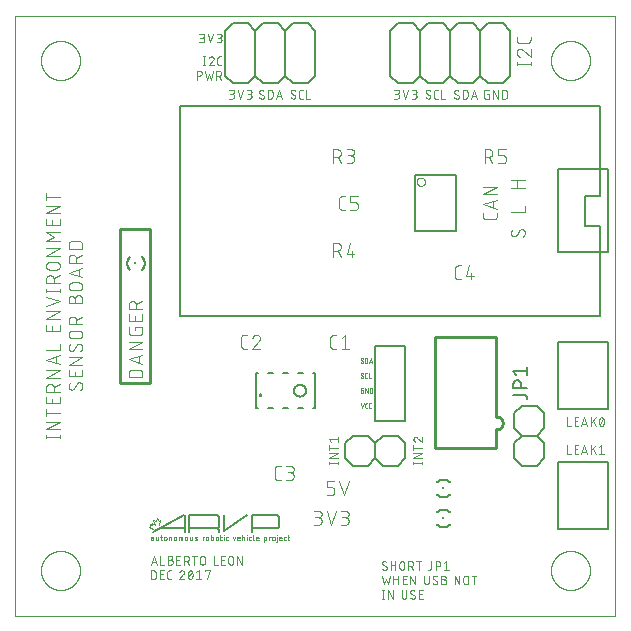
<source format=gto>
G75*
%MOIN*%
%OFA0B0*%
%FSLAX25Y25*%
%IPPOS*%
%LPD*%
%AMOC8*
5,1,8,0,0,1.08239X$1,22.5*
%
%ADD10C,0.00300*%
%ADD11C,0.00400*%
%ADD12C,0.01000*%
%ADD13C,0.00500*%
%ADD14C,0.00100*%
%ADD15C,0.00600*%
%ADD16C,0.00800*%
%ADD17C,0.00040*%
%ADD18R,0.00787X0.00787*%
%ADD19R,0.00984X0.00591*%
%ADD20R,0.00591X0.00984*%
%ADD21C,0.00000*%
%ADD22C,0.00200*%
D10*
X0270000Y0430000D02*
X0270000Y0630000D01*
X0470000Y0630000D01*
X0470000Y0430000D01*
X0270000Y0430000D01*
X0315150Y0442150D02*
X0315956Y0442150D01*
X0316011Y0442152D01*
X0316066Y0442158D01*
X0316120Y0442167D01*
X0316173Y0442180D01*
X0316226Y0442197D01*
X0316277Y0442217D01*
X0316327Y0442240D01*
X0316375Y0442267D01*
X0316421Y0442298D01*
X0316465Y0442331D01*
X0316506Y0442367D01*
X0316545Y0442406D01*
X0316581Y0442447D01*
X0316614Y0442491D01*
X0316645Y0442537D01*
X0316672Y0442585D01*
X0316695Y0442635D01*
X0316715Y0442686D01*
X0316732Y0442739D01*
X0316745Y0442792D01*
X0316754Y0442846D01*
X0316760Y0442901D01*
X0316762Y0442956D01*
X0316761Y0442956D02*
X0316761Y0444244D01*
X0316762Y0444244D02*
X0316760Y0444299D01*
X0316754Y0444354D01*
X0316745Y0444408D01*
X0316732Y0444461D01*
X0316715Y0444514D01*
X0316695Y0444565D01*
X0316672Y0444615D01*
X0316645Y0444663D01*
X0316614Y0444709D01*
X0316581Y0444753D01*
X0316545Y0444794D01*
X0316506Y0444833D01*
X0316465Y0444869D01*
X0316421Y0444902D01*
X0316375Y0444933D01*
X0316327Y0444960D01*
X0316277Y0444983D01*
X0316226Y0445003D01*
X0316173Y0445020D01*
X0316120Y0445033D01*
X0316066Y0445042D01*
X0316011Y0445048D01*
X0315956Y0445050D01*
X0315150Y0445050D01*
X0315150Y0442150D01*
X0318228Y0442150D02*
X0318228Y0445050D01*
X0319517Y0445050D01*
X0320613Y0444406D02*
X0320613Y0442794D01*
X0320615Y0442746D01*
X0320620Y0442698D01*
X0320629Y0442651D01*
X0320642Y0442604D01*
X0320658Y0442559D01*
X0320677Y0442515D01*
X0320699Y0442472D01*
X0320725Y0442431D01*
X0320754Y0442392D01*
X0320785Y0442356D01*
X0320819Y0442322D01*
X0320855Y0442291D01*
X0320894Y0442262D01*
X0320935Y0442236D01*
X0320978Y0442214D01*
X0321022Y0442195D01*
X0321067Y0442179D01*
X0321114Y0442166D01*
X0321161Y0442157D01*
X0321209Y0442152D01*
X0321257Y0442150D01*
X0321902Y0442150D01*
X0320613Y0444406D02*
X0320615Y0444457D01*
X0320621Y0444507D01*
X0320631Y0444556D01*
X0320645Y0444605D01*
X0320662Y0444652D01*
X0320683Y0444698D01*
X0320708Y0444742D01*
X0320736Y0444785D01*
X0320767Y0444824D01*
X0320802Y0444861D01*
X0320839Y0444896D01*
X0320878Y0444927D01*
X0320921Y0444955D01*
X0320965Y0444980D01*
X0321011Y0445001D01*
X0321058Y0445018D01*
X0321107Y0445032D01*
X0321156Y0445042D01*
X0321206Y0445048D01*
X0321257Y0445050D01*
X0321902Y0445050D01*
X0321635Y0446950D02*
X0320829Y0446950D01*
X0320829Y0449850D01*
X0321635Y0449850D01*
X0321684Y0449848D01*
X0321733Y0449842D01*
X0321782Y0449833D01*
X0321829Y0449820D01*
X0321876Y0449803D01*
X0321921Y0449783D01*
X0321964Y0449760D01*
X0322006Y0449733D01*
X0322045Y0449703D01*
X0322082Y0449670D01*
X0322116Y0449634D01*
X0322147Y0449596D01*
X0322176Y0449556D01*
X0322201Y0449514D01*
X0322223Y0449469D01*
X0322241Y0449424D01*
X0322256Y0449377D01*
X0322267Y0449329D01*
X0322275Y0449280D01*
X0322279Y0449231D01*
X0322279Y0449181D01*
X0322275Y0449132D01*
X0322267Y0449083D01*
X0322256Y0449035D01*
X0322241Y0448988D01*
X0322223Y0448943D01*
X0322201Y0448898D01*
X0322176Y0448856D01*
X0322147Y0448816D01*
X0322116Y0448778D01*
X0322082Y0448742D01*
X0322045Y0448709D01*
X0322006Y0448679D01*
X0321964Y0448652D01*
X0321921Y0448629D01*
X0321876Y0448609D01*
X0321829Y0448592D01*
X0321782Y0448579D01*
X0321733Y0448570D01*
X0321684Y0448564D01*
X0321635Y0448562D01*
X0321635Y0448561D02*
X0320829Y0448561D01*
X0321635Y0448562D02*
X0321690Y0448560D01*
X0321745Y0448554D01*
X0321799Y0448545D01*
X0321852Y0448532D01*
X0321905Y0448515D01*
X0321956Y0448495D01*
X0322006Y0448472D01*
X0322054Y0448445D01*
X0322100Y0448414D01*
X0322144Y0448381D01*
X0322185Y0448345D01*
X0322224Y0448306D01*
X0322260Y0448265D01*
X0322293Y0448221D01*
X0322324Y0448175D01*
X0322351Y0448127D01*
X0322374Y0448077D01*
X0322394Y0448026D01*
X0322411Y0447973D01*
X0322424Y0447920D01*
X0322433Y0447866D01*
X0322439Y0447811D01*
X0322441Y0447756D01*
X0322439Y0447701D01*
X0322433Y0447646D01*
X0322424Y0447592D01*
X0322411Y0447539D01*
X0322394Y0447486D01*
X0322374Y0447435D01*
X0322351Y0447385D01*
X0322324Y0447337D01*
X0322293Y0447291D01*
X0322260Y0447247D01*
X0322224Y0447206D01*
X0322185Y0447167D01*
X0322144Y0447131D01*
X0322100Y0447098D01*
X0322054Y0447067D01*
X0322006Y0447040D01*
X0321956Y0447017D01*
X0321905Y0446997D01*
X0321852Y0446980D01*
X0321799Y0446967D01*
X0321745Y0446958D01*
X0321690Y0446952D01*
X0321635Y0446950D01*
X0323669Y0446950D02*
X0323669Y0449850D01*
X0324958Y0449850D01*
X0326179Y0449850D02*
X0326985Y0449850D01*
X0327040Y0449848D01*
X0327095Y0449842D01*
X0327149Y0449833D01*
X0327202Y0449820D01*
X0327255Y0449803D01*
X0327306Y0449783D01*
X0327356Y0449760D01*
X0327404Y0449733D01*
X0327450Y0449702D01*
X0327494Y0449669D01*
X0327535Y0449633D01*
X0327574Y0449594D01*
X0327610Y0449553D01*
X0327643Y0449509D01*
X0327674Y0449463D01*
X0327701Y0449415D01*
X0327724Y0449365D01*
X0327744Y0449314D01*
X0327761Y0449261D01*
X0327774Y0449208D01*
X0327783Y0449154D01*
X0327789Y0449099D01*
X0327791Y0449044D01*
X0327789Y0448989D01*
X0327783Y0448934D01*
X0327774Y0448880D01*
X0327761Y0448827D01*
X0327744Y0448774D01*
X0327724Y0448723D01*
X0327701Y0448673D01*
X0327674Y0448625D01*
X0327643Y0448579D01*
X0327610Y0448535D01*
X0327574Y0448494D01*
X0327535Y0448455D01*
X0327494Y0448419D01*
X0327450Y0448386D01*
X0327404Y0448355D01*
X0327356Y0448328D01*
X0327306Y0448305D01*
X0327255Y0448285D01*
X0327202Y0448268D01*
X0327149Y0448255D01*
X0327095Y0448246D01*
X0327040Y0448240D01*
X0326985Y0448238D01*
X0326985Y0448239D02*
X0326179Y0448239D01*
X0327146Y0448239D02*
X0327790Y0446950D01*
X0326179Y0446950D02*
X0326179Y0449850D01*
X0324636Y0448561D02*
X0323669Y0448561D01*
X0323669Y0446950D02*
X0324958Y0446950D01*
X0326169Y0444325D02*
X0326167Y0444272D01*
X0326162Y0444220D01*
X0326153Y0444168D01*
X0326141Y0444117D01*
X0326125Y0444067D01*
X0326106Y0444018D01*
X0326084Y0443971D01*
X0326058Y0443925D01*
X0326030Y0443880D01*
X0325998Y0443838D01*
X0325964Y0443798D01*
X0325927Y0443761D01*
X0324558Y0442150D01*
X0326169Y0442150D01*
X0328807Y0442553D02*
X0328845Y0442635D01*
X0328880Y0442718D01*
X0328912Y0442803D01*
X0328941Y0442888D01*
X0328966Y0442975D01*
X0328988Y0443063D01*
X0329006Y0443151D01*
X0329022Y0443240D01*
X0329034Y0443330D01*
X0329042Y0443419D01*
X0329047Y0443510D01*
X0329049Y0443600D01*
X0327438Y0443600D02*
X0327440Y0443690D01*
X0327445Y0443781D01*
X0327453Y0443870D01*
X0327465Y0443960D01*
X0327481Y0444049D01*
X0327499Y0444137D01*
X0327521Y0444225D01*
X0327546Y0444312D01*
X0327575Y0444397D01*
X0327607Y0444482D01*
X0327642Y0444565D01*
X0327680Y0444647D01*
X0328244Y0445050D02*
X0328290Y0445048D01*
X0328336Y0445043D01*
X0328381Y0445034D01*
X0328426Y0445022D01*
X0328469Y0445006D01*
X0328511Y0444987D01*
X0328552Y0444964D01*
X0328590Y0444939D01*
X0328627Y0444911D01*
X0328661Y0444880D01*
X0328693Y0444846D01*
X0328722Y0444810D01*
X0328748Y0444772D01*
X0328771Y0444732D01*
X0328791Y0444690D01*
X0328808Y0444647D01*
X0328888Y0444406D02*
X0327599Y0442794D01*
X0328244Y0442150D02*
X0328290Y0442152D01*
X0328336Y0442157D01*
X0328381Y0442166D01*
X0328426Y0442178D01*
X0328469Y0442194D01*
X0328511Y0442213D01*
X0328552Y0442236D01*
X0328590Y0442261D01*
X0328627Y0442289D01*
X0328661Y0442320D01*
X0328693Y0442354D01*
X0328722Y0442390D01*
X0328748Y0442428D01*
X0328771Y0442468D01*
X0328791Y0442510D01*
X0328808Y0442553D01*
X0328244Y0442150D02*
X0328198Y0442152D01*
X0328152Y0442157D01*
X0328107Y0442166D01*
X0328062Y0442178D01*
X0328019Y0442194D01*
X0327977Y0442213D01*
X0327936Y0442236D01*
X0327898Y0442261D01*
X0327861Y0442289D01*
X0327827Y0442320D01*
X0327795Y0442354D01*
X0327766Y0442390D01*
X0327740Y0442428D01*
X0327717Y0442468D01*
X0327697Y0442510D01*
X0327680Y0442553D01*
X0329049Y0443600D02*
X0329047Y0443690D01*
X0329042Y0443781D01*
X0329034Y0443870D01*
X0329022Y0443960D01*
X0329006Y0444049D01*
X0328988Y0444137D01*
X0328966Y0444225D01*
X0328941Y0444312D01*
X0328912Y0444397D01*
X0328880Y0444482D01*
X0328845Y0444565D01*
X0328807Y0444647D01*
X0328244Y0445050D02*
X0328198Y0445048D01*
X0328152Y0445043D01*
X0328107Y0445034D01*
X0328062Y0445022D01*
X0328019Y0445006D01*
X0327977Y0444987D01*
X0327936Y0444964D01*
X0327898Y0444939D01*
X0327861Y0444911D01*
X0327827Y0444880D01*
X0327795Y0444846D01*
X0327766Y0444810D01*
X0327740Y0444772D01*
X0327717Y0444732D01*
X0327697Y0444690D01*
X0327680Y0444647D01*
X0326169Y0444325D02*
X0326167Y0444377D01*
X0326162Y0444428D01*
X0326152Y0444479D01*
X0326140Y0444529D01*
X0326123Y0444578D01*
X0326103Y0444626D01*
X0326080Y0444672D01*
X0326054Y0444717D01*
X0326024Y0444759D01*
X0325992Y0444800D01*
X0325957Y0444838D01*
X0325919Y0444873D01*
X0325878Y0444905D01*
X0325836Y0444935D01*
X0325791Y0444961D01*
X0325745Y0444984D01*
X0325697Y0445004D01*
X0325648Y0445021D01*
X0325598Y0445033D01*
X0325547Y0445043D01*
X0325496Y0445048D01*
X0325444Y0445050D01*
X0325385Y0445048D01*
X0325327Y0445043D01*
X0325269Y0445033D01*
X0325212Y0445021D01*
X0325156Y0445004D01*
X0325101Y0444985D01*
X0325047Y0444961D01*
X0324995Y0444935D01*
X0324945Y0444905D01*
X0324896Y0444872D01*
X0324850Y0444836D01*
X0324806Y0444797D01*
X0324765Y0444756D01*
X0324726Y0444712D01*
X0324690Y0444666D01*
X0324658Y0444617D01*
X0324628Y0444567D01*
X0324601Y0444515D01*
X0324578Y0444461D01*
X0324558Y0444406D01*
X0327438Y0443600D02*
X0327440Y0443510D01*
X0327445Y0443419D01*
X0327453Y0443330D01*
X0327465Y0443240D01*
X0327481Y0443151D01*
X0327499Y0443063D01*
X0327521Y0442975D01*
X0327546Y0442888D01*
X0327575Y0442803D01*
X0327607Y0442718D01*
X0327642Y0442635D01*
X0327680Y0442553D01*
X0330318Y0442150D02*
X0331929Y0442150D01*
X0331124Y0442150D02*
X0331124Y0445050D01*
X0330318Y0444406D01*
X0329653Y0446950D02*
X0329653Y0449850D01*
X0330458Y0449850D02*
X0328847Y0449850D01*
X0331535Y0449044D02*
X0331535Y0447756D01*
X0331537Y0447701D01*
X0331543Y0447646D01*
X0331552Y0447592D01*
X0331565Y0447539D01*
X0331582Y0447486D01*
X0331602Y0447435D01*
X0331625Y0447385D01*
X0331652Y0447337D01*
X0331683Y0447291D01*
X0331716Y0447247D01*
X0331752Y0447206D01*
X0331791Y0447167D01*
X0331832Y0447131D01*
X0331876Y0447098D01*
X0331922Y0447067D01*
X0331970Y0447040D01*
X0332020Y0447017D01*
X0332071Y0446997D01*
X0332124Y0446980D01*
X0332177Y0446967D01*
X0332231Y0446958D01*
X0332286Y0446952D01*
X0332341Y0446950D01*
X0332396Y0446952D01*
X0332451Y0446958D01*
X0332505Y0446967D01*
X0332558Y0446980D01*
X0332611Y0446997D01*
X0332662Y0447017D01*
X0332712Y0447040D01*
X0332760Y0447067D01*
X0332806Y0447098D01*
X0332850Y0447131D01*
X0332891Y0447167D01*
X0332930Y0447206D01*
X0332966Y0447247D01*
X0332999Y0447291D01*
X0333030Y0447337D01*
X0333057Y0447385D01*
X0333080Y0447435D01*
X0333100Y0447486D01*
X0333117Y0447539D01*
X0333130Y0447592D01*
X0333139Y0447646D01*
X0333145Y0447701D01*
X0333147Y0447756D01*
X0333146Y0447756D02*
X0333146Y0449044D01*
X0333147Y0449044D02*
X0333145Y0449099D01*
X0333139Y0449154D01*
X0333130Y0449208D01*
X0333117Y0449261D01*
X0333100Y0449314D01*
X0333080Y0449365D01*
X0333057Y0449415D01*
X0333030Y0449463D01*
X0332999Y0449509D01*
X0332966Y0449553D01*
X0332930Y0449594D01*
X0332891Y0449633D01*
X0332850Y0449669D01*
X0332806Y0449702D01*
X0332760Y0449733D01*
X0332712Y0449760D01*
X0332662Y0449783D01*
X0332611Y0449803D01*
X0332558Y0449820D01*
X0332505Y0449833D01*
X0332451Y0449842D01*
X0332396Y0449848D01*
X0332341Y0449850D01*
X0332286Y0449848D01*
X0332231Y0449842D01*
X0332177Y0449833D01*
X0332124Y0449820D01*
X0332071Y0449803D01*
X0332020Y0449783D01*
X0331970Y0449760D01*
X0331922Y0449733D01*
X0331876Y0449702D01*
X0331832Y0449669D01*
X0331791Y0449633D01*
X0331752Y0449594D01*
X0331716Y0449553D01*
X0331683Y0449509D01*
X0331652Y0449463D01*
X0331625Y0449415D01*
X0331602Y0449365D01*
X0331582Y0449314D01*
X0331565Y0449261D01*
X0331552Y0449208D01*
X0331543Y0449154D01*
X0331537Y0449099D01*
X0331535Y0449044D01*
X0333198Y0445050D02*
X0334809Y0445050D01*
X0334004Y0442150D01*
X0333198Y0444728D02*
X0333198Y0445050D01*
X0336053Y0446950D02*
X0337342Y0446950D01*
X0338549Y0446950D02*
X0338549Y0449850D01*
X0339838Y0449850D01*
X0339516Y0448561D02*
X0338549Y0448561D01*
X0338549Y0446950D02*
X0339838Y0446950D01*
X0340943Y0447756D02*
X0340943Y0449044D01*
X0340945Y0449099D01*
X0340951Y0449154D01*
X0340960Y0449208D01*
X0340973Y0449261D01*
X0340990Y0449314D01*
X0341010Y0449365D01*
X0341033Y0449415D01*
X0341060Y0449463D01*
X0341091Y0449509D01*
X0341124Y0449553D01*
X0341160Y0449594D01*
X0341199Y0449633D01*
X0341240Y0449669D01*
X0341284Y0449702D01*
X0341330Y0449733D01*
X0341378Y0449760D01*
X0341428Y0449783D01*
X0341479Y0449803D01*
X0341532Y0449820D01*
X0341585Y0449833D01*
X0341639Y0449842D01*
X0341694Y0449848D01*
X0341749Y0449850D01*
X0341804Y0449848D01*
X0341859Y0449842D01*
X0341913Y0449833D01*
X0341966Y0449820D01*
X0342019Y0449803D01*
X0342070Y0449783D01*
X0342120Y0449760D01*
X0342168Y0449733D01*
X0342214Y0449702D01*
X0342258Y0449669D01*
X0342299Y0449633D01*
X0342338Y0449594D01*
X0342374Y0449553D01*
X0342407Y0449509D01*
X0342438Y0449463D01*
X0342465Y0449415D01*
X0342488Y0449365D01*
X0342508Y0449314D01*
X0342525Y0449261D01*
X0342538Y0449208D01*
X0342547Y0449154D01*
X0342553Y0449099D01*
X0342555Y0449044D01*
X0342554Y0449044D02*
X0342554Y0447756D01*
X0342555Y0447756D02*
X0342553Y0447701D01*
X0342547Y0447646D01*
X0342538Y0447592D01*
X0342525Y0447539D01*
X0342508Y0447486D01*
X0342488Y0447435D01*
X0342465Y0447385D01*
X0342438Y0447337D01*
X0342407Y0447291D01*
X0342374Y0447247D01*
X0342338Y0447206D01*
X0342299Y0447167D01*
X0342258Y0447131D01*
X0342214Y0447098D01*
X0342168Y0447067D01*
X0342120Y0447040D01*
X0342070Y0447017D01*
X0342019Y0446997D01*
X0341966Y0446980D01*
X0341913Y0446967D01*
X0341859Y0446958D01*
X0341804Y0446952D01*
X0341749Y0446950D01*
X0341694Y0446952D01*
X0341639Y0446958D01*
X0341585Y0446967D01*
X0341532Y0446980D01*
X0341479Y0446997D01*
X0341428Y0447017D01*
X0341378Y0447040D01*
X0341330Y0447067D01*
X0341284Y0447098D01*
X0341240Y0447131D01*
X0341199Y0447167D01*
X0341160Y0447206D01*
X0341124Y0447247D01*
X0341091Y0447291D01*
X0341060Y0447337D01*
X0341033Y0447385D01*
X0341010Y0447435D01*
X0340990Y0447486D01*
X0340973Y0447539D01*
X0340960Y0447592D01*
X0340951Y0447646D01*
X0340945Y0447701D01*
X0340943Y0447756D01*
X0343919Y0446950D02*
X0343919Y0449850D01*
X0345530Y0446950D01*
X0345530Y0449850D01*
X0336053Y0449850D02*
X0336053Y0446950D01*
X0319582Y0446950D02*
X0318293Y0446950D01*
X0318293Y0449850D01*
X0316117Y0449850D02*
X0317083Y0446950D01*
X0316842Y0447675D02*
X0315392Y0447675D01*
X0315150Y0446950D02*
X0316117Y0449850D01*
X0318228Y0443761D02*
X0319195Y0443761D01*
X0319517Y0442150D02*
X0318228Y0442150D01*
X0374450Y0480500D02*
X0374450Y0481145D01*
X0374450Y0480822D02*
X0377350Y0480822D01*
X0377350Y0480500D02*
X0377350Y0481145D01*
X0377350Y0482417D02*
X0374450Y0482417D01*
X0377350Y0484028D01*
X0374450Y0484028D01*
X0374450Y0485201D02*
X0374450Y0486812D01*
X0374450Y0486006D02*
X0377350Y0486006D01*
X0377350Y0487889D02*
X0377350Y0489500D01*
X0377350Y0488694D02*
X0374450Y0488694D01*
X0375094Y0487889D01*
X0402650Y0486812D02*
X0402650Y0485201D01*
X0402650Y0486006D02*
X0405550Y0486006D01*
X0405550Y0487889D02*
X0405550Y0489500D01*
X0405550Y0487889D02*
X0403939Y0489258D01*
X0402650Y0488775D02*
X0402652Y0488716D01*
X0402657Y0488658D01*
X0402667Y0488600D01*
X0402679Y0488543D01*
X0402696Y0488487D01*
X0402715Y0488432D01*
X0402739Y0488378D01*
X0402765Y0488326D01*
X0402795Y0488276D01*
X0402828Y0488227D01*
X0402864Y0488181D01*
X0402903Y0488137D01*
X0402944Y0488096D01*
X0402988Y0488057D01*
X0403034Y0488021D01*
X0403083Y0487989D01*
X0403133Y0487959D01*
X0403185Y0487932D01*
X0403239Y0487909D01*
X0403294Y0487889D01*
X0403939Y0489258D02*
X0403902Y0489295D01*
X0403862Y0489329D01*
X0403820Y0489361D01*
X0403775Y0489389D01*
X0403729Y0489415D01*
X0403682Y0489437D01*
X0403633Y0489456D01*
X0403583Y0489472D01*
X0403532Y0489484D01*
X0403480Y0489493D01*
X0403428Y0489498D01*
X0403375Y0489500D01*
X0403323Y0489498D01*
X0403272Y0489493D01*
X0403221Y0489483D01*
X0403171Y0489471D01*
X0403122Y0489454D01*
X0403074Y0489434D01*
X0403028Y0489411D01*
X0402983Y0489385D01*
X0402941Y0489355D01*
X0402900Y0489323D01*
X0402862Y0489288D01*
X0402827Y0489250D01*
X0402795Y0489209D01*
X0402765Y0489167D01*
X0402739Y0489122D01*
X0402716Y0489076D01*
X0402696Y0489028D01*
X0402679Y0488979D01*
X0402667Y0488929D01*
X0402657Y0488878D01*
X0402652Y0488827D01*
X0402650Y0488775D01*
X0402650Y0484028D02*
X0405550Y0484028D01*
X0402650Y0482417D01*
X0405550Y0482417D01*
X0405550Y0481145D02*
X0405550Y0480500D01*
X0405550Y0480822D02*
X0402650Y0480822D01*
X0402650Y0480500D02*
X0402650Y0481145D01*
X0401808Y0448100D02*
X0401002Y0448100D01*
X0401002Y0445200D01*
X0401002Y0446489D02*
X0401808Y0446489D01*
X0401969Y0446489D02*
X0402613Y0445200D01*
X0404476Y0445200D02*
X0404476Y0448100D01*
X0405281Y0448100D02*
X0403670Y0448100D01*
X0401808Y0448100D02*
X0401863Y0448098D01*
X0401918Y0448092D01*
X0401972Y0448083D01*
X0402025Y0448070D01*
X0402078Y0448053D01*
X0402129Y0448033D01*
X0402179Y0448010D01*
X0402227Y0447983D01*
X0402273Y0447952D01*
X0402317Y0447919D01*
X0402358Y0447883D01*
X0402397Y0447844D01*
X0402433Y0447803D01*
X0402466Y0447759D01*
X0402497Y0447713D01*
X0402524Y0447665D01*
X0402547Y0447615D01*
X0402567Y0447564D01*
X0402584Y0447511D01*
X0402597Y0447458D01*
X0402606Y0447404D01*
X0402612Y0447349D01*
X0402614Y0447294D01*
X0402612Y0447239D01*
X0402606Y0447184D01*
X0402597Y0447130D01*
X0402584Y0447077D01*
X0402567Y0447024D01*
X0402547Y0446973D01*
X0402524Y0446923D01*
X0402497Y0446875D01*
X0402466Y0446829D01*
X0402433Y0446785D01*
X0402397Y0446744D01*
X0402358Y0446705D01*
X0402317Y0446669D01*
X0402273Y0446636D01*
X0402227Y0446605D01*
X0402179Y0446578D01*
X0402129Y0446555D01*
X0402078Y0446535D01*
X0402025Y0446518D01*
X0401972Y0446505D01*
X0401918Y0446496D01*
X0401863Y0446490D01*
X0401808Y0446488D01*
X0399617Y0446006D02*
X0399617Y0447294D01*
X0399618Y0447294D02*
X0399616Y0447349D01*
X0399610Y0447404D01*
X0399601Y0447458D01*
X0399588Y0447511D01*
X0399571Y0447564D01*
X0399551Y0447615D01*
X0399528Y0447665D01*
X0399501Y0447713D01*
X0399470Y0447759D01*
X0399437Y0447803D01*
X0399401Y0447844D01*
X0399362Y0447883D01*
X0399321Y0447919D01*
X0399277Y0447952D01*
X0399231Y0447983D01*
X0399183Y0448010D01*
X0399133Y0448033D01*
X0399082Y0448053D01*
X0399029Y0448070D01*
X0398976Y0448083D01*
X0398922Y0448092D01*
X0398867Y0448098D01*
X0398812Y0448100D01*
X0398757Y0448098D01*
X0398702Y0448092D01*
X0398648Y0448083D01*
X0398595Y0448070D01*
X0398542Y0448053D01*
X0398491Y0448033D01*
X0398441Y0448010D01*
X0398393Y0447983D01*
X0398347Y0447952D01*
X0398303Y0447919D01*
X0398262Y0447883D01*
X0398223Y0447844D01*
X0398187Y0447803D01*
X0398154Y0447759D01*
X0398123Y0447713D01*
X0398096Y0447665D01*
X0398073Y0447615D01*
X0398053Y0447564D01*
X0398036Y0447511D01*
X0398023Y0447458D01*
X0398014Y0447404D01*
X0398008Y0447349D01*
X0398006Y0447294D01*
X0398006Y0446006D01*
X0398008Y0445951D01*
X0398014Y0445896D01*
X0398023Y0445842D01*
X0398036Y0445789D01*
X0398053Y0445736D01*
X0398073Y0445685D01*
X0398096Y0445635D01*
X0398123Y0445587D01*
X0398154Y0445541D01*
X0398187Y0445497D01*
X0398223Y0445456D01*
X0398262Y0445417D01*
X0398303Y0445381D01*
X0398347Y0445348D01*
X0398393Y0445317D01*
X0398441Y0445290D01*
X0398491Y0445267D01*
X0398542Y0445247D01*
X0398595Y0445230D01*
X0398648Y0445217D01*
X0398702Y0445208D01*
X0398757Y0445202D01*
X0398812Y0445200D01*
X0398867Y0445202D01*
X0398922Y0445208D01*
X0398976Y0445217D01*
X0399029Y0445230D01*
X0399082Y0445247D01*
X0399133Y0445267D01*
X0399183Y0445290D01*
X0399231Y0445317D01*
X0399277Y0445348D01*
X0399321Y0445381D01*
X0399362Y0445417D01*
X0399401Y0445456D01*
X0399437Y0445497D01*
X0399470Y0445541D01*
X0399501Y0445587D01*
X0399528Y0445635D01*
X0399551Y0445685D01*
X0399571Y0445736D01*
X0399588Y0445789D01*
X0399601Y0445842D01*
X0399610Y0445896D01*
X0399616Y0445951D01*
X0399618Y0446006D01*
X0399071Y0443300D02*
X0400360Y0443300D01*
X0401561Y0443300D02*
X0403172Y0440400D01*
X0403172Y0443300D01*
X0401561Y0443300D02*
X0401561Y0440400D01*
X0400360Y0440400D02*
X0399071Y0440400D01*
X0399071Y0443300D01*
X0399071Y0442011D02*
X0400038Y0442011D01*
X0397604Y0442011D02*
X0395993Y0442011D01*
X0395993Y0443300D02*
X0395993Y0440400D01*
X0397604Y0440400D02*
X0397604Y0443300D01*
X0396641Y0445200D02*
X0396641Y0448100D01*
X0396641Y0446811D02*
X0395030Y0446811D01*
X0395030Y0448100D02*
X0395030Y0445200D01*
X0394728Y0443300D02*
X0394083Y0440400D01*
X0393439Y0442333D01*
X0392794Y0440400D01*
X0392150Y0443300D01*
X0393762Y0445844D02*
X0393760Y0445893D01*
X0393755Y0445941D01*
X0393746Y0445989D01*
X0393733Y0446035D01*
X0393717Y0446081D01*
X0393698Y0446126D01*
X0393676Y0446169D01*
X0393650Y0446210D01*
X0393621Y0446249D01*
X0393590Y0446286D01*
X0393556Y0446321D01*
X0393519Y0446353D01*
X0393480Y0446382D01*
X0393440Y0446408D01*
X0393439Y0446408D02*
X0392553Y0446892D01*
X0392875Y0448100D02*
X0392940Y0448098D01*
X0393004Y0448093D01*
X0393069Y0448084D01*
X0393132Y0448072D01*
X0393195Y0448057D01*
X0393257Y0448038D01*
X0393318Y0448016D01*
X0393377Y0447991D01*
X0393436Y0447962D01*
X0393492Y0447930D01*
X0393547Y0447896D01*
X0393600Y0447858D01*
X0392552Y0446892D02*
X0392512Y0446918D01*
X0392473Y0446947D01*
X0392436Y0446979D01*
X0392402Y0447014D01*
X0392371Y0447051D01*
X0392342Y0447090D01*
X0392316Y0447131D01*
X0392294Y0447174D01*
X0392275Y0447219D01*
X0392259Y0447265D01*
X0392246Y0447311D01*
X0392237Y0447359D01*
X0392232Y0447407D01*
X0392230Y0447456D01*
X0392231Y0447456D02*
X0392233Y0447504D01*
X0392238Y0447552D01*
X0392247Y0447599D01*
X0392260Y0447646D01*
X0392276Y0447691D01*
X0392295Y0447735D01*
X0392317Y0447778D01*
X0392343Y0447819D01*
X0392372Y0447858D01*
X0392403Y0447894D01*
X0392437Y0447928D01*
X0392473Y0447960D01*
X0392512Y0447988D01*
X0392553Y0448014D01*
X0392596Y0448036D01*
X0392640Y0448055D01*
X0392685Y0448071D01*
X0392732Y0448084D01*
X0392779Y0448093D01*
X0392827Y0448098D01*
X0392875Y0448100D01*
X0392151Y0445603D02*
X0392202Y0445553D01*
X0392257Y0445506D01*
X0392313Y0445463D01*
X0392372Y0445422D01*
X0392433Y0445384D01*
X0392496Y0445350D01*
X0392561Y0445319D01*
X0392627Y0445291D01*
X0392694Y0445267D01*
X0392763Y0445247D01*
X0392833Y0445230D01*
X0392903Y0445217D01*
X0392974Y0445208D01*
X0393045Y0445202D01*
X0393117Y0445200D01*
X0393165Y0445202D01*
X0393213Y0445207D01*
X0393260Y0445216D01*
X0393307Y0445229D01*
X0393352Y0445245D01*
X0393396Y0445264D01*
X0393439Y0445286D01*
X0393480Y0445312D01*
X0393519Y0445341D01*
X0393555Y0445372D01*
X0393589Y0445406D01*
X0393620Y0445442D01*
X0393649Y0445481D01*
X0393675Y0445522D01*
X0393697Y0445565D01*
X0393716Y0445609D01*
X0393732Y0445654D01*
X0393745Y0445701D01*
X0393754Y0445748D01*
X0393759Y0445796D01*
X0393761Y0445844D01*
X0394067Y0438500D02*
X0395678Y0435600D01*
X0395678Y0438500D01*
X0394067Y0438500D02*
X0394067Y0435600D01*
X0392794Y0435600D02*
X0392150Y0435600D01*
X0392472Y0435600D02*
X0392472Y0438500D01*
X0392150Y0438500D02*
X0392794Y0438500D01*
X0398675Y0438500D02*
X0398675Y0436406D01*
X0398674Y0436406D02*
X0398676Y0436351D01*
X0398682Y0436296D01*
X0398691Y0436242D01*
X0398704Y0436189D01*
X0398721Y0436136D01*
X0398741Y0436085D01*
X0398764Y0436035D01*
X0398791Y0435987D01*
X0398822Y0435941D01*
X0398855Y0435897D01*
X0398891Y0435856D01*
X0398930Y0435817D01*
X0398971Y0435781D01*
X0399015Y0435748D01*
X0399061Y0435717D01*
X0399109Y0435690D01*
X0399159Y0435667D01*
X0399210Y0435647D01*
X0399263Y0435630D01*
X0399316Y0435617D01*
X0399370Y0435608D01*
X0399425Y0435602D01*
X0399480Y0435600D01*
X0399535Y0435602D01*
X0399590Y0435608D01*
X0399644Y0435617D01*
X0399697Y0435630D01*
X0399750Y0435647D01*
X0399801Y0435667D01*
X0399851Y0435690D01*
X0399899Y0435717D01*
X0399945Y0435748D01*
X0399989Y0435781D01*
X0400030Y0435817D01*
X0400069Y0435856D01*
X0400105Y0435897D01*
X0400138Y0435941D01*
X0400169Y0435987D01*
X0400196Y0436035D01*
X0400219Y0436085D01*
X0400239Y0436136D01*
X0400256Y0436189D01*
X0400269Y0436242D01*
X0400278Y0436296D01*
X0400284Y0436351D01*
X0400286Y0436406D01*
X0400286Y0438500D01*
X0401957Y0437292D02*
X0402844Y0436808D01*
X0402521Y0435600D02*
X0402449Y0435602D01*
X0402378Y0435608D01*
X0402307Y0435617D01*
X0402237Y0435630D01*
X0402167Y0435647D01*
X0402098Y0435667D01*
X0402031Y0435691D01*
X0401965Y0435719D01*
X0401900Y0435750D01*
X0401837Y0435784D01*
X0401776Y0435822D01*
X0401717Y0435863D01*
X0401661Y0435906D01*
X0401606Y0435953D01*
X0401555Y0436003D01*
X0402844Y0436808D02*
X0402884Y0436782D01*
X0402923Y0436753D01*
X0402960Y0436721D01*
X0402994Y0436686D01*
X0403025Y0436649D01*
X0403054Y0436610D01*
X0403080Y0436569D01*
X0403102Y0436526D01*
X0403121Y0436481D01*
X0403137Y0436435D01*
X0403150Y0436389D01*
X0403159Y0436341D01*
X0403164Y0436293D01*
X0403166Y0436244D01*
X0403165Y0436244D02*
X0403163Y0436196D01*
X0403158Y0436148D01*
X0403149Y0436101D01*
X0403136Y0436054D01*
X0403120Y0436009D01*
X0403101Y0435965D01*
X0403079Y0435922D01*
X0403053Y0435881D01*
X0403024Y0435842D01*
X0402993Y0435806D01*
X0402959Y0435772D01*
X0402923Y0435741D01*
X0402884Y0435712D01*
X0402843Y0435686D01*
X0402800Y0435664D01*
X0402756Y0435645D01*
X0402711Y0435629D01*
X0402664Y0435616D01*
X0402617Y0435607D01*
X0402569Y0435602D01*
X0402521Y0435600D01*
X0403005Y0438258D02*
X0402952Y0438296D01*
X0402897Y0438330D01*
X0402841Y0438362D01*
X0402782Y0438391D01*
X0402723Y0438416D01*
X0402662Y0438438D01*
X0402600Y0438457D01*
X0402537Y0438472D01*
X0402474Y0438484D01*
X0402409Y0438493D01*
X0402345Y0438498D01*
X0402280Y0438500D01*
X0402232Y0438498D01*
X0402184Y0438493D01*
X0402137Y0438484D01*
X0402090Y0438471D01*
X0402045Y0438455D01*
X0402001Y0438436D01*
X0401958Y0438414D01*
X0401917Y0438388D01*
X0401878Y0438360D01*
X0401842Y0438328D01*
X0401808Y0438294D01*
X0401777Y0438258D01*
X0401748Y0438219D01*
X0401722Y0438178D01*
X0401700Y0438135D01*
X0401681Y0438091D01*
X0401665Y0438046D01*
X0401652Y0437999D01*
X0401643Y0437952D01*
X0401638Y0437904D01*
X0401636Y0437856D01*
X0401635Y0437856D02*
X0401637Y0437807D01*
X0401642Y0437759D01*
X0401651Y0437711D01*
X0401664Y0437665D01*
X0401680Y0437619D01*
X0401699Y0437574D01*
X0401721Y0437531D01*
X0401747Y0437490D01*
X0401776Y0437451D01*
X0401807Y0437414D01*
X0401841Y0437379D01*
X0401878Y0437347D01*
X0401917Y0437318D01*
X0401957Y0437292D01*
X0404441Y0437211D02*
X0405407Y0437211D01*
X0405730Y0438500D02*
X0404441Y0438500D01*
X0404441Y0435600D01*
X0405730Y0435600D01*
X0406169Y0441206D02*
X0406169Y0443300D01*
X0407780Y0443300D02*
X0407780Y0441206D01*
X0407781Y0441206D02*
X0407779Y0441151D01*
X0407773Y0441096D01*
X0407764Y0441042D01*
X0407751Y0440989D01*
X0407734Y0440936D01*
X0407714Y0440885D01*
X0407691Y0440835D01*
X0407664Y0440787D01*
X0407633Y0440741D01*
X0407600Y0440697D01*
X0407564Y0440656D01*
X0407525Y0440617D01*
X0407484Y0440581D01*
X0407440Y0440548D01*
X0407394Y0440517D01*
X0407346Y0440490D01*
X0407296Y0440467D01*
X0407245Y0440447D01*
X0407192Y0440430D01*
X0407139Y0440417D01*
X0407085Y0440408D01*
X0407030Y0440402D01*
X0406975Y0440400D01*
X0406920Y0440402D01*
X0406865Y0440408D01*
X0406811Y0440417D01*
X0406758Y0440430D01*
X0406705Y0440447D01*
X0406654Y0440467D01*
X0406604Y0440490D01*
X0406556Y0440517D01*
X0406510Y0440548D01*
X0406466Y0440581D01*
X0406425Y0440617D01*
X0406386Y0440656D01*
X0406350Y0440697D01*
X0406317Y0440741D01*
X0406286Y0440787D01*
X0406259Y0440835D01*
X0406236Y0440885D01*
X0406216Y0440936D01*
X0406199Y0440989D01*
X0406186Y0441042D01*
X0406177Y0441096D01*
X0406171Y0441151D01*
X0406169Y0441206D01*
X0409452Y0442092D02*
X0410338Y0441608D01*
X0410016Y0440400D02*
X0409944Y0440402D01*
X0409873Y0440408D01*
X0409802Y0440417D01*
X0409732Y0440430D01*
X0409662Y0440447D01*
X0409593Y0440467D01*
X0409526Y0440491D01*
X0409460Y0440519D01*
X0409395Y0440550D01*
X0409332Y0440584D01*
X0409271Y0440622D01*
X0409212Y0440663D01*
X0409156Y0440706D01*
X0409101Y0440753D01*
X0409050Y0440803D01*
X0410339Y0441608D02*
X0410379Y0441582D01*
X0410418Y0441553D01*
X0410455Y0441521D01*
X0410489Y0441486D01*
X0410520Y0441449D01*
X0410549Y0441410D01*
X0410575Y0441369D01*
X0410597Y0441326D01*
X0410616Y0441281D01*
X0410632Y0441235D01*
X0410645Y0441189D01*
X0410654Y0441141D01*
X0410659Y0441093D01*
X0410661Y0441044D01*
X0410660Y0441044D02*
X0410658Y0440996D01*
X0410653Y0440948D01*
X0410644Y0440901D01*
X0410631Y0440854D01*
X0410615Y0440809D01*
X0410596Y0440765D01*
X0410574Y0440722D01*
X0410548Y0440681D01*
X0410519Y0440642D01*
X0410488Y0440606D01*
X0410454Y0440572D01*
X0410418Y0440541D01*
X0410379Y0440512D01*
X0410338Y0440486D01*
X0410295Y0440464D01*
X0410251Y0440445D01*
X0410206Y0440429D01*
X0410159Y0440416D01*
X0410112Y0440407D01*
X0410064Y0440402D01*
X0410016Y0440400D01*
X0410499Y0443058D02*
X0410446Y0443096D01*
X0410391Y0443130D01*
X0410335Y0443162D01*
X0410276Y0443191D01*
X0410217Y0443216D01*
X0410156Y0443238D01*
X0410094Y0443257D01*
X0410031Y0443272D01*
X0409968Y0443284D01*
X0409903Y0443293D01*
X0409839Y0443298D01*
X0409774Y0443300D01*
X0409726Y0443298D01*
X0409678Y0443293D01*
X0409631Y0443284D01*
X0409584Y0443271D01*
X0409539Y0443255D01*
X0409495Y0443236D01*
X0409452Y0443214D01*
X0409411Y0443188D01*
X0409372Y0443160D01*
X0409336Y0443128D01*
X0409302Y0443094D01*
X0409271Y0443058D01*
X0409242Y0443019D01*
X0409216Y0442978D01*
X0409194Y0442935D01*
X0409175Y0442891D01*
X0409159Y0442846D01*
X0409146Y0442799D01*
X0409137Y0442752D01*
X0409132Y0442704D01*
X0409130Y0442656D01*
X0409129Y0442656D02*
X0409131Y0442607D01*
X0409136Y0442559D01*
X0409145Y0442511D01*
X0409158Y0442465D01*
X0409174Y0442419D01*
X0409193Y0442374D01*
X0409215Y0442331D01*
X0409241Y0442290D01*
X0409270Y0442251D01*
X0409301Y0442214D01*
X0409335Y0442179D01*
X0409372Y0442147D01*
X0409411Y0442118D01*
X0409451Y0442092D01*
X0411976Y0442011D02*
X0412781Y0442011D01*
X0412781Y0442012D02*
X0412830Y0442014D01*
X0412879Y0442020D01*
X0412928Y0442029D01*
X0412975Y0442042D01*
X0413022Y0442059D01*
X0413067Y0442079D01*
X0413110Y0442102D01*
X0413152Y0442129D01*
X0413191Y0442159D01*
X0413228Y0442192D01*
X0413262Y0442228D01*
X0413293Y0442266D01*
X0413322Y0442306D01*
X0413347Y0442348D01*
X0413369Y0442393D01*
X0413387Y0442438D01*
X0413402Y0442485D01*
X0413413Y0442533D01*
X0413421Y0442582D01*
X0413425Y0442631D01*
X0413425Y0442681D01*
X0413421Y0442730D01*
X0413413Y0442779D01*
X0413402Y0442827D01*
X0413387Y0442874D01*
X0413369Y0442919D01*
X0413347Y0442964D01*
X0413322Y0443006D01*
X0413293Y0443046D01*
X0413262Y0443084D01*
X0413228Y0443120D01*
X0413191Y0443153D01*
X0413152Y0443183D01*
X0413110Y0443210D01*
X0413067Y0443233D01*
X0413022Y0443253D01*
X0412975Y0443270D01*
X0412928Y0443283D01*
X0412879Y0443292D01*
X0412830Y0443298D01*
X0412781Y0443300D01*
X0411976Y0443300D01*
X0411976Y0440400D01*
X0412781Y0440400D01*
X0412836Y0440402D01*
X0412891Y0440408D01*
X0412945Y0440417D01*
X0412998Y0440430D01*
X0413051Y0440447D01*
X0413102Y0440467D01*
X0413152Y0440490D01*
X0413200Y0440517D01*
X0413246Y0440548D01*
X0413290Y0440581D01*
X0413331Y0440617D01*
X0413370Y0440656D01*
X0413406Y0440697D01*
X0413439Y0440741D01*
X0413470Y0440787D01*
X0413497Y0440835D01*
X0413520Y0440885D01*
X0413540Y0440936D01*
X0413557Y0440989D01*
X0413570Y0441042D01*
X0413579Y0441096D01*
X0413585Y0441151D01*
X0413587Y0441206D01*
X0413585Y0441261D01*
X0413579Y0441316D01*
X0413570Y0441370D01*
X0413557Y0441423D01*
X0413540Y0441476D01*
X0413520Y0441527D01*
X0413497Y0441577D01*
X0413470Y0441625D01*
X0413439Y0441671D01*
X0413406Y0441715D01*
X0413370Y0441756D01*
X0413331Y0441795D01*
X0413290Y0441831D01*
X0413246Y0441864D01*
X0413200Y0441895D01*
X0413152Y0441922D01*
X0413102Y0441945D01*
X0413051Y0441965D01*
X0412998Y0441982D01*
X0412945Y0441995D01*
X0412891Y0442004D01*
X0412836Y0442010D01*
X0412781Y0442012D01*
X0412790Y0445200D02*
X0414401Y0445200D01*
X0413596Y0445200D02*
X0413596Y0448100D01*
X0412790Y0447456D01*
X0410858Y0448100D02*
X0410913Y0448098D01*
X0410968Y0448092D01*
X0411022Y0448083D01*
X0411075Y0448070D01*
X0411128Y0448053D01*
X0411179Y0448033D01*
X0411229Y0448010D01*
X0411277Y0447983D01*
X0411323Y0447952D01*
X0411367Y0447919D01*
X0411408Y0447883D01*
X0411447Y0447844D01*
X0411483Y0447803D01*
X0411516Y0447759D01*
X0411547Y0447713D01*
X0411574Y0447665D01*
X0411597Y0447615D01*
X0411617Y0447564D01*
X0411634Y0447511D01*
X0411647Y0447458D01*
X0411656Y0447404D01*
X0411662Y0447349D01*
X0411664Y0447294D01*
X0411662Y0447239D01*
X0411656Y0447184D01*
X0411647Y0447130D01*
X0411634Y0447077D01*
X0411617Y0447024D01*
X0411597Y0446973D01*
X0411574Y0446923D01*
X0411547Y0446875D01*
X0411516Y0446829D01*
X0411483Y0446785D01*
X0411447Y0446744D01*
X0411408Y0446705D01*
X0411367Y0446669D01*
X0411323Y0446636D01*
X0411277Y0446605D01*
X0411229Y0446578D01*
X0411179Y0446555D01*
X0411128Y0446535D01*
X0411075Y0446518D01*
X0411022Y0446505D01*
X0410968Y0446496D01*
X0410913Y0446490D01*
X0410858Y0446488D01*
X0410858Y0446489D02*
X0410052Y0446489D01*
X0410052Y0445200D02*
X0410052Y0448100D01*
X0410858Y0448100D01*
X0408558Y0448100D02*
X0408558Y0445844D01*
X0408557Y0445844D02*
X0408555Y0445796D01*
X0408550Y0445748D01*
X0408541Y0445701D01*
X0408528Y0445654D01*
X0408512Y0445609D01*
X0408493Y0445565D01*
X0408471Y0445522D01*
X0408445Y0445481D01*
X0408416Y0445442D01*
X0408385Y0445406D01*
X0408351Y0445372D01*
X0408315Y0445341D01*
X0408276Y0445312D01*
X0408235Y0445286D01*
X0408192Y0445264D01*
X0408148Y0445245D01*
X0408103Y0445229D01*
X0408056Y0445216D01*
X0408009Y0445207D01*
X0407961Y0445202D01*
X0407913Y0445200D01*
X0407591Y0445200D01*
X0416345Y0443300D02*
X0417956Y0440400D01*
X0417956Y0443300D01*
X0419321Y0442494D02*
X0419321Y0441206D01*
X0419323Y0441151D01*
X0419329Y0441096D01*
X0419338Y0441042D01*
X0419351Y0440989D01*
X0419368Y0440936D01*
X0419388Y0440885D01*
X0419411Y0440835D01*
X0419438Y0440787D01*
X0419469Y0440741D01*
X0419502Y0440697D01*
X0419538Y0440656D01*
X0419577Y0440617D01*
X0419618Y0440581D01*
X0419662Y0440548D01*
X0419708Y0440517D01*
X0419756Y0440490D01*
X0419806Y0440467D01*
X0419857Y0440447D01*
X0419910Y0440430D01*
X0419963Y0440417D01*
X0420017Y0440408D01*
X0420072Y0440402D01*
X0420127Y0440400D01*
X0420182Y0440402D01*
X0420237Y0440408D01*
X0420291Y0440417D01*
X0420344Y0440430D01*
X0420397Y0440447D01*
X0420448Y0440467D01*
X0420498Y0440490D01*
X0420546Y0440517D01*
X0420592Y0440548D01*
X0420636Y0440581D01*
X0420677Y0440617D01*
X0420716Y0440656D01*
X0420752Y0440697D01*
X0420785Y0440741D01*
X0420816Y0440787D01*
X0420843Y0440835D01*
X0420866Y0440885D01*
X0420886Y0440936D01*
X0420903Y0440989D01*
X0420916Y0441042D01*
X0420925Y0441096D01*
X0420931Y0441151D01*
X0420933Y0441206D01*
X0420932Y0441206D02*
X0420932Y0442494D01*
X0420933Y0442494D02*
X0420931Y0442549D01*
X0420925Y0442604D01*
X0420916Y0442658D01*
X0420903Y0442711D01*
X0420886Y0442764D01*
X0420866Y0442815D01*
X0420843Y0442865D01*
X0420816Y0442913D01*
X0420785Y0442959D01*
X0420752Y0443003D01*
X0420716Y0443044D01*
X0420677Y0443083D01*
X0420636Y0443119D01*
X0420592Y0443152D01*
X0420546Y0443183D01*
X0420498Y0443210D01*
X0420448Y0443233D01*
X0420397Y0443253D01*
X0420344Y0443270D01*
X0420291Y0443283D01*
X0420237Y0443292D01*
X0420182Y0443298D01*
X0420127Y0443300D01*
X0420072Y0443298D01*
X0420017Y0443292D01*
X0419963Y0443283D01*
X0419910Y0443270D01*
X0419857Y0443253D01*
X0419806Y0443233D01*
X0419756Y0443210D01*
X0419708Y0443183D01*
X0419662Y0443152D01*
X0419618Y0443119D01*
X0419577Y0443083D01*
X0419538Y0443044D01*
X0419502Y0443003D01*
X0419469Y0442959D01*
X0419438Y0442913D01*
X0419411Y0442865D01*
X0419388Y0442815D01*
X0419368Y0442764D01*
X0419351Y0442711D01*
X0419338Y0442658D01*
X0419329Y0442604D01*
X0419323Y0442549D01*
X0419321Y0442494D01*
X0422009Y0443300D02*
X0423620Y0443300D01*
X0422815Y0443300D02*
X0422815Y0440400D01*
X0416345Y0440400D02*
X0416345Y0443300D01*
X0453870Y0483900D02*
X0455158Y0483900D01*
X0456366Y0483900D02*
X0456366Y0486800D01*
X0457654Y0486800D01*
X0457332Y0485511D02*
X0456366Y0485511D01*
X0456366Y0483900D02*
X0457654Y0483900D01*
X0458598Y0483900D02*
X0459565Y0486800D01*
X0460532Y0483900D01*
X0460290Y0484625D02*
X0458840Y0484625D01*
X0461782Y0485028D02*
X0463393Y0486800D01*
X0464519Y0486156D02*
X0465325Y0486800D01*
X0465325Y0483900D01*
X0466130Y0483900D02*
X0464519Y0483900D01*
X0463393Y0483900D02*
X0462426Y0485672D01*
X0461782Y0486800D02*
X0461782Y0483900D01*
X0453870Y0483900D02*
X0453870Y0486800D01*
X0453870Y0493200D02*
X0455158Y0493200D01*
X0456366Y0493200D02*
X0456366Y0496100D01*
X0457654Y0496100D01*
X0457332Y0494811D02*
X0456366Y0494811D01*
X0456366Y0493200D02*
X0457654Y0493200D01*
X0458598Y0493200D02*
X0459565Y0496100D01*
X0460532Y0493200D01*
X0460290Y0493925D02*
X0458840Y0493925D01*
X0461782Y0494328D02*
X0463393Y0496100D01*
X0462426Y0494972D02*
X0463393Y0493200D01*
X0464680Y0493844D02*
X0465969Y0495456D01*
X0465889Y0495697D02*
X0465872Y0495740D01*
X0465852Y0495782D01*
X0465829Y0495822D01*
X0465803Y0495860D01*
X0465774Y0495896D01*
X0465742Y0495930D01*
X0465708Y0495961D01*
X0465671Y0495989D01*
X0465633Y0496014D01*
X0465592Y0496037D01*
X0465550Y0496056D01*
X0465507Y0496072D01*
X0465462Y0496084D01*
X0465417Y0496093D01*
X0465371Y0496098D01*
X0465325Y0496100D01*
X0465279Y0496098D01*
X0465233Y0496093D01*
X0465188Y0496084D01*
X0465143Y0496072D01*
X0465100Y0496056D01*
X0465058Y0496037D01*
X0465017Y0496014D01*
X0464979Y0495989D01*
X0464942Y0495961D01*
X0464908Y0495930D01*
X0464876Y0495896D01*
X0464847Y0495860D01*
X0464821Y0495822D01*
X0464798Y0495782D01*
X0464778Y0495740D01*
X0464761Y0495697D01*
X0465889Y0495697D02*
X0465927Y0495615D01*
X0465962Y0495532D01*
X0465994Y0495447D01*
X0466023Y0495362D01*
X0466048Y0495275D01*
X0466070Y0495187D01*
X0466088Y0495099D01*
X0466104Y0495010D01*
X0466116Y0494920D01*
X0466124Y0494831D01*
X0466129Y0494740D01*
X0466131Y0494650D01*
X0464519Y0494650D02*
X0464521Y0494740D01*
X0464526Y0494831D01*
X0464534Y0494920D01*
X0464546Y0495010D01*
X0464562Y0495099D01*
X0464580Y0495187D01*
X0464602Y0495275D01*
X0464627Y0495362D01*
X0464656Y0495447D01*
X0464688Y0495532D01*
X0464723Y0495615D01*
X0464761Y0495697D01*
X0466131Y0494650D02*
X0466129Y0494560D01*
X0466124Y0494469D01*
X0466116Y0494380D01*
X0466104Y0494290D01*
X0466088Y0494201D01*
X0466070Y0494113D01*
X0466048Y0494025D01*
X0466023Y0493938D01*
X0465994Y0493853D01*
X0465962Y0493768D01*
X0465927Y0493685D01*
X0465889Y0493603D01*
X0465872Y0493560D01*
X0465852Y0493518D01*
X0465829Y0493478D01*
X0465803Y0493440D01*
X0465774Y0493404D01*
X0465742Y0493370D01*
X0465708Y0493339D01*
X0465671Y0493311D01*
X0465633Y0493286D01*
X0465592Y0493263D01*
X0465550Y0493244D01*
X0465507Y0493228D01*
X0465462Y0493216D01*
X0465417Y0493207D01*
X0465371Y0493202D01*
X0465325Y0493200D01*
X0465279Y0493202D01*
X0465233Y0493207D01*
X0465188Y0493216D01*
X0465143Y0493228D01*
X0465100Y0493244D01*
X0465058Y0493263D01*
X0465017Y0493286D01*
X0464979Y0493311D01*
X0464942Y0493339D01*
X0464908Y0493370D01*
X0464876Y0493404D01*
X0464847Y0493440D01*
X0464821Y0493478D01*
X0464798Y0493518D01*
X0464778Y0493560D01*
X0464761Y0493603D01*
X0464723Y0493685D01*
X0464688Y0493768D01*
X0464656Y0493853D01*
X0464627Y0493938D01*
X0464602Y0494025D01*
X0464580Y0494113D01*
X0464562Y0494201D01*
X0464546Y0494290D01*
X0464534Y0494380D01*
X0464526Y0494469D01*
X0464521Y0494560D01*
X0464519Y0494650D01*
X0461782Y0493200D02*
X0461782Y0496100D01*
X0453870Y0496100D02*
X0453870Y0493200D01*
X0433072Y0602300D02*
X0432266Y0602300D01*
X0432266Y0605200D01*
X0433072Y0605200D01*
X0433127Y0605198D01*
X0433182Y0605192D01*
X0433236Y0605183D01*
X0433289Y0605170D01*
X0433342Y0605153D01*
X0433393Y0605133D01*
X0433443Y0605110D01*
X0433491Y0605083D01*
X0433537Y0605052D01*
X0433581Y0605019D01*
X0433622Y0604983D01*
X0433661Y0604944D01*
X0433697Y0604903D01*
X0433730Y0604859D01*
X0433761Y0604813D01*
X0433788Y0604765D01*
X0433811Y0604715D01*
X0433831Y0604664D01*
X0433848Y0604611D01*
X0433861Y0604558D01*
X0433870Y0604504D01*
X0433876Y0604449D01*
X0433878Y0604394D01*
X0433878Y0603106D01*
X0433876Y0603051D01*
X0433870Y0602996D01*
X0433861Y0602942D01*
X0433848Y0602889D01*
X0433831Y0602836D01*
X0433811Y0602785D01*
X0433788Y0602735D01*
X0433761Y0602687D01*
X0433730Y0602641D01*
X0433697Y0602597D01*
X0433661Y0602556D01*
X0433622Y0602517D01*
X0433581Y0602481D01*
X0433537Y0602448D01*
X0433491Y0602417D01*
X0433443Y0602390D01*
X0433393Y0602367D01*
X0433342Y0602347D01*
X0433289Y0602330D01*
X0433236Y0602317D01*
X0433182Y0602308D01*
X0433127Y0602302D01*
X0433072Y0602300D01*
X0430806Y0602300D02*
X0430806Y0605200D01*
X0429194Y0605200D02*
X0430806Y0602300D01*
X0429194Y0602300D02*
X0429194Y0605200D01*
X0427734Y0605200D02*
X0426767Y0605200D01*
X0426716Y0605198D01*
X0426666Y0605192D01*
X0426617Y0605182D01*
X0426568Y0605168D01*
X0426521Y0605151D01*
X0426475Y0605130D01*
X0426431Y0605105D01*
X0426388Y0605077D01*
X0426349Y0605046D01*
X0426312Y0605011D01*
X0426277Y0604974D01*
X0426246Y0604935D01*
X0426218Y0604892D01*
X0426193Y0604848D01*
X0426172Y0604802D01*
X0426155Y0604755D01*
X0426141Y0604706D01*
X0426131Y0604657D01*
X0426125Y0604607D01*
X0426123Y0604556D01*
X0426122Y0604556D02*
X0426122Y0602944D01*
X0426123Y0602944D02*
X0426125Y0602896D01*
X0426130Y0602848D01*
X0426139Y0602801D01*
X0426152Y0602754D01*
X0426168Y0602709D01*
X0426187Y0602665D01*
X0426209Y0602622D01*
X0426235Y0602581D01*
X0426264Y0602542D01*
X0426295Y0602506D01*
X0426329Y0602472D01*
X0426365Y0602441D01*
X0426404Y0602412D01*
X0426445Y0602386D01*
X0426488Y0602364D01*
X0426532Y0602345D01*
X0426577Y0602329D01*
X0426624Y0602316D01*
X0426671Y0602307D01*
X0426719Y0602302D01*
X0426767Y0602300D01*
X0427734Y0602300D01*
X0427734Y0603911D01*
X0427250Y0603911D01*
X0423572Y0603025D02*
X0422122Y0603025D01*
X0421881Y0602300D02*
X0422847Y0605200D01*
X0423814Y0602300D01*
X0420677Y0603106D02*
X0420677Y0604394D01*
X0420675Y0604449D01*
X0420669Y0604504D01*
X0420660Y0604558D01*
X0420647Y0604611D01*
X0420630Y0604664D01*
X0420610Y0604715D01*
X0420587Y0604765D01*
X0420560Y0604813D01*
X0420529Y0604859D01*
X0420496Y0604903D01*
X0420460Y0604944D01*
X0420421Y0604983D01*
X0420380Y0605019D01*
X0420336Y0605052D01*
X0420290Y0605083D01*
X0420242Y0605110D01*
X0420192Y0605133D01*
X0420141Y0605153D01*
X0420088Y0605170D01*
X0420035Y0605183D01*
X0419981Y0605192D01*
X0419926Y0605198D01*
X0419871Y0605200D01*
X0419066Y0605200D01*
X0419066Y0602300D01*
X0419871Y0602300D01*
X0419926Y0602302D01*
X0419981Y0602308D01*
X0420035Y0602317D01*
X0420088Y0602330D01*
X0420141Y0602347D01*
X0420192Y0602367D01*
X0420242Y0602390D01*
X0420290Y0602417D01*
X0420336Y0602448D01*
X0420380Y0602481D01*
X0420421Y0602517D01*
X0420460Y0602556D01*
X0420496Y0602597D01*
X0420529Y0602641D01*
X0420560Y0602687D01*
X0420587Y0602735D01*
X0420610Y0602785D01*
X0420630Y0602836D01*
X0420647Y0602889D01*
X0420660Y0602942D01*
X0420669Y0602996D01*
X0420675Y0603051D01*
X0420677Y0603106D01*
X0417475Y0603508D02*
X0416589Y0603992D01*
X0416911Y0605200D02*
X0416976Y0605198D01*
X0417040Y0605193D01*
X0417105Y0605184D01*
X0417168Y0605172D01*
X0417231Y0605157D01*
X0417293Y0605138D01*
X0417354Y0605116D01*
X0417413Y0605091D01*
X0417472Y0605062D01*
X0417528Y0605030D01*
X0417583Y0604996D01*
X0417636Y0604958D01*
X0416588Y0603992D02*
X0416548Y0604018D01*
X0416509Y0604047D01*
X0416472Y0604079D01*
X0416438Y0604114D01*
X0416407Y0604151D01*
X0416378Y0604190D01*
X0416352Y0604231D01*
X0416330Y0604274D01*
X0416311Y0604319D01*
X0416295Y0604365D01*
X0416282Y0604411D01*
X0416273Y0604459D01*
X0416268Y0604507D01*
X0416266Y0604556D01*
X0416267Y0604556D02*
X0416269Y0604604D01*
X0416274Y0604652D01*
X0416283Y0604699D01*
X0416296Y0604746D01*
X0416312Y0604791D01*
X0416331Y0604835D01*
X0416353Y0604878D01*
X0416379Y0604919D01*
X0416408Y0604958D01*
X0416439Y0604994D01*
X0416473Y0605028D01*
X0416509Y0605060D01*
X0416548Y0605088D01*
X0416589Y0605114D01*
X0416632Y0605136D01*
X0416676Y0605155D01*
X0416721Y0605171D01*
X0416768Y0605184D01*
X0416815Y0605193D01*
X0416863Y0605198D01*
X0416911Y0605200D01*
X0416187Y0602703D02*
X0416238Y0602653D01*
X0416293Y0602606D01*
X0416349Y0602563D01*
X0416408Y0602522D01*
X0416469Y0602484D01*
X0416532Y0602450D01*
X0416597Y0602419D01*
X0416663Y0602391D01*
X0416730Y0602367D01*
X0416799Y0602347D01*
X0416869Y0602330D01*
X0416939Y0602317D01*
X0417010Y0602308D01*
X0417081Y0602302D01*
X0417153Y0602300D01*
X0417201Y0602302D01*
X0417249Y0602307D01*
X0417296Y0602316D01*
X0417343Y0602329D01*
X0417388Y0602345D01*
X0417432Y0602364D01*
X0417475Y0602386D01*
X0417516Y0602412D01*
X0417555Y0602441D01*
X0417591Y0602472D01*
X0417625Y0602506D01*
X0417656Y0602542D01*
X0417685Y0602581D01*
X0417711Y0602622D01*
X0417733Y0602665D01*
X0417752Y0602709D01*
X0417768Y0602754D01*
X0417781Y0602801D01*
X0417790Y0602848D01*
X0417795Y0602896D01*
X0417797Y0602944D01*
X0417798Y0602944D02*
X0417796Y0602993D01*
X0417791Y0603041D01*
X0417782Y0603089D01*
X0417769Y0603135D01*
X0417753Y0603181D01*
X0417734Y0603226D01*
X0417712Y0603269D01*
X0417686Y0603310D01*
X0417657Y0603349D01*
X0417626Y0603386D01*
X0417592Y0603421D01*
X0417555Y0603453D01*
X0417516Y0603482D01*
X0417476Y0603508D01*
X0413288Y0602300D02*
X0411999Y0602300D01*
X0411999Y0605200D01*
X0410776Y0605200D02*
X0410132Y0605200D01*
X0410081Y0605198D01*
X0410031Y0605192D01*
X0409982Y0605182D01*
X0409933Y0605168D01*
X0409886Y0605151D01*
X0409840Y0605130D01*
X0409796Y0605105D01*
X0409753Y0605077D01*
X0409714Y0605046D01*
X0409677Y0605011D01*
X0409642Y0604974D01*
X0409611Y0604935D01*
X0409583Y0604892D01*
X0409558Y0604848D01*
X0409537Y0604802D01*
X0409520Y0604755D01*
X0409506Y0604706D01*
X0409496Y0604657D01*
X0409490Y0604607D01*
X0409488Y0604556D01*
X0409487Y0604556D02*
X0409487Y0602944D01*
X0409488Y0602944D02*
X0409490Y0602896D01*
X0409495Y0602848D01*
X0409504Y0602801D01*
X0409517Y0602754D01*
X0409533Y0602709D01*
X0409552Y0602665D01*
X0409574Y0602622D01*
X0409600Y0602581D01*
X0409629Y0602542D01*
X0409660Y0602506D01*
X0409694Y0602472D01*
X0409730Y0602441D01*
X0409769Y0602412D01*
X0409810Y0602386D01*
X0409853Y0602364D01*
X0409897Y0602345D01*
X0409942Y0602329D01*
X0409989Y0602316D01*
X0410036Y0602307D01*
X0410084Y0602302D01*
X0410132Y0602300D01*
X0410776Y0602300D01*
X0408001Y0603508D02*
X0407115Y0603992D01*
X0407437Y0605200D02*
X0407502Y0605198D01*
X0407566Y0605193D01*
X0407631Y0605184D01*
X0407694Y0605172D01*
X0407757Y0605157D01*
X0407819Y0605138D01*
X0407880Y0605116D01*
X0407939Y0605091D01*
X0407998Y0605062D01*
X0408054Y0605030D01*
X0408109Y0604996D01*
X0408162Y0604958D01*
X0407115Y0603992D02*
X0407075Y0604018D01*
X0407036Y0604047D01*
X0406999Y0604079D01*
X0406965Y0604114D01*
X0406934Y0604151D01*
X0406905Y0604190D01*
X0406879Y0604231D01*
X0406857Y0604274D01*
X0406838Y0604319D01*
X0406822Y0604365D01*
X0406809Y0604411D01*
X0406800Y0604459D01*
X0406795Y0604507D01*
X0406793Y0604556D01*
X0406795Y0604604D01*
X0406800Y0604652D01*
X0406809Y0604699D01*
X0406822Y0604746D01*
X0406838Y0604791D01*
X0406857Y0604835D01*
X0406879Y0604878D01*
X0406905Y0604919D01*
X0406934Y0604958D01*
X0406965Y0604994D01*
X0406999Y0605028D01*
X0407035Y0605060D01*
X0407074Y0605088D01*
X0407115Y0605114D01*
X0407158Y0605136D01*
X0407202Y0605155D01*
X0407247Y0605171D01*
X0407294Y0605184D01*
X0407341Y0605193D01*
X0407389Y0605198D01*
X0407437Y0605200D01*
X0406713Y0602703D02*
X0406764Y0602653D01*
X0406819Y0602606D01*
X0406875Y0602563D01*
X0406934Y0602522D01*
X0406995Y0602484D01*
X0407058Y0602450D01*
X0407123Y0602419D01*
X0407189Y0602391D01*
X0407256Y0602367D01*
X0407325Y0602347D01*
X0407395Y0602330D01*
X0407465Y0602317D01*
X0407536Y0602308D01*
X0407607Y0602302D01*
X0407679Y0602300D01*
X0407727Y0602302D01*
X0407775Y0602307D01*
X0407822Y0602316D01*
X0407869Y0602329D01*
X0407914Y0602345D01*
X0407958Y0602364D01*
X0408001Y0602386D01*
X0408042Y0602412D01*
X0408081Y0602441D01*
X0408117Y0602472D01*
X0408151Y0602506D01*
X0408182Y0602542D01*
X0408211Y0602581D01*
X0408237Y0602622D01*
X0408259Y0602665D01*
X0408278Y0602709D01*
X0408294Y0602754D01*
X0408307Y0602801D01*
X0408316Y0602848D01*
X0408321Y0602896D01*
X0408323Y0602944D01*
X0408324Y0602944D02*
X0408322Y0602993D01*
X0408317Y0603041D01*
X0408308Y0603089D01*
X0408295Y0603135D01*
X0408279Y0603181D01*
X0408260Y0603226D01*
X0408238Y0603269D01*
X0408212Y0603310D01*
X0408183Y0603349D01*
X0408152Y0603386D01*
X0408118Y0603421D01*
X0408081Y0603453D01*
X0408042Y0603482D01*
X0408002Y0603508D01*
X0403041Y0603911D02*
X0402397Y0603911D01*
X0403041Y0603912D02*
X0403090Y0603914D01*
X0403139Y0603920D01*
X0403188Y0603929D01*
X0403235Y0603942D01*
X0403282Y0603959D01*
X0403327Y0603979D01*
X0403370Y0604002D01*
X0403412Y0604029D01*
X0403451Y0604059D01*
X0403488Y0604092D01*
X0403522Y0604128D01*
X0403553Y0604166D01*
X0403582Y0604206D01*
X0403607Y0604248D01*
X0403629Y0604293D01*
X0403647Y0604338D01*
X0403662Y0604385D01*
X0403673Y0604433D01*
X0403681Y0604482D01*
X0403685Y0604531D01*
X0403685Y0604581D01*
X0403681Y0604630D01*
X0403673Y0604679D01*
X0403662Y0604727D01*
X0403647Y0604774D01*
X0403629Y0604819D01*
X0403607Y0604864D01*
X0403582Y0604906D01*
X0403553Y0604946D01*
X0403522Y0604984D01*
X0403488Y0605020D01*
X0403451Y0605053D01*
X0403412Y0605083D01*
X0403370Y0605110D01*
X0403327Y0605133D01*
X0403282Y0605153D01*
X0403235Y0605170D01*
X0403188Y0605183D01*
X0403139Y0605192D01*
X0403090Y0605198D01*
X0403041Y0605200D01*
X0402074Y0605200D01*
X0400967Y0605200D02*
X0400000Y0602300D01*
X0399033Y0605200D01*
X0397281Y0605200D02*
X0396314Y0605200D01*
X0397281Y0605200D02*
X0397330Y0605198D01*
X0397379Y0605192D01*
X0397428Y0605183D01*
X0397475Y0605170D01*
X0397522Y0605153D01*
X0397567Y0605133D01*
X0397610Y0605110D01*
X0397652Y0605083D01*
X0397691Y0605053D01*
X0397728Y0605020D01*
X0397762Y0604984D01*
X0397793Y0604946D01*
X0397822Y0604906D01*
X0397847Y0604864D01*
X0397869Y0604819D01*
X0397887Y0604774D01*
X0397902Y0604727D01*
X0397913Y0604679D01*
X0397921Y0604630D01*
X0397925Y0604581D01*
X0397925Y0604531D01*
X0397921Y0604482D01*
X0397913Y0604433D01*
X0397902Y0604385D01*
X0397887Y0604338D01*
X0397869Y0604293D01*
X0397847Y0604248D01*
X0397822Y0604206D01*
X0397793Y0604166D01*
X0397762Y0604128D01*
X0397728Y0604092D01*
X0397691Y0604059D01*
X0397652Y0604029D01*
X0397610Y0604002D01*
X0397567Y0603979D01*
X0397522Y0603959D01*
X0397475Y0603942D01*
X0397428Y0603929D01*
X0397379Y0603920D01*
X0397330Y0603914D01*
X0397281Y0603912D01*
X0397281Y0603911D02*
X0396637Y0603911D01*
X0397120Y0603912D02*
X0397175Y0603910D01*
X0397230Y0603904D01*
X0397284Y0603895D01*
X0397337Y0603882D01*
X0397390Y0603865D01*
X0397441Y0603845D01*
X0397491Y0603822D01*
X0397539Y0603795D01*
X0397585Y0603764D01*
X0397629Y0603731D01*
X0397670Y0603695D01*
X0397709Y0603656D01*
X0397745Y0603615D01*
X0397778Y0603571D01*
X0397809Y0603525D01*
X0397836Y0603477D01*
X0397859Y0603427D01*
X0397879Y0603376D01*
X0397896Y0603323D01*
X0397909Y0603270D01*
X0397918Y0603216D01*
X0397924Y0603161D01*
X0397926Y0603106D01*
X0397924Y0603051D01*
X0397918Y0602996D01*
X0397909Y0602942D01*
X0397896Y0602889D01*
X0397879Y0602836D01*
X0397859Y0602785D01*
X0397836Y0602735D01*
X0397809Y0602687D01*
X0397778Y0602641D01*
X0397745Y0602597D01*
X0397709Y0602556D01*
X0397670Y0602517D01*
X0397629Y0602481D01*
X0397585Y0602448D01*
X0397539Y0602417D01*
X0397491Y0602390D01*
X0397441Y0602367D01*
X0397390Y0602347D01*
X0397337Y0602330D01*
X0397284Y0602317D01*
X0397230Y0602308D01*
X0397175Y0602302D01*
X0397120Y0602300D01*
X0396314Y0602300D01*
X0402074Y0602300D02*
X0402880Y0602300D01*
X0402935Y0602302D01*
X0402990Y0602308D01*
X0403044Y0602317D01*
X0403097Y0602330D01*
X0403150Y0602347D01*
X0403201Y0602367D01*
X0403251Y0602390D01*
X0403299Y0602417D01*
X0403345Y0602448D01*
X0403389Y0602481D01*
X0403430Y0602517D01*
X0403469Y0602556D01*
X0403505Y0602597D01*
X0403538Y0602641D01*
X0403569Y0602687D01*
X0403596Y0602735D01*
X0403619Y0602785D01*
X0403639Y0602836D01*
X0403656Y0602889D01*
X0403669Y0602942D01*
X0403678Y0602996D01*
X0403684Y0603051D01*
X0403686Y0603106D01*
X0403684Y0603161D01*
X0403678Y0603216D01*
X0403669Y0603270D01*
X0403656Y0603323D01*
X0403639Y0603376D01*
X0403619Y0603427D01*
X0403596Y0603477D01*
X0403569Y0603525D01*
X0403538Y0603571D01*
X0403505Y0603615D01*
X0403469Y0603656D01*
X0403430Y0603695D01*
X0403389Y0603731D01*
X0403345Y0603764D01*
X0403299Y0603795D01*
X0403251Y0603822D01*
X0403201Y0603845D01*
X0403150Y0603865D01*
X0403097Y0603882D01*
X0403044Y0603895D01*
X0402990Y0603904D01*
X0402935Y0603910D01*
X0402880Y0603912D01*
X0368288Y0602300D02*
X0366999Y0602300D01*
X0366999Y0605200D01*
X0365776Y0605200D02*
X0365132Y0605200D01*
X0365081Y0605198D01*
X0365031Y0605192D01*
X0364982Y0605182D01*
X0364933Y0605168D01*
X0364886Y0605151D01*
X0364840Y0605130D01*
X0364796Y0605105D01*
X0364753Y0605077D01*
X0364714Y0605046D01*
X0364677Y0605011D01*
X0364642Y0604974D01*
X0364611Y0604935D01*
X0364583Y0604892D01*
X0364558Y0604848D01*
X0364537Y0604802D01*
X0364520Y0604755D01*
X0364506Y0604706D01*
X0364496Y0604657D01*
X0364490Y0604607D01*
X0364488Y0604556D01*
X0364487Y0604556D02*
X0364487Y0602944D01*
X0364488Y0602944D02*
X0364490Y0602896D01*
X0364495Y0602848D01*
X0364504Y0602801D01*
X0364517Y0602754D01*
X0364533Y0602709D01*
X0364552Y0602665D01*
X0364574Y0602622D01*
X0364600Y0602581D01*
X0364629Y0602542D01*
X0364660Y0602506D01*
X0364694Y0602472D01*
X0364730Y0602441D01*
X0364769Y0602412D01*
X0364810Y0602386D01*
X0364853Y0602364D01*
X0364897Y0602345D01*
X0364942Y0602329D01*
X0364989Y0602316D01*
X0365036Y0602307D01*
X0365084Y0602302D01*
X0365132Y0602300D01*
X0365776Y0602300D01*
X0363001Y0603508D02*
X0362115Y0603992D01*
X0362437Y0605200D02*
X0362502Y0605198D01*
X0362566Y0605193D01*
X0362631Y0605184D01*
X0362694Y0605172D01*
X0362757Y0605157D01*
X0362819Y0605138D01*
X0362880Y0605116D01*
X0362939Y0605091D01*
X0362998Y0605062D01*
X0363054Y0605030D01*
X0363109Y0604996D01*
X0363162Y0604958D01*
X0362115Y0603992D02*
X0362075Y0604018D01*
X0362036Y0604047D01*
X0361999Y0604079D01*
X0361965Y0604114D01*
X0361934Y0604151D01*
X0361905Y0604190D01*
X0361879Y0604231D01*
X0361857Y0604274D01*
X0361838Y0604319D01*
X0361822Y0604365D01*
X0361809Y0604411D01*
X0361800Y0604459D01*
X0361795Y0604507D01*
X0361793Y0604556D01*
X0361795Y0604604D01*
X0361800Y0604652D01*
X0361809Y0604699D01*
X0361822Y0604746D01*
X0361838Y0604791D01*
X0361857Y0604835D01*
X0361879Y0604878D01*
X0361905Y0604919D01*
X0361934Y0604958D01*
X0361965Y0604994D01*
X0361999Y0605028D01*
X0362035Y0605060D01*
X0362074Y0605088D01*
X0362115Y0605114D01*
X0362158Y0605136D01*
X0362202Y0605155D01*
X0362247Y0605171D01*
X0362294Y0605184D01*
X0362341Y0605193D01*
X0362389Y0605198D01*
X0362437Y0605200D01*
X0361713Y0602703D02*
X0361764Y0602653D01*
X0361819Y0602606D01*
X0361875Y0602563D01*
X0361934Y0602522D01*
X0361995Y0602484D01*
X0362058Y0602450D01*
X0362123Y0602419D01*
X0362189Y0602391D01*
X0362256Y0602367D01*
X0362325Y0602347D01*
X0362395Y0602330D01*
X0362465Y0602317D01*
X0362536Y0602308D01*
X0362607Y0602302D01*
X0362679Y0602300D01*
X0362727Y0602302D01*
X0362775Y0602307D01*
X0362822Y0602316D01*
X0362869Y0602329D01*
X0362914Y0602345D01*
X0362958Y0602364D01*
X0363001Y0602386D01*
X0363042Y0602412D01*
X0363081Y0602441D01*
X0363117Y0602472D01*
X0363151Y0602506D01*
X0363182Y0602542D01*
X0363211Y0602581D01*
X0363237Y0602622D01*
X0363259Y0602665D01*
X0363278Y0602709D01*
X0363294Y0602754D01*
X0363307Y0602801D01*
X0363316Y0602848D01*
X0363321Y0602896D01*
X0363323Y0602944D01*
X0363324Y0602944D02*
X0363322Y0602993D01*
X0363317Y0603041D01*
X0363308Y0603089D01*
X0363295Y0603135D01*
X0363279Y0603181D01*
X0363260Y0603226D01*
X0363238Y0603269D01*
X0363212Y0603310D01*
X0363183Y0603349D01*
X0363152Y0603386D01*
X0363118Y0603421D01*
X0363081Y0603453D01*
X0363042Y0603482D01*
X0363002Y0603508D01*
X0358814Y0602300D02*
X0357847Y0605200D01*
X0356881Y0602300D01*
X0357122Y0603025D02*
X0358572Y0603025D01*
X0355677Y0603106D02*
X0355677Y0604394D01*
X0355675Y0604449D01*
X0355669Y0604504D01*
X0355660Y0604558D01*
X0355647Y0604611D01*
X0355630Y0604664D01*
X0355610Y0604715D01*
X0355587Y0604765D01*
X0355560Y0604813D01*
X0355529Y0604859D01*
X0355496Y0604903D01*
X0355460Y0604944D01*
X0355421Y0604983D01*
X0355380Y0605019D01*
X0355336Y0605052D01*
X0355290Y0605083D01*
X0355242Y0605110D01*
X0355192Y0605133D01*
X0355141Y0605153D01*
X0355088Y0605170D01*
X0355035Y0605183D01*
X0354981Y0605192D01*
X0354926Y0605198D01*
X0354871Y0605200D01*
X0354066Y0605200D01*
X0354066Y0602300D01*
X0354871Y0602300D01*
X0354926Y0602302D01*
X0354981Y0602308D01*
X0355035Y0602317D01*
X0355088Y0602330D01*
X0355141Y0602347D01*
X0355192Y0602367D01*
X0355242Y0602390D01*
X0355290Y0602417D01*
X0355336Y0602448D01*
X0355380Y0602481D01*
X0355421Y0602517D01*
X0355460Y0602556D01*
X0355496Y0602597D01*
X0355529Y0602641D01*
X0355560Y0602687D01*
X0355587Y0602735D01*
X0355610Y0602785D01*
X0355630Y0602836D01*
X0355647Y0602889D01*
X0355660Y0602942D01*
X0355669Y0602996D01*
X0355675Y0603051D01*
X0355677Y0603106D01*
X0352475Y0603508D02*
X0351589Y0603992D01*
X0351911Y0605200D02*
X0351976Y0605198D01*
X0352040Y0605193D01*
X0352105Y0605184D01*
X0352168Y0605172D01*
X0352231Y0605157D01*
X0352293Y0605138D01*
X0352354Y0605116D01*
X0352413Y0605091D01*
X0352472Y0605062D01*
X0352528Y0605030D01*
X0352583Y0604996D01*
X0352636Y0604958D01*
X0351588Y0603992D02*
X0351548Y0604018D01*
X0351509Y0604047D01*
X0351472Y0604079D01*
X0351438Y0604114D01*
X0351407Y0604151D01*
X0351378Y0604190D01*
X0351352Y0604231D01*
X0351330Y0604274D01*
X0351311Y0604319D01*
X0351295Y0604365D01*
X0351282Y0604411D01*
X0351273Y0604459D01*
X0351268Y0604507D01*
X0351266Y0604556D01*
X0351267Y0604556D02*
X0351269Y0604604D01*
X0351274Y0604652D01*
X0351283Y0604699D01*
X0351296Y0604746D01*
X0351312Y0604791D01*
X0351331Y0604835D01*
X0351353Y0604878D01*
X0351379Y0604919D01*
X0351408Y0604958D01*
X0351439Y0604994D01*
X0351473Y0605028D01*
X0351509Y0605060D01*
X0351548Y0605088D01*
X0351589Y0605114D01*
X0351632Y0605136D01*
X0351676Y0605155D01*
X0351721Y0605171D01*
X0351768Y0605184D01*
X0351815Y0605193D01*
X0351863Y0605198D01*
X0351911Y0605200D01*
X0351187Y0602703D02*
X0351238Y0602653D01*
X0351293Y0602606D01*
X0351349Y0602563D01*
X0351408Y0602522D01*
X0351469Y0602484D01*
X0351532Y0602450D01*
X0351597Y0602419D01*
X0351663Y0602391D01*
X0351730Y0602367D01*
X0351799Y0602347D01*
X0351869Y0602330D01*
X0351939Y0602317D01*
X0352010Y0602308D01*
X0352081Y0602302D01*
X0352153Y0602300D01*
X0352201Y0602302D01*
X0352249Y0602307D01*
X0352296Y0602316D01*
X0352343Y0602329D01*
X0352388Y0602345D01*
X0352432Y0602364D01*
X0352475Y0602386D01*
X0352516Y0602412D01*
X0352555Y0602441D01*
X0352591Y0602472D01*
X0352625Y0602506D01*
X0352656Y0602542D01*
X0352685Y0602581D01*
X0352711Y0602622D01*
X0352733Y0602665D01*
X0352752Y0602709D01*
X0352768Y0602754D01*
X0352781Y0602801D01*
X0352790Y0602848D01*
X0352795Y0602896D01*
X0352797Y0602944D01*
X0352798Y0602944D02*
X0352796Y0602993D01*
X0352791Y0603041D01*
X0352782Y0603089D01*
X0352769Y0603135D01*
X0352753Y0603181D01*
X0352734Y0603226D01*
X0352712Y0603269D01*
X0352686Y0603310D01*
X0352657Y0603349D01*
X0352626Y0603386D01*
X0352592Y0603421D01*
X0352555Y0603453D01*
X0352516Y0603482D01*
X0352476Y0603508D01*
X0348041Y0603911D02*
X0347397Y0603911D01*
X0348041Y0603912D02*
X0348090Y0603914D01*
X0348139Y0603920D01*
X0348188Y0603929D01*
X0348235Y0603942D01*
X0348282Y0603959D01*
X0348327Y0603979D01*
X0348370Y0604002D01*
X0348412Y0604029D01*
X0348451Y0604059D01*
X0348488Y0604092D01*
X0348522Y0604128D01*
X0348553Y0604166D01*
X0348582Y0604206D01*
X0348607Y0604248D01*
X0348629Y0604293D01*
X0348647Y0604338D01*
X0348662Y0604385D01*
X0348673Y0604433D01*
X0348681Y0604482D01*
X0348685Y0604531D01*
X0348685Y0604581D01*
X0348681Y0604630D01*
X0348673Y0604679D01*
X0348662Y0604727D01*
X0348647Y0604774D01*
X0348629Y0604819D01*
X0348607Y0604864D01*
X0348582Y0604906D01*
X0348553Y0604946D01*
X0348522Y0604984D01*
X0348488Y0605020D01*
X0348451Y0605053D01*
X0348412Y0605083D01*
X0348370Y0605110D01*
X0348327Y0605133D01*
X0348282Y0605153D01*
X0348235Y0605170D01*
X0348188Y0605183D01*
X0348139Y0605192D01*
X0348090Y0605198D01*
X0348041Y0605200D01*
X0347074Y0605200D01*
X0345967Y0605200D02*
X0345000Y0602300D01*
X0344033Y0605200D01*
X0342281Y0605200D02*
X0341314Y0605200D01*
X0342281Y0605200D02*
X0342330Y0605198D01*
X0342379Y0605192D01*
X0342428Y0605183D01*
X0342475Y0605170D01*
X0342522Y0605153D01*
X0342567Y0605133D01*
X0342610Y0605110D01*
X0342652Y0605083D01*
X0342691Y0605053D01*
X0342728Y0605020D01*
X0342762Y0604984D01*
X0342793Y0604946D01*
X0342822Y0604906D01*
X0342847Y0604864D01*
X0342869Y0604819D01*
X0342887Y0604774D01*
X0342902Y0604727D01*
X0342913Y0604679D01*
X0342921Y0604630D01*
X0342925Y0604581D01*
X0342925Y0604531D01*
X0342921Y0604482D01*
X0342913Y0604433D01*
X0342902Y0604385D01*
X0342887Y0604338D01*
X0342869Y0604293D01*
X0342847Y0604248D01*
X0342822Y0604206D01*
X0342793Y0604166D01*
X0342762Y0604128D01*
X0342728Y0604092D01*
X0342691Y0604059D01*
X0342652Y0604029D01*
X0342610Y0604002D01*
X0342567Y0603979D01*
X0342522Y0603959D01*
X0342475Y0603942D01*
X0342428Y0603929D01*
X0342379Y0603920D01*
X0342330Y0603914D01*
X0342281Y0603912D01*
X0342281Y0603911D02*
X0341637Y0603911D01*
X0342120Y0603912D02*
X0342175Y0603910D01*
X0342230Y0603904D01*
X0342284Y0603895D01*
X0342337Y0603882D01*
X0342390Y0603865D01*
X0342441Y0603845D01*
X0342491Y0603822D01*
X0342539Y0603795D01*
X0342585Y0603764D01*
X0342629Y0603731D01*
X0342670Y0603695D01*
X0342709Y0603656D01*
X0342745Y0603615D01*
X0342778Y0603571D01*
X0342809Y0603525D01*
X0342836Y0603477D01*
X0342859Y0603427D01*
X0342879Y0603376D01*
X0342896Y0603323D01*
X0342909Y0603270D01*
X0342918Y0603216D01*
X0342924Y0603161D01*
X0342926Y0603106D01*
X0342924Y0603051D01*
X0342918Y0602996D01*
X0342909Y0602942D01*
X0342896Y0602889D01*
X0342879Y0602836D01*
X0342859Y0602785D01*
X0342836Y0602735D01*
X0342809Y0602687D01*
X0342778Y0602641D01*
X0342745Y0602597D01*
X0342709Y0602556D01*
X0342670Y0602517D01*
X0342629Y0602481D01*
X0342585Y0602448D01*
X0342539Y0602417D01*
X0342491Y0602390D01*
X0342441Y0602367D01*
X0342390Y0602347D01*
X0342337Y0602330D01*
X0342284Y0602317D01*
X0342230Y0602308D01*
X0342175Y0602302D01*
X0342120Y0602300D01*
X0341314Y0602300D01*
X0347074Y0602300D02*
X0347880Y0602300D01*
X0347935Y0602302D01*
X0347990Y0602308D01*
X0348044Y0602317D01*
X0348097Y0602330D01*
X0348150Y0602347D01*
X0348201Y0602367D01*
X0348251Y0602390D01*
X0348299Y0602417D01*
X0348345Y0602448D01*
X0348389Y0602481D01*
X0348430Y0602517D01*
X0348469Y0602556D01*
X0348505Y0602597D01*
X0348538Y0602641D01*
X0348569Y0602687D01*
X0348596Y0602735D01*
X0348619Y0602785D01*
X0348639Y0602836D01*
X0348656Y0602889D01*
X0348669Y0602942D01*
X0348678Y0602996D01*
X0348684Y0603051D01*
X0348686Y0603106D01*
X0348684Y0603161D01*
X0348678Y0603216D01*
X0348669Y0603270D01*
X0348656Y0603323D01*
X0348639Y0603376D01*
X0348619Y0603427D01*
X0348596Y0603477D01*
X0348569Y0603525D01*
X0348538Y0603571D01*
X0348505Y0603615D01*
X0348469Y0603656D01*
X0348430Y0603695D01*
X0348389Y0603731D01*
X0348345Y0603764D01*
X0348299Y0603795D01*
X0348251Y0603822D01*
X0348201Y0603845D01*
X0348150Y0603865D01*
X0348097Y0603882D01*
X0348044Y0603895D01*
X0347990Y0603904D01*
X0347935Y0603910D01*
X0347880Y0603912D01*
X0338600Y0608650D02*
X0337956Y0609939D01*
X0337794Y0609939D02*
X0336989Y0609939D01*
X0337794Y0609938D02*
X0337849Y0609940D01*
X0337904Y0609946D01*
X0337958Y0609955D01*
X0338011Y0609968D01*
X0338064Y0609985D01*
X0338115Y0610005D01*
X0338165Y0610028D01*
X0338213Y0610055D01*
X0338259Y0610086D01*
X0338303Y0610119D01*
X0338344Y0610155D01*
X0338383Y0610194D01*
X0338419Y0610235D01*
X0338452Y0610279D01*
X0338483Y0610325D01*
X0338510Y0610373D01*
X0338533Y0610423D01*
X0338553Y0610474D01*
X0338570Y0610527D01*
X0338583Y0610580D01*
X0338592Y0610634D01*
X0338598Y0610689D01*
X0338600Y0610744D01*
X0338598Y0610799D01*
X0338592Y0610854D01*
X0338583Y0610908D01*
X0338570Y0610961D01*
X0338553Y0611014D01*
X0338533Y0611065D01*
X0338510Y0611115D01*
X0338483Y0611163D01*
X0338452Y0611209D01*
X0338419Y0611253D01*
X0338383Y0611294D01*
X0338344Y0611333D01*
X0338303Y0611369D01*
X0338259Y0611402D01*
X0338213Y0611433D01*
X0338165Y0611460D01*
X0338115Y0611483D01*
X0338064Y0611503D01*
X0338011Y0611520D01*
X0337958Y0611533D01*
X0337904Y0611542D01*
X0337849Y0611548D01*
X0337794Y0611550D01*
X0336989Y0611550D01*
X0336989Y0608650D01*
X0335059Y0608650D02*
X0335703Y0611550D01*
X0334414Y0610583D02*
X0335059Y0608650D01*
X0333770Y0608650D02*
X0334414Y0610583D01*
X0333125Y0611550D02*
X0333770Y0608650D01*
X0331293Y0609939D02*
X0330487Y0609939D01*
X0331293Y0609938D02*
X0331348Y0609940D01*
X0331403Y0609946D01*
X0331457Y0609955D01*
X0331510Y0609968D01*
X0331563Y0609985D01*
X0331614Y0610005D01*
X0331664Y0610028D01*
X0331712Y0610055D01*
X0331758Y0610086D01*
X0331802Y0610119D01*
X0331843Y0610155D01*
X0331882Y0610194D01*
X0331918Y0610235D01*
X0331951Y0610279D01*
X0331982Y0610325D01*
X0332009Y0610373D01*
X0332032Y0610423D01*
X0332052Y0610474D01*
X0332069Y0610527D01*
X0332082Y0610580D01*
X0332091Y0610634D01*
X0332097Y0610689D01*
X0332099Y0610744D01*
X0332097Y0610799D01*
X0332091Y0610854D01*
X0332082Y0610908D01*
X0332069Y0610961D01*
X0332052Y0611014D01*
X0332032Y0611065D01*
X0332009Y0611115D01*
X0331982Y0611163D01*
X0331951Y0611209D01*
X0331918Y0611253D01*
X0331882Y0611294D01*
X0331843Y0611333D01*
X0331802Y0611369D01*
X0331758Y0611402D01*
X0331712Y0611433D01*
X0331664Y0611460D01*
X0331614Y0611483D01*
X0331563Y0611503D01*
X0331510Y0611520D01*
X0331457Y0611533D01*
X0331403Y0611542D01*
X0331348Y0611548D01*
X0331293Y0611550D01*
X0330487Y0611550D01*
X0330487Y0608650D01*
X0332620Y0613450D02*
X0333264Y0613450D01*
X0332942Y0613450D02*
X0332942Y0616350D01*
X0332620Y0616350D02*
X0333264Y0616350D01*
X0335810Y0615061D02*
X0335847Y0615098D01*
X0335881Y0615138D01*
X0335913Y0615180D01*
X0335941Y0615225D01*
X0335967Y0615271D01*
X0335989Y0615318D01*
X0336008Y0615367D01*
X0336024Y0615417D01*
X0336036Y0615468D01*
X0336045Y0615520D01*
X0336050Y0615572D01*
X0336052Y0615625D01*
X0335810Y0615061D02*
X0334440Y0613450D01*
X0336051Y0613450D01*
X0337311Y0614094D02*
X0337311Y0615706D01*
X0337312Y0615706D02*
X0337314Y0615757D01*
X0337320Y0615807D01*
X0337330Y0615856D01*
X0337344Y0615905D01*
X0337361Y0615952D01*
X0337382Y0615998D01*
X0337407Y0616042D01*
X0337435Y0616085D01*
X0337466Y0616124D01*
X0337501Y0616161D01*
X0337538Y0616196D01*
X0337577Y0616227D01*
X0337620Y0616255D01*
X0337664Y0616280D01*
X0337710Y0616301D01*
X0337757Y0616318D01*
X0337806Y0616332D01*
X0337855Y0616342D01*
X0337905Y0616348D01*
X0337956Y0616350D01*
X0338600Y0616350D01*
X0337312Y0614094D02*
X0337314Y0614046D01*
X0337319Y0613998D01*
X0337328Y0613951D01*
X0337341Y0613904D01*
X0337357Y0613859D01*
X0337376Y0613815D01*
X0337398Y0613772D01*
X0337424Y0613731D01*
X0337453Y0613692D01*
X0337484Y0613656D01*
X0337518Y0613622D01*
X0337554Y0613591D01*
X0337593Y0613562D01*
X0337634Y0613536D01*
X0337677Y0613514D01*
X0337721Y0613495D01*
X0337766Y0613479D01*
X0337813Y0613466D01*
X0337860Y0613457D01*
X0337908Y0613452D01*
X0337956Y0613450D01*
X0338600Y0613450D01*
X0335326Y0616350D02*
X0335267Y0616348D01*
X0335209Y0616343D01*
X0335151Y0616333D01*
X0335094Y0616321D01*
X0335038Y0616304D01*
X0334983Y0616285D01*
X0334929Y0616261D01*
X0334877Y0616235D01*
X0334827Y0616205D01*
X0334778Y0616172D01*
X0334732Y0616136D01*
X0334688Y0616097D01*
X0334647Y0616056D01*
X0334608Y0616012D01*
X0334572Y0615966D01*
X0334540Y0615917D01*
X0334510Y0615867D01*
X0334483Y0615815D01*
X0334460Y0615761D01*
X0334440Y0615706D01*
X0335326Y0616350D02*
X0335378Y0616348D01*
X0335429Y0616343D01*
X0335480Y0616333D01*
X0335530Y0616321D01*
X0335579Y0616304D01*
X0335627Y0616284D01*
X0335673Y0616261D01*
X0335718Y0616235D01*
X0335760Y0616205D01*
X0335801Y0616173D01*
X0335839Y0616138D01*
X0335874Y0616100D01*
X0335906Y0616059D01*
X0335936Y0616017D01*
X0335962Y0615972D01*
X0335985Y0615926D01*
X0336005Y0615878D01*
X0336022Y0615829D01*
X0336034Y0615779D01*
X0336044Y0615728D01*
X0336049Y0615677D01*
X0336051Y0615625D01*
X0337074Y0621050D02*
X0337880Y0621050D01*
X0337935Y0621052D01*
X0337990Y0621058D01*
X0338044Y0621067D01*
X0338097Y0621080D01*
X0338150Y0621097D01*
X0338201Y0621117D01*
X0338251Y0621140D01*
X0338299Y0621167D01*
X0338345Y0621198D01*
X0338389Y0621231D01*
X0338430Y0621267D01*
X0338469Y0621306D01*
X0338505Y0621347D01*
X0338538Y0621391D01*
X0338569Y0621437D01*
X0338596Y0621485D01*
X0338619Y0621535D01*
X0338639Y0621586D01*
X0338656Y0621639D01*
X0338669Y0621692D01*
X0338678Y0621746D01*
X0338684Y0621801D01*
X0338686Y0621856D01*
X0338684Y0621911D01*
X0338678Y0621966D01*
X0338669Y0622020D01*
X0338656Y0622073D01*
X0338639Y0622126D01*
X0338619Y0622177D01*
X0338596Y0622227D01*
X0338569Y0622275D01*
X0338538Y0622321D01*
X0338505Y0622365D01*
X0338469Y0622406D01*
X0338430Y0622445D01*
X0338389Y0622481D01*
X0338345Y0622514D01*
X0338299Y0622545D01*
X0338251Y0622572D01*
X0338201Y0622595D01*
X0338150Y0622615D01*
X0338097Y0622632D01*
X0338044Y0622645D01*
X0337990Y0622654D01*
X0337935Y0622660D01*
X0337880Y0622662D01*
X0338041Y0622661D02*
X0337397Y0622661D01*
X0338041Y0622662D02*
X0338090Y0622664D01*
X0338139Y0622670D01*
X0338188Y0622679D01*
X0338235Y0622692D01*
X0338282Y0622709D01*
X0338327Y0622729D01*
X0338370Y0622752D01*
X0338412Y0622779D01*
X0338451Y0622809D01*
X0338488Y0622842D01*
X0338522Y0622878D01*
X0338553Y0622916D01*
X0338582Y0622956D01*
X0338607Y0622998D01*
X0338629Y0623043D01*
X0338647Y0623088D01*
X0338662Y0623135D01*
X0338673Y0623183D01*
X0338681Y0623232D01*
X0338685Y0623281D01*
X0338685Y0623331D01*
X0338681Y0623380D01*
X0338673Y0623429D01*
X0338662Y0623477D01*
X0338647Y0623524D01*
X0338629Y0623569D01*
X0338607Y0623614D01*
X0338582Y0623656D01*
X0338553Y0623696D01*
X0338522Y0623734D01*
X0338488Y0623770D01*
X0338451Y0623803D01*
X0338412Y0623833D01*
X0338370Y0623860D01*
X0338327Y0623883D01*
X0338282Y0623903D01*
X0338235Y0623920D01*
X0338188Y0623933D01*
X0338139Y0623942D01*
X0338090Y0623948D01*
X0338041Y0623950D01*
X0337074Y0623950D01*
X0335967Y0623950D02*
X0335000Y0621050D01*
X0334033Y0623950D01*
X0332281Y0623950D02*
X0331314Y0623950D01*
X0332281Y0623950D02*
X0332330Y0623948D01*
X0332379Y0623942D01*
X0332428Y0623933D01*
X0332475Y0623920D01*
X0332522Y0623903D01*
X0332567Y0623883D01*
X0332610Y0623860D01*
X0332652Y0623833D01*
X0332691Y0623803D01*
X0332728Y0623770D01*
X0332762Y0623734D01*
X0332793Y0623696D01*
X0332822Y0623656D01*
X0332847Y0623614D01*
X0332869Y0623569D01*
X0332887Y0623524D01*
X0332902Y0623477D01*
X0332913Y0623429D01*
X0332921Y0623380D01*
X0332925Y0623331D01*
X0332925Y0623281D01*
X0332921Y0623232D01*
X0332913Y0623183D01*
X0332902Y0623135D01*
X0332887Y0623088D01*
X0332869Y0623043D01*
X0332847Y0622998D01*
X0332822Y0622956D01*
X0332793Y0622916D01*
X0332762Y0622878D01*
X0332728Y0622842D01*
X0332691Y0622809D01*
X0332652Y0622779D01*
X0332610Y0622752D01*
X0332567Y0622729D01*
X0332522Y0622709D01*
X0332475Y0622692D01*
X0332428Y0622679D01*
X0332379Y0622670D01*
X0332330Y0622664D01*
X0332281Y0622662D01*
X0332281Y0622661D02*
X0331637Y0622661D01*
X0332120Y0622662D02*
X0332175Y0622660D01*
X0332230Y0622654D01*
X0332284Y0622645D01*
X0332337Y0622632D01*
X0332390Y0622615D01*
X0332441Y0622595D01*
X0332491Y0622572D01*
X0332539Y0622545D01*
X0332585Y0622514D01*
X0332629Y0622481D01*
X0332670Y0622445D01*
X0332709Y0622406D01*
X0332745Y0622365D01*
X0332778Y0622321D01*
X0332809Y0622275D01*
X0332836Y0622227D01*
X0332859Y0622177D01*
X0332879Y0622126D01*
X0332896Y0622073D01*
X0332909Y0622020D01*
X0332918Y0621966D01*
X0332924Y0621911D01*
X0332926Y0621856D01*
X0332924Y0621801D01*
X0332918Y0621746D01*
X0332909Y0621692D01*
X0332896Y0621639D01*
X0332879Y0621586D01*
X0332859Y0621535D01*
X0332836Y0621485D01*
X0332809Y0621437D01*
X0332778Y0621391D01*
X0332745Y0621347D01*
X0332709Y0621306D01*
X0332670Y0621267D01*
X0332629Y0621231D01*
X0332585Y0621198D01*
X0332539Y0621167D01*
X0332491Y0621140D01*
X0332441Y0621117D01*
X0332390Y0621097D01*
X0332337Y0621080D01*
X0332284Y0621067D01*
X0332230Y0621058D01*
X0332175Y0621052D01*
X0332120Y0621050D01*
X0331314Y0621050D01*
D11*
X0375898Y0585425D02*
X0375898Y0580825D01*
X0375898Y0582869D02*
X0377176Y0582869D01*
X0377432Y0582869D02*
X0378454Y0580825D01*
X0380369Y0580825D02*
X0381647Y0580825D01*
X0381717Y0580827D01*
X0381788Y0580833D01*
X0381857Y0580842D01*
X0381926Y0580856D01*
X0381995Y0580873D01*
X0382062Y0580894D01*
X0382128Y0580919D01*
X0382192Y0580947D01*
X0382255Y0580979D01*
X0382316Y0581014D01*
X0382375Y0581053D01*
X0382432Y0581094D01*
X0382486Y0581139D01*
X0382538Y0581187D01*
X0382587Y0581237D01*
X0382634Y0581291D01*
X0382677Y0581346D01*
X0382717Y0581404D01*
X0382754Y0581464D01*
X0382787Y0581526D01*
X0382817Y0581590D01*
X0382844Y0581655D01*
X0382867Y0581721D01*
X0382886Y0581789D01*
X0382901Y0581858D01*
X0382913Y0581927D01*
X0382921Y0581997D01*
X0382925Y0582068D01*
X0382925Y0582138D01*
X0382921Y0582209D01*
X0382913Y0582279D01*
X0382901Y0582348D01*
X0382886Y0582417D01*
X0382867Y0582485D01*
X0382844Y0582551D01*
X0382817Y0582616D01*
X0382787Y0582680D01*
X0382754Y0582742D01*
X0382717Y0582802D01*
X0382677Y0582860D01*
X0382634Y0582915D01*
X0382587Y0582969D01*
X0382538Y0583019D01*
X0382486Y0583067D01*
X0382432Y0583112D01*
X0382375Y0583153D01*
X0382316Y0583192D01*
X0382255Y0583227D01*
X0382192Y0583259D01*
X0382128Y0583287D01*
X0382062Y0583312D01*
X0381995Y0583333D01*
X0381926Y0583350D01*
X0381857Y0583364D01*
X0381788Y0583373D01*
X0381717Y0583379D01*
X0381647Y0583381D01*
X0381903Y0583381D02*
X0380881Y0583381D01*
X0381903Y0583381D02*
X0381966Y0583383D01*
X0382029Y0583389D01*
X0382091Y0583398D01*
X0382152Y0583412D01*
X0382213Y0583429D01*
X0382272Y0583450D01*
X0382330Y0583475D01*
X0382387Y0583503D01*
X0382441Y0583534D01*
X0382493Y0583569D01*
X0382544Y0583607D01*
X0382592Y0583648D01*
X0382637Y0583692D01*
X0382679Y0583738D01*
X0382719Y0583787D01*
X0382755Y0583838D01*
X0382788Y0583892D01*
X0382818Y0583947D01*
X0382844Y0584005D01*
X0382867Y0584063D01*
X0382886Y0584123D01*
X0382901Y0584184D01*
X0382913Y0584246D01*
X0382921Y0584309D01*
X0382925Y0584372D01*
X0382925Y0584434D01*
X0382921Y0584497D01*
X0382913Y0584560D01*
X0382901Y0584622D01*
X0382886Y0584683D01*
X0382867Y0584743D01*
X0382844Y0584801D01*
X0382818Y0584859D01*
X0382788Y0584914D01*
X0382755Y0584968D01*
X0382719Y0585019D01*
X0382679Y0585068D01*
X0382637Y0585114D01*
X0382592Y0585158D01*
X0382544Y0585199D01*
X0382493Y0585237D01*
X0382441Y0585272D01*
X0382387Y0585303D01*
X0382330Y0585331D01*
X0382272Y0585356D01*
X0382213Y0585377D01*
X0382152Y0585394D01*
X0382091Y0585408D01*
X0382029Y0585417D01*
X0381966Y0585423D01*
X0381903Y0585425D01*
X0380369Y0585425D01*
X0377176Y0585425D02*
X0375898Y0585425D01*
X0377176Y0585425D02*
X0377246Y0585423D01*
X0377317Y0585417D01*
X0377386Y0585408D01*
X0377455Y0585394D01*
X0377524Y0585377D01*
X0377591Y0585356D01*
X0377657Y0585331D01*
X0377721Y0585303D01*
X0377784Y0585271D01*
X0377845Y0585236D01*
X0377904Y0585197D01*
X0377961Y0585156D01*
X0378015Y0585111D01*
X0378067Y0585063D01*
X0378116Y0585013D01*
X0378163Y0584959D01*
X0378206Y0584904D01*
X0378246Y0584846D01*
X0378283Y0584786D01*
X0378316Y0584724D01*
X0378346Y0584660D01*
X0378373Y0584595D01*
X0378396Y0584529D01*
X0378415Y0584461D01*
X0378430Y0584392D01*
X0378442Y0584323D01*
X0378450Y0584253D01*
X0378454Y0584182D01*
X0378454Y0584112D01*
X0378450Y0584041D01*
X0378442Y0583971D01*
X0378430Y0583902D01*
X0378415Y0583833D01*
X0378396Y0583765D01*
X0378373Y0583699D01*
X0378346Y0583634D01*
X0378316Y0583570D01*
X0378283Y0583508D01*
X0378246Y0583448D01*
X0378206Y0583390D01*
X0378163Y0583335D01*
X0378116Y0583281D01*
X0378067Y0583231D01*
X0378015Y0583183D01*
X0377961Y0583138D01*
X0377904Y0583097D01*
X0377845Y0583058D01*
X0377784Y0583023D01*
X0377721Y0582991D01*
X0377657Y0582963D01*
X0377591Y0582938D01*
X0377524Y0582917D01*
X0377455Y0582900D01*
X0377386Y0582886D01*
X0377317Y0582877D01*
X0377246Y0582871D01*
X0377176Y0582869D01*
X0378879Y0569800D02*
X0379901Y0569800D01*
X0378879Y0569800D02*
X0378817Y0569798D01*
X0378756Y0569793D01*
X0378695Y0569783D01*
X0378634Y0569770D01*
X0378575Y0569754D01*
X0378517Y0569734D01*
X0378460Y0569710D01*
X0378404Y0569683D01*
X0378350Y0569653D01*
X0378298Y0569619D01*
X0378249Y0569582D01*
X0378201Y0569543D01*
X0378156Y0569501D01*
X0378114Y0569456D01*
X0378074Y0569408D01*
X0378038Y0569359D01*
X0378004Y0569307D01*
X0377974Y0569253D01*
X0377947Y0569197D01*
X0377923Y0569140D01*
X0377903Y0569082D01*
X0377887Y0569023D01*
X0377874Y0568962D01*
X0377864Y0568901D01*
X0377859Y0568840D01*
X0377857Y0568778D01*
X0377856Y0568778D02*
X0377856Y0566222D01*
X0377857Y0566222D02*
X0377859Y0566160D01*
X0377864Y0566099D01*
X0377874Y0566038D01*
X0377887Y0565977D01*
X0377903Y0565918D01*
X0377923Y0565860D01*
X0377947Y0565803D01*
X0377974Y0565747D01*
X0378004Y0565693D01*
X0378038Y0565641D01*
X0378074Y0565592D01*
X0378114Y0565544D01*
X0378156Y0565499D01*
X0378201Y0565457D01*
X0378249Y0565417D01*
X0378298Y0565381D01*
X0378350Y0565347D01*
X0378404Y0565317D01*
X0378460Y0565290D01*
X0378517Y0565266D01*
X0378575Y0565246D01*
X0378634Y0565230D01*
X0378695Y0565217D01*
X0378756Y0565207D01*
X0378817Y0565202D01*
X0378879Y0565200D01*
X0379901Y0565200D01*
X0381619Y0565200D02*
X0383153Y0565200D01*
X0383215Y0565202D01*
X0383276Y0565207D01*
X0383337Y0565217D01*
X0383398Y0565230D01*
X0383457Y0565246D01*
X0383515Y0565266D01*
X0383572Y0565290D01*
X0383628Y0565317D01*
X0383682Y0565347D01*
X0383734Y0565381D01*
X0383783Y0565417D01*
X0383831Y0565457D01*
X0383876Y0565499D01*
X0383918Y0565544D01*
X0383958Y0565592D01*
X0383994Y0565641D01*
X0384028Y0565693D01*
X0384058Y0565747D01*
X0384085Y0565803D01*
X0384109Y0565860D01*
X0384129Y0565918D01*
X0384145Y0565977D01*
X0384158Y0566038D01*
X0384168Y0566099D01*
X0384173Y0566160D01*
X0384175Y0566222D01*
X0384175Y0566733D01*
X0384173Y0566795D01*
X0384168Y0566856D01*
X0384158Y0566917D01*
X0384145Y0566978D01*
X0384129Y0567037D01*
X0384109Y0567095D01*
X0384085Y0567152D01*
X0384058Y0567208D01*
X0384028Y0567262D01*
X0383994Y0567314D01*
X0383958Y0567363D01*
X0383918Y0567411D01*
X0383876Y0567456D01*
X0383831Y0567498D01*
X0383783Y0567538D01*
X0383734Y0567574D01*
X0383682Y0567608D01*
X0383628Y0567638D01*
X0383572Y0567665D01*
X0383515Y0567689D01*
X0383457Y0567709D01*
X0383398Y0567725D01*
X0383337Y0567738D01*
X0383276Y0567748D01*
X0383215Y0567753D01*
X0383153Y0567755D01*
X0383153Y0567756D02*
X0381619Y0567756D01*
X0381619Y0569800D01*
X0384175Y0569800D01*
X0381392Y0554175D02*
X0380369Y0550597D01*
X0382925Y0550597D01*
X0382158Y0551619D02*
X0382158Y0549575D01*
X0378454Y0549575D02*
X0377432Y0551619D01*
X0377176Y0551619D02*
X0375898Y0551619D01*
X0377176Y0551619D02*
X0377246Y0551621D01*
X0377317Y0551627D01*
X0377386Y0551636D01*
X0377455Y0551650D01*
X0377524Y0551667D01*
X0377591Y0551688D01*
X0377657Y0551713D01*
X0377721Y0551741D01*
X0377784Y0551773D01*
X0377845Y0551808D01*
X0377904Y0551847D01*
X0377961Y0551888D01*
X0378015Y0551933D01*
X0378067Y0551981D01*
X0378116Y0552031D01*
X0378163Y0552085D01*
X0378206Y0552140D01*
X0378246Y0552198D01*
X0378283Y0552258D01*
X0378316Y0552320D01*
X0378346Y0552384D01*
X0378373Y0552449D01*
X0378396Y0552515D01*
X0378415Y0552583D01*
X0378430Y0552652D01*
X0378442Y0552721D01*
X0378450Y0552791D01*
X0378454Y0552862D01*
X0378454Y0552932D01*
X0378450Y0553003D01*
X0378442Y0553073D01*
X0378430Y0553142D01*
X0378415Y0553211D01*
X0378396Y0553279D01*
X0378373Y0553345D01*
X0378346Y0553410D01*
X0378316Y0553474D01*
X0378283Y0553536D01*
X0378246Y0553596D01*
X0378206Y0553654D01*
X0378163Y0553709D01*
X0378116Y0553763D01*
X0378067Y0553813D01*
X0378015Y0553861D01*
X0377961Y0553906D01*
X0377904Y0553947D01*
X0377845Y0553986D01*
X0377784Y0554021D01*
X0377721Y0554053D01*
X0377657Y0554081D01*
X0377591Y0554106D01*
X0377524Y0554127D01*
X0377455Y0554144D01*
X0377386Y0554158D01*
X0377317Y0554167D01*
X0377246Y0554173D01*
X0377176Y0554175D01*
X0375898Y0554175D01*
X0375898Y0549575D01*
X0375972Y0523550D02*
X0376994Y0523550D01*
X0375972Y0523550D02*
X0375910Y0523548D01*
X0375849Y0523543D01*
X0375788Y0523533D01*
X0375727Y0523520D01*
X0375668Y0523504D01*
X0375610Y0523484D01*
X0375553Y0523460D01*
X0375497Y0523433D01*
X0375443Y0523403D01*
X0375391Y0523369D01*
X0375342Y0523332D01*
X0375294Y0523293D01*
X0375249Y0523251D01*
X0375207Y0523206D01*
X0375167Y0523158D01*
X0375131Y0523109D01*
X0375097Y0523057D01*
X0375067Y0523003D01*
X0375040Y0522947D01*
X0375016Y0522890D01*
X0374996Y0522832D01*
X0374980Y0522773D01*
X0374967Y0522712D01*
X0374957Y0522651D01*
X0374952Y0522590D01*
X0374950Y0522528D01*
X0374950Y0519972D01*
X0374952Y0519910D01*
X0374957Y0519849D01*
X0374967Y0519788D01*
X0374980Y0519727D01*
X0374996Y0519668D01*
X0375016Y0519610D01*
X0375040Y0519553D01*
X0375067Y0519497D01*
X0375097Y0519443D01*
X0375131Y0519391D01*
X0375167Y0519342D01*
X0375207Y0519294D01*
X0375249Y0519249D01*
X0375294Y0519207D01*
X0375342Y0519167D01*
X0375391Y0519131D01*
X0375443Y0519097D01*
X0375497Y0519067D01*
X0375553Y0519040D01*
X0375610Y0519016D01*
X0375668Y0518996D01*
X0375727Y0518980D01*
X0375788Y0518967D01*
X0375849Y0518957D01*
X0375910Y0518952D01*
X0375972Y0518950D01*
X0376994Y0518950D01*
X0378713Y0518950D02*
X0381269Y0518950D01*
X0379991Y0518950D02*
X0379991Y0523550D01*
X0378713Y0522528D01*
X0351519Y0518950D02*
X0348963Y0518950D01*
X0351135Y0521506D01*
X0350369Y0523550D02*
X0350295Y0523548D01*
X0350221Y0523543D01*
X0350147Y0523533D01*
X0350074Y0523520D01*
X0350001Y0523504D01*
X0349930Y0523483D01*
X0349860Y0523459D01*
X0349791Y0523432D01*
X0349723Y0523401D01*
X0349657Y0523367D01*
X0349593Y0523330D01*
X0349531Y0523289D01*
X0349471Y0523245D01*
X0349413Y0523199D01*
X0349357Y0523149D01*
X0349304Y0523097D01*
X0349254Y0523042D01*
X0349207Y0522985D01*
X0349163Y0522925D01*
X0349121Y0522863D01*
X0349083Y0522800D01*
X0349048Y0522734D01*
X0349017Y0522667D01*
X0348989Y0522598D01*
X0348964Y0522528D01*
X0351135Y0521506D02*
X0351182Y0521553D01*
X0351226Y0521603D01*
X0351268Y0521655D01*
X0351307Y0521709D01*
X0351342Y0521765D01*
X0351375Y0521823D01*
X0351405Y0521883D01*
X0351431Y0521944D01*
X0351454Y0522007D01*
X0351473Y0522071D01*
X0351489Y0522135D01*
X0351502Y0522201D01*
X0351511Y0522267D01*
X0351516Y0522333D01*
X0351518Y0522400D01*
X0351519Y0522400D02*
X0351517Y0522467D01*
X0351511Y0522534D01*
X0351502Y0522600D01*
X0351488Y0522665D01*
X0351471Y0522730D01*
X0351450Y0522793D01*
X0351425Y0522855D01*
X0351397Y0522916D01*
X0351365Y0522975D01*
X0351330Y0523032D01*
X0351291Y0523087D01*
X0351250Y0523139D01*
X0351205Y0523189D01*
X0351158Y0523236D01*
X0351108Y0523281D01*
X0351056Y0523322D01*
X0351001Y0523361D01*
X0350944Y0523396D01*
X0350885Y0523428D01*
X0350824Y0523456D01*
X0350762Y0523481D01*
X0350699Y0523502D01*
X0350634Y0523519D01*
X0350569Y0523533D01*
X0350503Y0523542D01*
X0350436Y0523548D01*
X0350369Y0523550D01*
X0347244Y0523550D02*
X0346222Y0523550D01*
X0346160Y0523548D01*
X0346099Y0523543D01*
X0346038Y0523533D01*
X0345977Y0523520D01*
X0345918Y0523504D01*
X0345860Y0523484D01*
X0345803Y0523460D01*
X0345747Y0523433D01*
X0345693Y0523403D01*
X0345641Y0523369D01*
X0345592Y0523332D01*
X0345544Y0523293D01*
X0345499Y0523251D01*
X0345457Y0523206D01*
X0345417Y0523158D01*
X0345381Y0523109D01*
X0345347Y0523057D01*
X0345317Y0523003D01*
X0345290Y0522947D01*
X0345266Y0522890D01*
X0345246Y0522832D01*
X0345230Y0522773D01*
X0345217Y0522712D01*
X0345207Y0522651D01*
X0345202Y0522590D01*
X0345200Y0522528D01*
X0345200Y0519972D01*
X0345202Y0519910D01*
X0345207Y0519849D01*
X0345217Y0519788D01*
X0345230Y0519727D01*
X0345246Y0519668D01*
X0345266Y0519610D01*
X0345290Y0519553D01*
X0345317Y0519497D01*
X0345347Y0519443D01*
X0345381Y0519391D01*
X0345417Y0519342D01*
X0345457Y0519294D01*
X0345499Y0519249D01*
X0345544Y0519207D01*
X0345592Y0519167D01*
X0345641Y0519131D01*
X0345693Y0519097D01*
X0345747Y0519067D01*
X0345803Y0519040D01*
X0345860Y0519016D01*
X0345918Y0518996D01*
X0345977Y0518980D01*
X0346038Y0518967D01*
X0346099Y0518957D01*
X0346160Y0518952D01*
X0346222Y0518950D01*
X0347244Y0518950D01*
X0357472Y0479800D02*
X0358494Y0479800D01*
X0357472Y0479800D02*
X0357410Y0479798D01*
X0357349Y0479793D01*
X0357288Y0479783D01*
X0357227Y0479770D01*
X0357168Y0479754D01*
X0357110Y0479734D01*
X0357053Y0479710D01*
X0356997Y0479683D01*
X0356943Y0479653D01*
X0356891Y0479619D01*
X0356842Y0479582D01*
X0356794Y0479543D01*
X0356749Y0479501D01*
X0356707Y0479456D01*
X0356667Y0479408D01*
X0356631Y0479359D01*
X0356597Y0479307D01*
X0356567Y0479253D01*
X0356540Y0479197D01*
X0356516Y0479140D01*
X0356496Y0479082D01*
X0356480Y0479023D01*
X0356467Y0478962D01*
X0356457Y0478901D01*
X0356452Y0478840D01*
X0356450Y0478778D01*
X0356450Y0476222D01*
X0356452Y0476160D01*
X0356457Y0476099D01*
X0356467Y0476038D01*
X0356480Y0475977D01*
X0356496Y0475918D01*
X0356516Y0475860D01*
X0356540Y0475803D01*
X0356567Y0475747D01*
X0356597Y0475693D01*
X0356631Y0475641D01*
X0356667Y0475592D01*
X0356707Y0475544D01*
X0356749Y0475499D01*
X0356794Y0475457D01*
X0356842Y0475417D01*
X0356891Y0475381D01*
X0356943Y0475347D01*
X0356997Y0475317D01*
X0357053Y0475290D01*
X0357110Y0475266D01*
X0357168Y0475246D01*
X0357227Y0475230D01*
X0357288Y0475217D01*
X0357349Y0475207D01*
X0357410Y0475202D01*
X0357472Y0475200D01*
X0358494Y0475200D01*
X0360213Y0475200D02*
X0361491Y0475200D01*
X0361561Y0475202D01*
X0361632Y0475208D01*
X0361701Y0475217D01*
X0361770Y0475231D01*
X0361839Y0475248D01*
X0361906Y0475269D01*
X0361972Y0475294D01*
X0362036Y0475322D01*
X0362099Y0475354D01*
X0362160Y0475389D01*
X0362219Y0475428D01*
X0362276Y0475469D01*
X0362330Y0475514D01*
X0362382Y0475562D01*
X0362431Y0475612D01*
X0362478Y0475666D01*
X0362521Y0475721D01*
X0362561Y0475779D01*
X0362598Y0475839D01*
X0362631Y0475901D01*
X0362661Y0475965D01*
X0362688Y0476030D01*
X0362711Y0476096D01*
X0362730Y0476164D01*
X0362745Y0476233D01*
X0362757Y0476302D01*
X0362765Y0476372D01*
X0362769Y0476443D01*
X0362769Y0476513D01*
X0362765Y0476584D01*
X0362757Y0476654D01*
X0362745Y0476723D01*
X0362730Y0476792D01*
X0362711Y0476860D01*
X0362688Y0476926D01*
X0362661Y0476991D01*
X0362631Y0477055D01*
X0362598Y0477117D01*
X0362561Y0477177D01*
X0362521Y0477235D01*
X0362478Y0477290D01*
X0362431Y0477344D01*
X0362382Y0477394D01*
X0362330Y0477442D01*
X0362276Y0477487D01*
X0362219Y0477528D01*
X0362160Y0477567D01*
X0362099Y0477602D01*
X0362036Y0477634D01*
X0361972Y0477662D01*
X0361906Y0477687D01*
X0361839Y0477708D01*
X0361770Y0477725D01*
X0361701Y0477739D01*
X0361632Y0477748D01*
X0361561Y0477754D01*
X0361491Y0477756D01*
X0361746Y0477756D02*
X0360724Y0477756D01*
X0361746Y0477756D02*
X0361809Y0477758D01*
X0361872Y0477764D01*
X0361934Y0477773D01*
X0361995Y0477787D01*
X0362056Y0477804D01*
X0362115Y0477825D01*
X0362173Y0477850D01*
X0362230Y0477878D01*
X0362284Y0477909D01*
X0362336Y0477944D01*
X0362387Y0477982D01*
X0362435Y0478023D01*
X0362480Y0478067D01*
X0362522Y0478113D01*
X0362562Y0478162D01*
X0362598Y0478213D01*
X0362631Y0478267D01*
X0362661Y0478322D01*
X0362687Y0478380D01*
X0362710Y0478438D01*
X0362729Y0478498D01*
X0362744Y0478559D01*
X0362756Y0478621D01*
X0362764Y0478684D01*
X0362768Y0478747D01*
X0362768Y0478809D01*
X0362764Y0478872D01*
X0362756Y0478935D01*
X0362744Y0478997D01*
X0362729Y0479058D01*
X0362710Y0479118D01*
X0362687Y0479176D01*
X0362661Y0479234D01*
X0362631Y0479289D01*
X0362598Y0479343D01*
X0362562Y0479394D01*
X0362522Y0479443D01*
X0362480Y0479489D01*
X0362435Y0479533D01*
X0362387Y0479574D01*
X0362336Y0479612D01*
X0362284Y0479647D01*
X0362230Y0479678D01*
X0362173Y0479706D01*
X0362115Y0479731D01*
X0362056Y0479752D01*
X0361995Y0479769D01*
X0361934Y0479783D01*
X0361872Y0479792D01*
X0361809Y0479798D01*
X0361746Y0479800D01*
X0360213Y0479800D01*
X0373739Y0474800D02*
X0373739Y0472756D01*
X0375272Y0472756D01*
X0375272Y0472755D02*
X0375334Y0472753D01*
X0375395Y0472748D01*
X0375456Y0472738D01*
X0375517Y0472725D01*
X0375576Y0472709D01*
X0375634Y0472689D01*
X0375691Y0472665D01*
X0375747Y0472638D01*
X0375801Y0472608D01*
X0375853Y0472574D01*
X0375902Y0472538D01*
X0375950Y0472498D01*
X0375995Y0472456D01*
X0376037Y0472411D01*
X0376077Y0472363D01*
X0376113Y0472314D01*
X0376147Y0472262D01*
X0376177Y0472208D01*
X0376204Y0472152D01*
X0376228Y0472095D01*
X0376248Y0472037D01*
X0376264Y0471978D01*
X0376277Y0471917D01*
X0376287Y0471856D01*
X0376292Y0471795D01*
X0376294Y0471733D01*
X0376294Y0471222D01*
X0376292Y0471160D01*
X0376287Y0471099D01*
X0376277Y0471038D01*
X0376264Y0470977D01*
X0376248Y0470918D01*
X0376228Y0470860D01*
X0376204Y0470803D01*
X0376177Y0470747D01*
X0376147Y0470693D01*
X0376113Y0470641D01*
X0376077Y0470592D01*
X0376037Y0470544D01*
X0375995Y0470499D01*
X0375950Y0470457D01*
X0375902Y0470417D01*
X0375853Y0470381D01*
X0375801Y0470347D01*
X0375747Y0470317D01*
X0375691Y0470290D01*
X0375634Y0470266D01*
X0375576Y0470246D01*
X0375517Y0470230D01*
X0375456Y0470217D01*
X0375395Y0470207D01*
X0375334Y0470202D01*
X0375272Y0470200D01*
X0373739Y0470200D01*
X0373739Y0474800D02*
X0376294Y0474800D01*
X0377983Y0474800D02*
X0379517Y0470200D01*
X0381050Y0474800D01*
X0380028Y0464800D02*
X0378494Y0464800D01*
X0376806Y0464800D02*
X0375272Y0460200D01*
X0373739Y0464800D01*
X0371028Y0464800D02*
X0369494Y0464800D01*
X0371028Y0464800D02*
X0371091Y0464798D01*
X0371154Y0464792D01*
X0371216Y0464783D01*
X0371277Y0464769D01*
X0371338Y0464752D01*
X0371397Y0464731D01*
X0371455Y0464706D01*
X0371512Y0464678D01*
X0371566Y0464647D01*
X0371618Y0464612D01*
X0371669Y0464574D01*
X0371717Y0464533D01*
X0371762Y0464489D01*
X0371804Y0464443D01*
X0371844Y0464394D01*
X0371880Y0464343D01*
X0371913Y0464289D01*
X0371943Y0464234D01*
X0371969Y0464176D01*
X0371992Y0464118D01*
X0372011Y0464058D01*
X0372026Y0463997D01*
X0372038Y0463935D01*
X0372046Y0463872D01*
X0372050Y0463809D01*
X0372050Y0463747D01*
X0372046Y0463684D01*
X0372038Y0463621D01*
X0372026Y0463559D01*
X0372011Y0463498D01*
X0371992Y0463438D01*
X0371969Y0463380D01*
X0371943Y0463322D01*
X0371913Y0463267D01*
X0371880Y0463213D01*
X0371844Y0463162D01*
X0371804Y0463113D01*
X0371762Y0463067D01*
X0371717Y0463023D01*
X0371669Y0462982D01*
X0371618Y0462944D01*
X0371566Y0462909D01*
X0371512Y0462878D01*
X0371455Y0462850D01*
X0371397Y0462825D01*
X0371338Y0462804D01*
X0371277Y0462787D01*
X0371216Y0462773D01*
X0371154Y0462764D01*
X0371091Y0462758D01*
X0371028Y0462756D01*
X0370006Y0462756D01*
X0370772Y0462756D02*
X0370842Y0462754D01*
X0370913Y0462748D01*
X0370982Y0462739D01*
X0371051Y0462725D01*
X0371120Y0462708D01*
X0371187Y0462687D01*
X0371253Y0462662D01*
X0371317Y0462634D01*
X0371380Y0462602D01*
X0371441Y0462567D01*
X0371500Y0462528D01*
X0371557Y0462487D01*
X0371611Y0462442D01*
X0371663Y0462394D01*
X0371712Y0462344D01*
X0371759Y0462290D01*
X0371802Y0462235D01*
X0371842Y0462177D01*
X0371879Y0462117D01*
X0371912Y0462055D01*
X0371942Y0461991D01*
X0371969Y0461926D01*
X0371992Y0461860D01*
X0372011Y0461792D01*
X0372026Y0461723D01*
X0372038Y0461654D01*
X0372046Y0461584D01*
X0372050Y0461513D01*
X0372050Y0461443D01*
X0372046Y0461372D01*
X0372038Y0461302D01*
X0372026Y0461233D01*
X0372011Y0461164D01*
X0371992Y0461096D01*
X0371969Y0461030D01*
X0371942Y0460965D01*
X0371912Y0460901D01*
X0371879Y0460839D01*
X0371842Y0460779D01*
X0371802Y0460721D01*
X0371759Y0460666D01*
X0371712Y0460612D01*
X0371663Y0460562D01*
X0371611Y0460514D01*
X0371557Y0460469D01*
X0371500Y0460428D01*
X0371441Y0460389D01*
X0371380Y0460354D01*
X0371317Y0460322D01*
X0371253Y0460294D01*
X0371187Y0460269D01*
X0371120Y0460248D01*
X0371051Y0460231D01*
X0370982Y0460217D01*
X0370913Y0460208D01*
X0370842Y0460202D01*
X0370772Y0460200D01*
X0369494Y0460200D01*
X0378494Y0460200D02*
X0379772Y0460200D01*
X0379842Y0460202D01*
X0379913Y0460208D01*
X0379982Y0460217D01*
X0380051Y0460231D01*
X0380120Y0460248D01*
X0380187Y0460269D01*
X0380253Y0460294D01*
X0380317Y0460322D01*
X0380380Y0460354D01*
X0380441Y0460389D01*
X0380500Y0460428D01*
X0380557Y0460469D01*
X0380611Y0460514D01*
X0380663Y0460562D01*
X0380712Y0460612D01*
X0380759Y0460666D01*
X0380802Y0460721D01*
X0380842Y0460779D01*
X0380879Y0460839D01*
X0380912Y0460901D01*
X0380942Y0460965D01*
X0380969Y0461030D01*
X0380992Y0461096D01*
X0381011Y0461164D01*
X0381026Y0461233D01*
X0381038Y0461302D01*
X0381046Y0461372D01*
X0381050Y0461443D01*
X0381050Y0461513D01*
X0381046Y0461584D01*
X0381038Y0461654D01*
X0381026Y0461723D01*
X0381011Y0461792D01*
X0380992Y0461860D01*
X0380969Y0461926D01*
X0380942Y0461991D01*
X0380912Y0462055D01*
X0380879Y0462117D01*
X0380842Y0462177D01*
X0380802Y0462235D01*
X0380759Y0462290D01*
X0380712Y0462344D01*
X0380663Y0462394D01*
X0380611Y0462442D01*
X0380557Y0462487D01*
X0380500Y0462528D01*
X0380441Y0462567D01*
X0380380Y0462602D01*
X0380317Y0462634D01*
X0380253Y0462662D01*
X0380187Y0462687D01*
X0380120Y0462708D01*
X0380051Y0462725D01*
X0379982Y0462739D01*
X0379913Y0462748D01*
X0379842Y0462754D01*
X0379772Y0462756D01*
X0380028Y0462756D02*
X0379006Y0462756D01*
X0380028Y0462756D02*
X0380091Y0462758D01*
X0380154Y0462764D01*
X0380216Y0462773D01*
X0380277Y0462787D01*
X0380338Y0462804D01*
X0380397Y0462825D01*
X0380455Y0462850D01*
X0380512Y0462878D01*
X0380566Y0462909D01*
X0380618Y0462944D01*
X0380669Y0462982D01*
X0380717Y0463023D01*
X0380762Y0463067D01*
X0380804Y0463113D01*
X0380844Y0463162D01*
X0380880Y0463213D01*
X0380913Y0463267D01*
X0380943Y0463322D01*
X0380969Y0463380D01*
X0380992Y0463438D01*
X0381011Y0463498D01*
X0381026Y0463559D01*
X0381038Y0463621D01*
X0381046Y0463684D01*
X0381050Y0463747D01*
X0381050Y0463809D01*
X0381046Y0463872D01*
X0381038Y0463935D01*
X0381026Y0463997D01*
X0381011Y0464058D01*
X0380992Y0464118D01*
X0380969Y0464176D01*
X0380943Y0464234D01*
X0380913Y0464289D01*
X0380880Y0464343D01*
X0380844Y0464394D01*
X0380804Y0464443D01*
X0380762Y0464489D01*
X0380717Y0464533D01*
X0380669Y0464574D01*
X0380618Y0464612D01*
X0380566Y0464647D01*
X0380512Y0464678D01*
X0380455Y0464706D01*
X0380397Y0464731D01*
X0380338Y0464752D01*
X0380277Y0464769D01*
X0380216Y0464783D01*
X0380154Y0464792D01*
X0380091Y0464798D01*
X0380028Y0464800D01*
X0417472Y0542075D02*
X0418494Y0542075D01*
X0417472Y0542075D02*
X0417410Y0542077D01*
X0417349Y0542082D01*
X0417288Y0542092D01*
X0417227Y0542105D01*
X0417168Y0542121D01*
X0417110Y0542141D01*
X0417053Y0542165D01*
X0416997Y0542192D01*
X0416943Y0542222D01*
X0416891Y0542256D01*
X0416842Y0542292D01*
X0416794Y0542332D01*
X0416749Y0542374D01*
X0416707Y0542419D01*
X0416667Y0542467D01*
X0416631Y0542516D01*
X0416597Y0542568D01*
X0416567Y0542622D01*
X0416540Y0542678D01*
X0416516Y0542735D01*
X0416496Y0542793D01*
X0416480Y0542852D01*
X0416467Y0542913D01*
X0416457Y0542974D01*
X0416452Y0543035D01*
X0416450Y0543097D01*
X0416450Y0545653D01*
X0416452Y0545715D01*
X0416457Y0545776D01*
X0416467Y0545837D01*
X0416480Y0545898D01*
X0416496Y0545957D01*
X0416516Y0546015D01*
X0416540Y0546072D01*
X0416567Y0546128D01*
X0416597Y0546182D01*
X0416631Y0546234D01*
X0416667Y0546283D01*
X0416707Y0546331D01*
X0416749Y0546376D01*
X0416794Y0546418D01*
X0416842Y0546457D01*
X0416891Y0546494D01*
X0416943Y0546528D01*
X0416997Y0546558D01*
X0417053Y0546585D01*
X0417110Y0546609D01*
X0417168Y0546629D01*
X0417227Y0546645D01*
X0417288Y0546658D01*
X0417349Y0546668D01*
X0417410Y0546673D01*
X0417472Y0546675D01*
X0418494Y0546675D01*
X0421235Y0546675D02*
X0420213Y0543097D01*
X0422769Y0543097D01*
X0422002Y0544119D02*
X0422002Y0542075D01*
X0426847Y0562016D02*
X0429403Y0562016D01*
X0429465Y0562018D01*
X0429526Y0562023D01*
X0429587Y0562033D01*
X0429648Y0562046D01*
X0429707Y0562062D01*
X0429765Y0562082D01*
X0429822Y0562106D01*
X0429878Y0562133D01*
X0429932Y0562163D01*
X0429984Y0562197D01*
X0430033Y0562233D01*
X0430081Y0562273D01*
X0430126Y0562315D01*
X0430168Y0562360D01*
X0430208Y0562408D01*
X0430244Y0562457D01*
X0430278Y0562509D01*
X0430308Y0562563D01*
X0430335Y0562619D01*
X0430359Y0562676D01*
X0430379Y0562734D01*
X0430395Y0562793D01*
X0430408Y0562854D01*
X0430418Y0562915D01*
X0430423Y0562976D01*
X0430425Y0563038D01*
X0430425Y0564060D01*
X0430425Y0565523D02*
X0425825Y0567057D01*
X0430425Y0568590D01*
X0429275Y0568207D02*
X0429275Y0565907D01*
X0425825Y0563038D02*
X0425827Y0562976D01*
X0425832Y0562915D01*
X0425842Y0562854D01*
X0425855Y0562793D01*
X0425871Y0562734D01*
X0425891Y0562676D01*
X0425915Y0562619D01*
X0425942Y0562563D01*
X0425972Y0562509D01*
X0426006Y0562457D01*
X0426043Y0562408D01*
X0426082Y0562360D01*
X0426124Y0562315D01*
X0426169Y0562273D01*
X0426217Y0562233D01*
X0426266Y0562197D01*
X0426318Y0562163D01*
X0426372Y0562133D01*
X0426428Y0562106D01*
X0426485Y0562082D01*
X0426543Y0562062D01*
X0426602Y0562046D01*
X0426663Y0562033D01*
X0426724Y0562023D01*
X0426785Y0562018D01*
X0426847Y0562016D01*
X0425825Y0563038D02*
X0425825Y0564060D01*
X0425825Y0570429D02*
X0430425Y0572984D01*
X0425825Y0572984D01*
X0425825Y0570429D02*
X0430425Y0570429D01*
X0435200Y0572472D02*
X0439800Y0572472D01*
X0437244Y0572472D02*
X0437244Y0575028D01*
X0435200Y0575028D02*
X0439800Y0575028D01*
X0439800Y0566647D02*
X0439800Y0564603D01*
X0435200Y0564603D01*
X0437883Y0558267D02*
X0437117Y0556861D01*
X0435200Y0557372D02*
X0435202Y0557454D01*
X0435207Y0557536D01*
X0435216Y0557618D01*
X0435228Y0557699D01*
X0435244Y0557780D01*
X0435263Y0557860D01*
X0435286Y0557939D01*
X0435312Y0558017D01*
X0435341Y0558094D01*
X0435374Y0558169D01*
X0435410Y0558243D01*
X0435448Y0558316D01*
X0435490Y0558387D01*
X0435535Y0558455D01*
X0435583Y0558522D01*
X0437116Y0556861D02*
X0437082Y0556807D01*
X0437045Y0556756D01*
X0437005Y0556707D01*
X0436962Y0556660D01*
X0436916Y0556617D01*
X0436868Y0556576D01*
X0436817Y0556538D01*
X0436764Y0556503D01*
X0436709Y0556471D01*
X0436652Y0556443D01*
X0436594Y0556419D01*
X0436534Y0556398D01*
X0436473Y0556381D01*
X0436411Y0556367D01*
X0436348Y0556358D01*
X0436285Y0556352D01*
X0436222Y0556350D01*
X0436160Y0556352D01*
X0436099Y0556357D01*
X0436038Y0556367D01*
X0435977Y0556380D01*
X0435918Y0556396D01*
X0435860Y0556416D01*
X0435803Y0556440D01*
X0435747Y0556467D01*
X0435693Y0556497D01*
X0435641Y0556531D01*
X0435592Y0556567D01*
X0435544Y0556607D01*
X0435499Y0556649D01*
X0435457Y0556694D01*
X0435417Y0556742D01*
X0435381Y0556791D01*
X0435347Y0556843D01*
X0435317Y0556897D01*
X0435290Y0556953D01*
X0435266Y0557010D01*
X0435246Y0557068D01*
X0435230Y0557127D01*
X0435217Y0557188D01*
X0435207Y0557249D01*
X0435202Y0557310D01*
X0435200Y0557372D01*
X0439161Y0556223D02*
X0439224Y0556287D01*
X0439283Y0556355D01*
X0439340Y0556424D01*
X0439394Y0556496D01*
X0439445Y0556570D01*
X0439493Y0556646D01*
X0439537Y0556723D01*
X0439578Y0556803D01*
X0439616Y0556884D01*
X0439651Y0556967D01*
X0439682Y0557051D01*
X0439709Y0557137D01*
X0439733Y0557223D01*
X0439754Y0557311D01*
X0439770Y0557399D01*
X0439783Y0557488D01*
X0439793Y0557577D01*
X0439798Y0557666D01*
X0439800Y0557756D01*
X0439798Y0557818D01*
X0439793Y0557879D01*
X0439783Y0557940D01*
X0439770Y0558001D01*
X0439754Y0558060D01*
X0439734Y0558118D01*
X0439710Y0558175D01*
X0439683Y0558231D01*
X0439653Y0558285D01*
X0439619Y0558337D01*
X0439583Y0558386D01*
X0439543Y0558434D01*
X0439501Y0558479D01*
X0439456Y0558521D01*
X0439408Y0558561D01*
X0439359Y0558597D01*
X0439307Y0558631D01*
X0439253Y0558661D01*
X0439197Y0558688D01*
X0439140Y0558712D01*
X0439082Y0558732D01*
X0439023Y0558748D01*
X0438962Y0558761D01*
X0438901Y0558771D01*
X0438840Y0558776D01*
X0438778Y0558778D01*
X0438715Y0558776D01*
X0438652Y0558770D01*
X0438589Y0558761D01*
X0438527Y0558747D01*
X0438466Y0558730D01*
X0438406Y0558709D01*
X0438348Y0558685D01*
X0438291Y0558657D01*
X0438236Y0558625D01*
X0438183Y0558590D01*
X0438132Y0558552D01*
X0438084Y0558511D01*
X0438038Y0558468D01*
X0437995Y0558421D01*
X0437955Y0558372D01*
X0437918Y0558321D01*
X0437884Y0558267D01*
X0432454Y0580825D02*
X0430921Y0580825D01*
X0432454Y0580825D02*
X0432516Y0580827D01*
X0432577Y0580832D01*
X0432638Y0580842D01*
X0432699Y0580855D01*
X0432758Y0580871D01*
X0432816Y0580891D01*
X0432873Y0580915D01*
X0432929Y0580942D01*
X0432983Y0580972D01*
X0433035Y0581006D01*
X0433084Y0581042D01*
X0433132Y0581082D01*
X0433177Y0581124D01*
X0433219Y0581169D01*
X0433259Y0581217D01*
X0433295Y0581266D01*
X0433329Y0581318D01*
X0433359Y0581372D01*
X0433386Y0581428D01*
X0433410Y0581485D01*
X0433430Y0581543D01*
X0433446Y0581602D01*
X0433459Y0581663D01*
X0433469Y0581724D01*
X0433474Y0581785D01*
X0433476Y0581847D01*
X0433477Y0581847D02*
X0433477Y0582358D01*
X0433476Y0582358D02*
X0433474Y0582420D01*
X0433469Y0582481D01*
X0433459Y0582542D01*
X0433446Y0582603D01*
X0433430Y0582662D01*
X0433410Y0582720D01*
X0433386Y0582777D01*
X0433359Y0582833D01*
X0433329Y0582887D01*
X0433295Y0582939D01*
X0433259Y0582988D01*
X0433219Y0583036D01*
X0433177Y0583081D01*
X0433132Y0583123D01*
X0433084Y0583163D01*
X0433035Y0583199D01*
X0432983Y0583233D01*
X0432929Y0583263D01*
X0432873Y0583290D01*
X0432816Y0583314D01*
X0432758Y0583334D01*
X0432699Y0583350D01*
X0432638Y0583363D01*
X0432577Y0583373D01*
X0432516Y0583378D01*
X0432454Y0583380D01*
X0432454Y0583381D02*
X0430921Y0583381D01*
X0430921Y0585425D01*
X0433477Y0585425D01*
X0427728Y0585425D02*
X0426450Y0585425D01*
X0426450Y0580825D01*
X0426450Y0582869D02*
X0427728Y0582869D01*
X0427983Y0582869D02*
X0429006Y0580825D01*
X0427728Y0582869D02*
X0427798Y0582871D01*
X0427869Y0582877D01*
X0427938Y0582886D01*
X0428007Y0582900D01*
X0428076Y0582917D01*
X0428143Y0582938D01*
X0428209Y0582963D01*
X0428273Y0582991D01*
X0428336Y0583023D01*
X0428397Y0583058D01*
X0428456Y0583097D01*
X0428513Y0583138D01*
X0428567Y0583183D01*
X0428619Y0583231D01*
X0428668Y0583281D01*
X0428715Y0583335D01*
X0428758Y0583390D01*
X0428798Y0583448D01*
X0428835Y0583508D01*
X0428868Y0583570D01*
X0428898Y0583634D01*
X0428925Y0583699D01*
X0428948Y0583765D01*
X0428967Y0583833D01*
X0428982Y0583902D01*
X0428994Y0583971D01*
X0429002Y0584041D01*
X0429006Y0584112D01*
X0429006Y0584182D01*
X0429002Y0584253D01*
X0428994Y0584323D01*
X0428982Y0584392D01*
X0428967Y0584461D01*
X0428948Y0584529D01*
X0428925Y0584595D01*
X0428898Y0584660D01*
X0428868Y0584724D01*
X0428835Y0584786D01*
X0428798Y0584846D01*
X0428758Y0584904D01*
X0428715Y0584959D01*
X0428668Y0585013D01*
X0428619Y0585063D01*
X0428567Y0585111D01*
X0428513Y0585156D01*
X0428456Y0585197D01*
X0428397Y0585236D01*
X0428336Y0585271D01*
X0428273Y0585303D01*
X0428209Y0585331D01*
X0428143Y0585356D01*
X0428076Y0585377D01*
X0428007Y0585394D01*
X0427938Y0585408D01*
X0427869Y0585417D01*
X0427798Y0585423D01*
X0427728Y0585425D01*
X0437075Y0613443D02*
X0437075Y0614465D01*
X0437075Y0613954D02*
X0441675Y0613954D01*
X0441675Y0613443D02*
X0441675Y0614465D01*
X0441675Y0616276D02*
X0441675Y0618832D01*
X0440653Y0620763D02*
X0438097Y0620763D01*
X0438035Y0620765D01*
X0437974Y0620770D01*
X0437913Y0620780D01*
X0437852Y0620793D01*
X0437793Y0620809D01*
X0437735Y0620829D01*
X0437678Y0620853D01*
X0437622Y0620880D01*
X0437568Y0620910D01*
X0437516Y0620944D01*
X0437467Y0620980D01*
X0437419Y0621020D01*
X0437374Y0621062D01*
X0437332Y0621107D01*
X0437293Y0621155D01*
X0437256Y0621204D01*
X0437222Y0621256D01*
X0437192Y0621310D01*
X0437165Y0621366D01*
X0437141Y0621423D01*
X0437121Y0621481D01*
X0437105Y0621540D01*
X0437092Y0621601D01*
X0437082Y0621662D01*
X0437077Y0621723D01*
X0437075Y0621785D01*
X0437075Y0622807D01*
X0440653Y0620763D02*
X0440715Y0620765D01*
X0440776Y0620770D01*
X0440837Y0620780D01*
X0440898Y0620793D01*
X0440957Y0620809D01*
X0441015Y0620829D01*
X0441072Y0620853D01*
X0441128Y0620880D01*
X0441182Y0620910D01*
X0441234Y0620944D01*
X0441283Y0620980D01*
X0441331Y0621020D01*
X0441376Y0621062D01*
X0441418Y0621107D01*
X0441458Y0621155D01*
X0441494Y0621204D01*
X0441528Y0621256D01*
X0441558Y0621310D01*
X0441585Y0621366D01*
X0441609Y0621423D01*
X0441629Y0621481D01*
X0441645Y0621540D01*
X0441658Y0621601D01*
X0441668Y0621662D01*
X0441673Y0621723D01*
X0441675Y0621785D01*
X0441675Y0622807D01*
X0439119Y0618448D02*
X0441675Y0616276D01*
X0438097Y0616277D02*
X0438027Y0616302D01*
X0437958Y0616330D01*
X0437891Y0616361D01*
X0437825Y0616396D01*
X0437762Y0616434D01*
X0437700Y0616476D01*
X0437640Y0616520D01*
X0437583Y0616567D01*
X0437528Y0616617D01*
X0437476Y0616670D01*
X0437426Y0616726D01*
X0437380Y0616783D01*
X0437336Y0616844D01*
X0437295Y0616906D01*
X0437258Y0616970D01*
X0437224Y0617036D01*
X0437193Y0617104D01*
X0437166Y0617173D01*
X0437142Y0617243D01*
X0437121Y0617314D01*
X0437105Y0617387D01*
X0437092Y0617460D01*
X0437082Y0617534D01*
X0437077Y0617608D01*
X0437075Y0617682D01*
X0437077Y0617749D01*
X0437083Y0617816D01*
X0437092Y0617882D01*
X0437106Y0617947D01*
X0437123Y0618012D01*
X0437144Y0618075D01*
X0437169Y0618137D01*
X0437197Y0618198D01*
X0437229Y0618257D01*
X0437264Y0618314D01*
X0437303Y0618369D01*
X0437344Y0618421D01*
X0437389Y0618471D01*
X0437436Y0618518D01*
X0437486Y0618563D01*
X0437538Y0618604D01*
X0437593Y0618643D01*
X0437650Y0618678D01*
X0437709Y0618710D01*
X0437770Y0618738D01*
X0437832Y0618763D01*
X0437895Y0618784D01*
X0437960Y0618801D01*
X0438025Y0618815D01*
X0438091Y0618824D01*
X0438158Y0618830D01*
X0438225Y0618832D01*
X0438225Y0618831D02*
X0438292Y0618829D01*
X0438358Y0618824D01*
X0438424Y0618815D01*
X0438490Y0618802D01*
X0438554Y0618786D01*
X0438618Y0618767D01*
X0438681Y0618744D01*
X0438742Y0618718D01*
X0438802Y0618688D01*
X0438860Y0618655D01*
X0438916Y0618620D01*
X0438970Y0618581D01*
X0439022Y0618539D01*
X0439072Y0618495D01*
X0439119Y0618448D01*
X0312300Y0534800D02*
X0310256Y0533778D01*
X0310256Y0533522D02*
X0310256Y0532244D01*
X0310256Y0533522D02*
X0310254Y0533592D01*
X0310248Y0533663D01*
X0310239Y0533732D01*
X0310225Y0533801D01*
X0310208Y0533870D01*
X0310187Y0533937D01*
X0310162Y0534003D01*
X0310134Y0534067D01*
X0310102Y0534130D01*
X0310067Y0534191D01*
X0310028Y0534250D01*
X0309987Y0534307D01*
X0309942Y0534361D01*
X0309894Y0534413D01*
X0309844Y0534462D01*
X0309790Y0534509D01*
X0309735Y0534552D01*
X0309677Y0534592D01*
X0309617Y0534629D01*
X0309555Y0534662D01*
X0309491Y0534692D01*
X0309426Y0534719D01*
X0309360Y0534742D01*
X0309292Y0534761D01*
X0309223Y0534776D01*
X0309154Y0534788D01*
X0309084Y0534796D01*
X0309013Y0534800D01*
X0308943Y0534800D01*
X0308872Y0534796D01*
X0308802Y0534788D01*
X0308733Y0534776D01*
X0308664Y0534761D01*
X0308596Y0534742D01*
X0308530Y0534719D01*
X0308465Y0534692D01*
X0308401Y0534662D01*
X0308339Y0534629D01*
X0308279Y0534592D01*
X0308221Y0534552D01*
X0308166Y0534509D01*
X0308112Y0534462D01*
X0308062Y0534413D01*
X0308014Y0534361D01*
X0307969Y0534307D01*
X0307928Y0534250D01*
X0307889Y0534191D01*
X0307854Y0534130D01*
X0307822Y0534067D01*
X0307794Y0534003D01*
X0307769Y0533937D01*
X0307748Y0533870D01*
X0307731Y0533801D01*
X0307717Y0533732D01*
X0307708Y0533663D01*
X0307702Y0533592D01*
X0307700Y0533522D01*
X0307700Y0532244D01*
X0312300Y0532244D01*
X0312300Y0530369D02*
X0312300Y0528324D01*
X0307700Y0528324D01*
X0307700Y0530369D01*
X0309744Y0529858D02*
X0309744Y0528324D01*
X0309744Y0526071D02*
X0312300Y0526071D01*
X0312300Y0524538D01*
X0312298Y0524476D01*
X0312293Y0524415D01*
X0312283Y0524354D01*
X0312270Y0524293D01*
X0312254Y0524234D01*
X0312234Y0524176D01*
X0312210Y0524119D01*
X0312183Y0524063D01*
X0312153Y0524009D01*
X0312119Y0523957D01*
X0312083Y0523908D01*
X0312043Y0523860D01*
X0312001Y0523815D01*
X0311956Y0523773D01*
X0311908Y0523733D01*
X0311859Y0523697D01*
X0311807Y0523663D01*
X0311753Y0523633D01*
X0311697Y0523606D01*
X0311640Y0523582D01*
X0311582Y0523562D01*
X0311523Y0523546D01*
X0311462Y0523533D01*
X0311401Y0523523D01*
X0311340Y0523518D01*
X0311278Y0523516D01*
X0311278Y0523515D02*
X0308722Y0523515D01*
X0308722Y0523516D02*
X0308660Y0523518D01*
X0308599Y0523523D01*
X0308538Y0523533D01*
X0308477Y0523546D01*
X0308418Y0523562D01*
X0308360Y0523582D01*
X0308303Y0523606D01*
X0308247Y0523633D01*
X0308193Y0523663D01*
X0308141Y0523697D01*
X0308092Y0523733D01*
X0308044Y0523773D01*
X0307999Y0523815D01*
X0307957Y0523860D01*
X0307918Y0523908D01*
X0307881Y0523957D01*
X0307847Y0524009D01*
X0307817Y0524063D01*
X0307790Y0524119D01*
X0307766Y0524176D01*
X0307746Y0524234D01*
X0307730Y0524293D01*
X0307717Y0524354D01*
X0307707Y0524415D01*
X0307702Y0524476D01*
X0307700Y0524538D01*
X0307700Y0526071D01*
X0309744Y0526071D02*
X0309744Y0525304D01*
X0307700Y0521271D02*
X0312300Y0521271D01*
X0307700Y0518715D01*
X0312300Y0518715D01*
X0312300Y0516877D02*
X0307700Y0515343D01*
X0312300Y0513810D01*
X0311150Y0514193D02*
X0311150Y0516493D01*
X0311022Y0511971D02*
X0308978Y0511971D01*
X0308909Y0511969D01*
X0308840Y0511964D01*
X0308771Y0511954D01*
X0308703Y0511941D01*
X0308636Y0511924D01*
X0308570Y0511904D01*
X0308505Y0511880D01*
X0308441Y0511853D01*
X0308379Y0511822D01*
X0308319Y0511788D01*
X0308261Y0511751D01*
X0308205Y0511710D01*
X0308151Y0511667D01*
X0308099Y0511621D01*
X0308050Y0511572D01*
X0308004Y0511520D01*
X0307961Y0511466D01*
X0307920Y0511410D01*
X0307883Y0511352D01*
X0307849Y0511292D01*
X0307818Y0511230D01*
X0307791Y0511166D01*
X0307767Y0511101D01*
X0307747Y0511035D01*
X0307730Y0510968D01*
X0307717Y0510900D01*
X0307707Y0510831D01*
X0307702Y0510762D01*
X0307700Y0510693D01*
X0307700Y0509416D01*
X0312300Y0509416D01*
X0312300Y0510693D01*
X0312298Y0510762D01*
X0312293Y0510831D01*
X0312283Y0510900D01*
X0312270Y0510968D01*
X0312253Y0511035D01*
X0312233Y0511101D01*
X0312209Y0511166D01*
X0312182Y0511230D01*
X0312151Y0511292D01*
X0312117Y0511352D01*
X0312080Y0511410D01*
X0312039Y0511466D01*
X0311996Y0511520D01*
X0311950Y0511572D01*
X0311901Y0511621D01*
X0311849Y0511667D01*
X0311795Y0511710D01*
X0311739Y0511751D01*
X0311681Y0511788D01*
X0311621Y0511822D01*
X0311559Y0511853D01*
X0311495Y0511880D01*
X0311430Y0511904D01*
X0311364Y0511924D01*
X0311297Y0511941D01*
X0311229Y0511954D01*
X0311160Y0511964D01*
X0311091Y0511969D01*
X0311022Y0511971D01*
X0292300Y0511726D02*
X0292300Y0509681D01*
X0287700Y0509681D01*
X0287700Y0511726D01*
X0287700Y0513572D02*
X0292300Y0516128D01*
X0287700Y0516128D01*
X0287700Y0513572D02*
X0292300Y0513572D01*
X0289744Y0511214D02*
X0289744Y0509681D01*
X0290383Y0507217D02*
X0289617Y0505811D01*
X0287700Y0506322D02*
X0287702Y0506404D01*
X0287707Y0506486D01*
X0287716Y0506568D01*
X0287728Y0506649D01*
X0287744Y0506730D01*
X0287763Y0506810D01*
X0287786Y0506889D01*
X0287812Y0506967D01*
X0287841Y0507044D01*
X0287874Y0507119D01*
X0287910Y0507193D01*
X0287948Y0507266D01*
X0287990Y0507337D01*
X0288035Y0507405D01*
X0288083Y0507472D01*
X0289616Y0505811D02*
X0289582Y0505757D01*
X0289545Y0505706D01*
X0289505Y0505657D01*
X0289462Y0505610D01*
X0289416Y0505567D01*
X0289368Y0505526D01*
X0289317Y0505488D01*
X0289264Y0505453D01*
X0289209Y0505421D01*
X0289152Y0505393D01*
X0289094Y0505369D01*
X0289034Y0505348D01*
X0288973Y0505331D01*
X0288911Y0505317D01*
X0288848Y0505308D01*
X0288785Y0505302D01*
X0288722Y0505300D01*
X0288660Y0505302D01*
X0288599Y0505307D01*
X0288538Y0505317D01*
X0288477Y0505330D01*
X0288418Y0505346D01*
X0288360Y0505366D01*
X0288303Y0505390D01*
X0288247Y0505417D01*
X0288193Y0505447D01*
X0288141Y0505481D01*
X0288092Y0505517D01*
X0288044Y0505557D01*
X0287999Y0505599D01*
X0287957Y0505644D01*
X0287917Y0505692D01*
X0287881Y0505741D01*
X0287847Y0505793D01*
X0287817Y0505847D01*
X0287790Y0505903D01*
X0287766Y0505960D01*
X0287746Y0506018D01*
X0287730Y0506077D01*
X0287717Y0506138D01*
X0287707Y0506199D01*
X0287702Y0506260D01*
X0287700Y0506322D01*
X0291661Y0505173D02*
X0291724Y0505237D01*
X0291783Y0505305D01*
X0291840Y0505374D01*
X0291894Y0505446D01*
X0291945Y0505520D01*
X0291993Y0505596D01*
X0292037Y0505673D01*
X0292078Y0505753D01*
X0292116Y0505834D01*
X0292151Y0505917D01*
X0292182Y0506001D01*
X0292209Y0506087D01*
X0292233Y0506173D01*
X0292254Y0506261D01*
X0292270Y0506349D01*
X0292283Y0506438D01*
X0292293Y0506527D01*
X0292298Y0506616D01*
X0292300Y0506706D01*
X0292298Y0506768D01*
X0292293Y0506829D01*
X0292283Y0506890D01*
X0292270Y0506951D01*
X0292254Y0507010D01*
X0292234Y0507068D01*
X0292210Y0507125D01*
X0292183Y0507181D01*
X0292153Y0507235D01*
X0292119Y0507287D01*
X0292083Y0507336D01*
X0292043Y0507384D01*
X0292001Y0507429D01*
X0291956Y0507471D01*
X0291908Y0507511D01*
X0291859Y0507547D01*
X0291807Y0507581D01*
X0291753Y0507611D01*
X0291697Y0507638D01*
X0291640Y0507662D01*
X0291582Y0507682D01*
X0291523Y0507698D01*
X0291462Y0507711D01*
X0291401Y0507721D01*
X0291340Y0507726D01*
X0291278Y0507728D01*
X0291215Y0507726D01*
X0291152Y0507720D01*
X0291089Y0507711D01*
X0291027Y0507697D01*
X0290966Y0507680D01*
X0290906Y0507659D01*
X0290848Y0507635D01*
X0290791Y0507607D01*
X0290736Y0507575D01*
X0290683Y0507540D01*
X0290632Y0507502D01*
X0290584Y0507461D01*
X0290538Y0507418D01*
X0290495Y0507371D01*
X0290455Y0507322D01*
X0290418Y0507271D01*
X0290384Y0507217D01*
X0284800Y0507223D02*
X0282756Y0506201D01*
X0282756Y0505946D02*
X0282756Y0504668D01*
X0282756Y0505946D02*
X0282754Y0506016D01*
X0282748Y0506087D01*
X0282739Y0506156D01*
X0282725Y0506225D01*
X0282708Y0506294D01*
X0282687Y0506361D01*
X0282662Y0506427D01*
X0282634Y0506491D01*
X0282602Y0506554D01*
X0282567Y0506615D01*
X0282528Y0506674D01*
X0282487Y0506731D01*
X0282442Y0506785D01*
X0282394Y0506837D01*
X0282344Y0506886D01*
X0282290Y0506933D01*
X0282235Y0506976D01*
X0282177Y0507016D01*
X0282117Y0507053D01*
X0282055Y0507086D01*
X0281991Y0507116D01*
X0281926Y0507143D01*
X0281860Y0507166D01*
X0281792Y0507185D01*
X0281723Y0507200D01*
X0281654Y0507212D01*
X0281584Y0507220D01*
X0281513Y0507224D01*
X0281443Y0507224D01*
X0281372Y0507220D01*
X0281302Y0507212D01*
X0281233Y0507200D01*
X0281164Y0507185D01*
X0281096Y0507166D01*
X0281030Y0507143D01*
X0280965Y0507116D01*
X0280901Y0507086D01*
X0280839Y0507053D01*
X0280779Y0507016D01*
X0280721Y0506976D01*
X0280666Y0506933D01*
X0280612Y0506886D01*
X0280562Y0506837D01*
X0280514Y0506785D01*
X0280469Y0506731D01*
X0280428Y0506674D01*
X0280389Y0506615D01*
X0280354Y0506554D01*
X0280322Y0506491D01*
X0280294Y0506427D01*
X0280269Y0506361D01*
X0280248Y0506294D01*
X0280231Y0506225D01*
X0280217Y0506156D01*
X0280208Y0506087D01*
X0280202Y0506016D01*
X0280200Y0505946D01*
X0280200Y0504668D01*
X0284800Y0504668D01*
X0284800Y0502792D02*
X0284800Y0500748D01*
X0280200Y0500748D01*
X0280200Y0502792D01*
X0282244Y0502281D02*
X0282244Y0500748D01*
X0280200Y0498944D02*
X0280200Y0496389D01*
X0280200Y0497667D02*
X0284800Y0497667D01*
X0284800Y0494595D02*
X0280200Y0494595D01*
X0280200Y0492039D02*
X0284800Y0494595D01*
X0284800Y0492039D02*
X0280200Y0492039D01*
X0280200Y0490078D02*
X0280200Y0489056D01*
X0280200Y0489567D02*
X0284800Y0489567D01*
X0284800Y0489056D02*
X0284800Y0490078D01*
X0284800Y0509289D02*
X0280200Y0509289D01*
X0284800Y0511844D01*
X0280200Y0511844D01*
X0280200Y0515217D02*
X0284800Y0516750D01*
X0283650Y0516367D02*
X0283650Y0514067D01*
X0284800Y0513683D02*
X0280200Y0515217D01*
X0280200Y0518598D02*
X0284800Y0518598D01*
X0284800Y0520642D01*
X0288722Y0518200D02*
X0288785Y0518202D01*
X0288848Y0518208D01*
X0288911Y0518217D01*
X0288973Y0518231D01*
X0289034Y0518248D01*
X0289094Y0518269D01*
X0289152Y0518293D01*
X0289209Y0518321D01*
X0289264Y0518353D01*
X0289317Y0518388D01*
X0289368Y0518426D01*
X0289416Y0518467D01*
X0289462Y0518510D01*
X0289505Y0518557D01*
X0289545Y0518606D01*
X0289582Y0518657D01*
X0289616Y0518711D01*
X0289617Y0518711D02*
X0290383Y0520117D01*
X0292300Y0519606D02*
X0292298Y0519516D01*
X0292293Y0519427D01*
X0292283Y0519338D01*
X0292270Y0519249D01*
X0292254Y0519161D01*
X0292233Y0519073D01*
X0292209Y0518987D01*
X0292182Y0518901D01*
X0292151Y0518817D01*
X0292116Y0518734D01*
X0292078Y0518653D01*
X0292037Y0518573D01*
X0291993Y0518496D01*
X0291945Y0518420D01*
X0291894Y0518346D01*
X0291840Y0518274D01*
X0291783Y0518205D01*
X0291724Y0518137D01*
X0291661Y0518073D01*
X0290384Y0520117D02*
X0290418Y0520171D01*
X0290455Y0520222D01*
X0290495Y0520271D01*
X0290538Y0520318D01*
X0290584Y0520361D01*
X0290632Y0520402D01*
X0290683Y0520440D01*
X0290736Y0520475D01*
X0290791Y0520507D01*
X0290848Y0520535D01*
X0290906Y0520559D01*
X0290966Y0520580D01*
X0291027Y0520597D01*
X0291089Y0520611D01*
X0291152Y0520620D01*
X0291215Y0520626D01*
X0291278Y0520628D01*
X0291340Y0520626D01*
X0291401Y0520621D01*
X0291462Y0520611D01*
X0291523Y0520598D01*
X0291582Y0520582D01*
X0291640Y0520562D01*
X0291697Y0520538D01*
X0291753Y0520511D01*
X0291807Y0520481D01*
X0291859Y0520447D01*
X0291908Y0520411D01*
X0291956Y0520371D01*
X0292001Y0520329D01*
X0292043Y0520284D01*
X0292083Y0520236D01*
X0292119Y0520187D01*
X0292153Y0520135D01*
X0292183Y0520081D01*
X0292210Y0520025D01*
X0292234Y0519968D01*
X0292254Y0519910D01*
X0292270Y0519851D01*
X0292283Y0519790D01*
X0292293Y0519729D01*
X0292298Y0519668D01*
X0292300Y0519606D01*
X0288083Y0520372D02*
X0288035Y0520305D01*
X0287990Y0520237D01*
X0287948Y0520166D01*
X0287910Y0520093D01*
X0287874Y0520019D01*
X0287841Y0519944D01*
X0287812Y0519867D01*
X0287786Y0519789D01*
X0287763Y0519710D01*
X0287744Y0519630D01*
X0287728Y0519549D01*
X0287716Y0519468D01*
X0287707Y0519386D01*
X0287702Y0519304D01*
X0287700Y0519222D01*
X0287702Y0519160D01*
X0287707Y0519099D01*
X0287717Y0519038D01*
X0287730Y0518977D01*
X0287746Y0518918D01*
X0287766Y0518860D01*
X0287790Y0518803D01*
X0287817Y0518747D01*
X0287847Y0518693D01*
X0287881Y0518641D01*
X0287917Y0518592D01*
X0287957Y0518544D01*
X0287999Y0518499D01*
X0288044Y0518457D01*
X0288092Y0518417D01*
X0288141Y0518381D01*
X0288193Y0518347D01*
X0288247Y0518317D01*
X0288303Y0518290D01*
X0288360Y0518266D01*
X0288418Y0518246D01*
X0288477Y0518230D01*
X0288538Y0518217D01*
X0288599Y0518207D01*
X0288660Y0518202D01*
X0288722Y0518200D01*
X0288978Y0522422D02*
X0291022Y0522422D01*
X0291092Y0522424D01*
X0291163Y0522430D01*
X0291232Y0522439D01*
X0291301Y0522453D01*
X0291370Y0522470D01*
X0291437Y0522491D01*
X0291503Y0522516D01*
X0291567Y0522544D01*
X0291630Y0522576D01*
X0291691Y0522611D01*
X0291750Y0522650D01*
X0291807Y0522691D01*
X0291861Y0522736D01*
X0291913Y0522784D01*
X0291962Y0522834D01*
X0292009Y0522888D01*
X0292052Y0522943D01*
X0292092Y0523001D01*
X0292129Y0523061D01*
X0292162Y0523123D01*
X0292192Y0523187D01*
X0292219Y0523252D01*
X0292242Y0523318D01*
X0292261Y0523386D01*
X0292276Y0523455D01*
X0292288Y0523524D01*
X0292296Y0523594D01*
X0292300Y0523665D01*
X0292300Y0523735D01*
X0292296Y0523806D01*
X0292288Y0523876D01*
X0292276Y0523945D01*
X0292261Y0524014D01*
X0292242Y0524082D01*
X0292219Y0524148D01*
X0292192Y0524213D01*
X0292162Y0524277D01*
X0292129Y0524339D01*
X0292092Y0524399D01*
X0292052Y0524457D01*
X0292009Y0524512D01*
X0291962Y0524566D01*
X0291913Y0524616D01*
X0291861Y0524664D01*
X0291807Y0524709D01*
X0291750Y0524750D01*
X0291691Y0524789D01*
X0291630Y0524824D01*
X0291567Y0524856D01*
X0291503Y0524884D01*
X0291437Y0524909D01*
X0291370Y0524930D01*
X0291301Y0524947D01*
X0291232Y0524961D01*
X0291163Y0524970D01*
X0291092Y0524976D01*
X0291022Y0524978D01*
X0288978Y0524978D01*
X0288908Y0524976D01*
X0288837Y0524970D01*
X0288768Y0524961D01*
X0288699Y0524947D01*
X0288630Y0524930D01*
X0288563Y0524909D01*
X0288497Y0524884D01*
X0288433Y0524856D01*
X0288370Y0524824D01*
X0288309Y0524789D01*
X0288250Y0524750D01*
X0288193Y0524709D01*
X0288139Y0524664D01*
X0288087Y0524616D01*
X0288038Y0524566D01*
X0287991Y0524512D01*
X0287948Y0524457D01*
X0287908Y0524399D01*
X0287871Y0524339D01*
X0287838Y0524277D01*
X0287808Y0524213D01*
X0287781Y0524148D01*
X0287758Y0524082D01*
X0287739Y0524014D01*
X0287724Y0523945D01*
X0287712Y0523876D01*
X0287704Y0523806D01*
X0287700Y0523735D01*
X0287700Y0523665D01*
X0287704Y0523594D01*
X0287712Y0523524D01*
X0287724Y0523455D01*
X0287739Y0523386D01*
X0287758Y0523318D01*
X0287781Y0523252D01*
X0287808Y0523187D01*
X0287838Y0523123D01*
X0287871Y0523061D01*
X0287908Y0523001D01*
X0287948Y0522943D01*
X0287991Y0522888D01*
X0288038Y0522834D01*
X0288087Y0522784D01*
X0288139Y0522736D01*
X0288193Y0522691D01*
X0288250Y0522650D01*
X0288309Y0522611D01*
X0288370Y0522576D01*
X0288433Y0522544D01*
X0288497Y0522516D01*
X0288563Y0522491D01*
X0288630Y0522470D01*
X0288699Y0522453D01*
X0288768Y0522439D01*
X0288837Y0522430D01*
X0288908Y0522424D01*
X0288978Y0522422D01*
X0290256Y0527101D02*
X0290256Y0528379D01*
X0290256Y0528635D02*
X0292300Y0529657D01*
X0292300Y0527101D02*
X0287700Y0527101D01*
X0287700Y0528379D01*
X0287702Y0528449D01*
X0287708Y0528520D01*
X0287717Y0528589D01*
X0287731Y0528658D01*
X0287748Y0528727D01*
X0287769Y0528794D01*
X0287794Y0528860D01*
X0287822Y0528924D01*
X0287854Y0528987D01*
X0287889Y0529048D01*
X0287928Y0529107D01*
X0287969Y0529164D01*
X0288014Y0529218D01*
X0288062Y0529270D01*
X0288112Y0529319D01*
X0288166Y0529366D01*
X0288221Y0529409D01*
X0288279Y0529449D01*
X0288339Y0529486D01*
X0288401Y0529519D01*
X0288465Y0529549D01*
X0288530Y0529576D01*
X0288596Y0529599D01*
X0288664Y0529618D01*
X0288733Y0529633D01*
X0288802Y0529645D01*
X0288872Y0529653D01*
X0288943Y0529657D01*
X0289013Y0529657D01*
X0289084Y0529653D01*
X0289154Y0529645D01*
X0289223Y0529633D01*
X0289292Y0529618D01*
X0289360Y0529599D01*
X0289426Y0529576D01*
X0289491Y0529549D01*
X0289555Y0529519D01*
X0289617Y0529486D01*
X0289677Y0529449D01*
X0289735Y0529409D01*
X0289790Y0529366D01*
X0289844Y0529319D01*
X0289894Y0529270D01*
X0289942Y0529218D01*
X0289987Y0529164D01*
X0290028Y0529107D01*
X0290067Y0529048D01*
X0290102Y0528987D01*
X0290134Y0528924D01*
X0290162Y0528860D01*
X0290187Y0528794D01*
X0290208Y0528727D01*
X0290225Y0528658D01*
X0290239Y0528589D01*
X0290248Y0528520D01*
X0290254Y0528449D01*
X0290256Y0528379D01*
X0284800Y0528789D02*
X0280200Y0528789D01*
X0284800Y0531344D01*
X0280200Y0531344D01*
X0280200Y0533183D02*
X0284800Y0534717D01*
X0280200Y0536250D01*
X0280200Y0537806D02*
X0280200Y0538828D01*
X0280200Y0538317D02*
X0284800Y0538317D01*
X0284800Y0537806D02*
X0284800Y0538828D01*
X0284800Y0540818D02*
X0280200Y0540818D01*
X0280200Y0542096D01*
X0280202Y0542166D01*
X0280208Y0542237D01*
X0280217Y0542306D01*
X0280231Y0542375D01*
X0280248Y0542444D01*
X0280269Y0542511D01*
X0280294Y0542577D01*
X0280322Y0542641D01*
X0280354Y0542704D01*
X0280389Y0542765D01*
X0280428Y0542824D01*
X0280469Y0542881D01*
X0280514Y0542935D01*
X0280562Y0542987D01*
X0280612Y0543036D01*
X0280666Y0543083D01*
X0280721Y0543126D01*
X0280779Y0543166D01*
X0280839Y0543203D01*
X0280901Y0543236D01*
X0280965Y0543266D01*
X0281030Y0543293D01*
X0281096Y0543316D01*
X0281164Y0543335D01*
X0281233Y0543350D01*
X0281302Y0543362D01*
X0281372Y0543370D01*
X0281443Y0543374D01*
X0281513Y0543374D01*
X0281584Y0543370D01*
X0281654Y0543362D01*
X0281723Y0543350D01*
X0281792Y0543335D01*
X0281860Y0543316D01*
X0281926Y0543293D01*
X0281991Y0543266D01*
X0282055Y0543236D01*
X0282117Y0543203D01*
X0282177Y0543166D01*
X0282235Y0543126D01*
X0282290Y0543083D01*
X0282344Y0543036D01*
X0282394Y0542987D01*
X0282442Y0542935D01*
X0282487Y0542881D01*
X0282528Y0542824D01*
X0282567Y0542765D01*
X0282602Y0542704D01*
X0282634Y0542641D01*
X0282662Y0542577D01*
X0282687Y0542511D01*
X0282708Y0542444D01*
X0282725Y0542375D01*
X0282739Y0542306D01*
X0282748Y0542237D01*
X0282754Y0542166D01*
X0282756Y0542096D01*
X0282756Y0540818D01*
X0282756Y0542351D02*
X0284800Y0543373D01*
X0283522Y0545289D02*
X0281478Y0545289D01*
X0281408Y0545291D01*
X0281337Y0545297D01*
X0281268Y0545306D01*
X0281199Y0545320D01*
X0281130Y0545337D01*
X0281063Y0545358D01*
X0280997Y0545383D01*
X0280933Y0545411D01*
X0280870Y0545443D01*
X0280809Y0545478D01*
X0280750Y0545517D01*
X0280693Y0545558D01*
X0280639Y0545603D01*
X0280587Y0545651D01*
X0280538Y0545701D01*
X0280491Y0545755D01*
X0280448Y0545810D01*
X0280408Y0545868D01*
X0280371Y0545928D01*
X0280338Y0545990D01*
X0280308Y0546054D01*
X0280281Y0546119D01*
X0280258Y0546185D01*
X0280239Y0546253D01*
X0280224Y0546322D01*
X0280212Y0546391D01*
X0280204Y0546461D01*
X0280200Y0546532D01*
X0280200Y0546602D01*
X0280204Y0546673D01*
X0280212Y0546743D01*
X0280224Y0546812D01*
X0280239Y0546881D01*
X0280258Y0546949D01*
X0280281Y0547015D01*
X0280308Y0547080D01*
X0280338Y0547144D01*
X0280371Y0547206D01*
X0280408Y0547266D01*
X0280448Y0547324D01*
X0280491Y0547379D01*
X0280538Y0547433D01*
X0280587Y0547483D01*
X0280639Y0547531D01*
X0280693Y0547576D01*
X0280750Y0547617D01*
X0280809Y0547656D01*
X0280870Y0547691D01*
X0280933Y0547723D01*
X0280997Y0547751D01*
X0281063Y0547776D01*
X0281130Y0547797D01*
X0281199Y0547814D01*
X0281268Y0547828D01*
X0281337Y0547837D01*
X0281408Y0547843D01*
X0281478Y0547845D01*
X0281478Y0547844D02*
X0283522Y0547844D01*
X0283522Y0547845D02*
X0283592Y0547843D01*
X0283663Y0547837D01*
X0283732Y0547828D01*
X0283801Y0547814D01*
X0283870Y0547797D01*
X0283937Y0547776D01*
X0284003Y0547751D01*
X0284067Y0547723D01*
X0284130Y0547691D01*
X0284191Y0547656D01*
X0284250Y0547617D01*
X0284307Y0547576D01*
X0284361Y0547531D01*
X0284413Y0547483D01*
X0284462Y0547433D01*
X0284509Y0547379D01*
X0284552Y0547324D01*
X0284592Y0547266D01*
X0284629Y0547206D01*
X0284662Y0547144D01*
X0284692Y0547080D01*
X0284719Y0547015D01*
X0284742Y0546949D01*
X0284761Y0546881D01*
X0284776Y0546812D01*
X0284788Y0546743D01*
X0284796Y0546673D01*
X0284800Y0546602D01*
X0284800Y0546532D01*
X0284796Y0546461D01*
X0284788Y0546391D01*
X0284776Y0546322D01*
X0284761Y0546253D01*
X0284742Y0546185D01*
X0284719Y0546119D01*
X0284692Y0546054D01*
X0284662Y0545990D01*
X0284629Y0545928D01*
X0284592Y0545868D01*
X0284552Y0545810D01*
X0284509Y0545755D01*
X0284462Y0545701D01*
X0284413Y0545651D01*
X0284361Y0545603D01*
X0284307Y0545558D01*
X0284250Y0545517D01*
X0284191Y0545478D01*
X0284130Y0545443D01*
X0284067Y0545411D01*
X0284003Y0545383D01*
X0283937Y0545358D01*
X0283870Y0545337D01*
X0283801Y0545320D01*
X0283732Y0545306D01*
X0283663Y0545297D01*
X0283592Y0545291D01*
X0283522Y0545289D01*
X0287700Y0544250D02*
X0292300Y0542717D01*
X0291150Y0543100D02*
X0291150Y0545400D01*
X0292300Y0545783D02*
X0287700Y0544250D01*
X0287700Y0547651D02*
X0287700Y0548929D01*
X0287702Y0548999D01*
X0287708Y0549070D01*
X0287717Y0549139D01*
X0287731Y0549208D01*
X0287748Y0549277D01*
X0287769Y0549344D01*
X0287794Y0549410D01*
X0287822Y0549474D01*
X0287854Y0549537D01*
X0287889Y0549598D01*
X0287928Y0549657D01*
X0287969Y0549714D01*
X0288014Y0549768D01*
X0288062Y0549820D01*
X0288112Y0549869D01*
X0288166Y0549916D01*
X0288221Y0549959D01*
X0288279Y0549999D01*
X0288339Y0550036D01*
X0288401Y0550069D01*
X0288465Y0550099D01*
X0288530Y0550126D01*
X0288596Y0550149D01*
X0288664Y0550168D01*
X0288733Y0550183D01*
X0288802Y0550195D01*
X0288872Y0550203D01*
X0288943Y0550207D01*
X0289013Y0550207D01*
X0289084Y0550203D01*
X0289154Y0550195D01*
X0289223Y0550183D01*
X0289292Y0550168D01*
X0289360Y0550149D01*
X0289426Y0550126D01*
X0289491Y0550099D01*
X0289555Y0550069D01*
X0289617Y0550036D01*
X0289677Y0549999D01*
X0289735Y0549959D01*
X0289790Y0549916D01*
X0289844Y0549869D01*
X0289894Y0549820D01*
X0289942Y0549768D01*
X0289987Y0549714D01*
X0290028Y0549657D01*
X0290067Y0549598D01*
X0290102Y0549537D01*
X0290134Y0549474D01*
X0290162Y0549410D01*
X0290187Y0549344D01*
X0290208Y0549277D01*
X0290225Y0549208D01*
X0290239Y0549139D01*
X0290248Y0549070D01*
X0290254Y0548999D01*
X0290256Y0548929D01*
X0290256Y0547651D01*
X0290256Y0549185D02*
X0292300Y0550207D01*
X0292300Y0552272D02*
X0292300Y0553550D01*
X0292298Y0553619D01*
X0292293Y0553688D01*
X0292283Y0553757D01*
X0292270Y0553825D01*
X0292253Y0553892D01*
X0292233Y0553958D01*
X0292209Y0554023D01*
X0292182Y0554087D01*
X0292151Y0554149D01*
X0292117Y0554209D01*
X0292080Y0554267D01*
X0292039Y0554323D01*
X0291996Y0554377D01*
X0291950Y0554429D01*
X0291901Y0554478D01*
X0291849Y0554524D01*
X0291795Y0554567D01*
X0291739Y0554608D01*
X0291681Y0554645D01*
X0291621Y0554679D01*
X0291559Y0554710D01*
X0291495Y0554737D01*
X0291430Y0554761D01*
X0291364Y0554781D01*
X0291297Y0554798D01*
X0291229Y0554811D01*
X0291160Y0554821D01*
X0291091Y0554826D01*
X0291022Y0554828D01*
X0288978Y0554828D01*
X0288909Y0554826D01*
X0288840Y0554821D01*
X0288771Y0554811D01*
X0288703Y0554798D01*
X0288636Y0554781D01*
X0288570Y0554761D01*
X0288505Y0554737D01*
X0288441Y0554710D01*
X0288379Y0554679D01*
X0288319Y0554645D01*
X0288261Y0554608D01*
X0288205Y0554567D01*
X0288151Y0554524D01*
X0288099Y0554478D01*
X0288050Y0554429D01*
X0288004Y0554377D01*
X0287961Y0554323D01*
X0287920Y0554267D01*
X0287883Y0554209D01*
X0287849Y0554149D01*
X0287818Y0554087D01*
X0287791Y0554023D01*
X0287767Y0553958D01*
X0287747Y0553892D01*
X0287730Y0553825D01*
X0287717Y0553757D01*
X0287707Y0553688D01*
X0287702Y0553619D01*
X0287700Y0553550D01*
X0287700Y0552272D01*
X0292300Y0552272D01*
X0292300Y0547651D02*
X0287700Y0547651D01*
X0284800Y0549939D02*
X0280200Y0549939D01*
X0284800Y0552494D01*
X0280200Y0552494D01*
X0280200Y0554783D02*
X0282756Y0556317D01*
X0280200Y0557850D01*
X0284800Y0557850D01*
X0284800Y0560148D02*
X0280200Y0560148D01*
X0280200Y0562192D01*
X0280200Y0564039D02*
X0284800Y0566594D01*
X0280200Y0566594D01*
X0280200Y0568389D02*
X0280200Y0570944D01*
X0280200Y0569667D02*
X0284800Y0569667D01*
X0284800Y0564039D02*
X0280200Y0564039D01*
X0282244Y0561681D02*
X0282244Y0560148D01*
X0284800Y0560148D02*
X0284800Y0562192D01*
X0284800Y0554783D02*
X0280200Y0554783D01*
X0288978Y0541028D02*
X0291022Y0541028D01*
X0291092Y0541026D01*
X0291163Y0541020D01*
X0291232Y0541011D01*
X0291301Y0540997D01*
X0291370Y0540980D01*
X0291437Y0540959D01*
X0291503Y0540934D01*
X0291567Y0540906D01*
X0291630Y0540874D01*
X0291691Y0540839D01*
X0291750Y0540800D01*
X0291807Y0540759D01*
X0291861Y0540714D01*
X0291913Y0540666D01*
X0291962Y0540616D01*
X0292009Y0540562D01*
X0292052Y0540507D01*
X0292092Y0540449D01*
X0292129Y0540389D01*
X0292162Y0540327D01*
X0292192Y0540263D01*
X0292219Y0540198D01*
X0292242Y0540132D01*
X0292261Y0540064D01*
X0292276Y0539995D01*
X0292288Y0539926D01*
X0292296Y0539856D01*
X0292300Y0539785D01*
X0292300Y0539715D01*
X0292296Y0539644D01*
X0292288Y0539574D01*
X0292276Y0539505D01*
X0292261Y0539436D01*
X0292242Y0539368D01*
X0292219Y0539302D01*
X0292192Y0539237D01*
X0292162Y0539173D01*
X0292129Y0539111D01*
X0292092Y0539051D01*
X0292052Y0538993D01*
X0292009Y0538938D01*
X0291962Y0538884D01*
X0291913Y0538834D01*
X0291861Y0538786D01*
X0291807Y0538741D01*
X0291750Y0538700D01*
X0291691Y0538661D01*
X0291630Y0538626D01*
X0291567Y0538594D01*
X0291503Y0538566D01*
X0291437Y0538541D01*
X0291370Y0538520D01*
X0291301Y0538503D01*
X0291232Y0538489D01*
X0291163Y0538480D01*
X0291092Y0538474D01*
X0291022Y0538472D01*
X0288978Y0538472D01*
X0288908Y0538474D01*
X0288837Y0538480D01*
X0288768Y0538489D01*
X0288699Y0538503D01*
X0288630Y0538520D01*
X0288563Y0538541D01*
X0288497Y0538566D01*
X0288433Y0538594D01*
X0288370Y0538626D01*
X0288309Y0538661D01*
X0288250Y0538700D01*
X0288193Y0538741D01*
X0288139Y0538786D01*
X0288087Y0538834D01*
X0288038Y0538884D01*
X0287991Y0538938D01*
X0287948Y0538993D01*
X0287908Y0539051D01*
X0287871Y0539111D01*
X0287838Y0539173D01*
X0287808Y0539237D01*
X0287781Y0539302D01*
X0287758Y0539368D01*
X0287739Y0539436D01*
X0287724Y0539505D01*
X0287712Y0539574D01*
X0287704Y0539644D01*
X0287700Y0539715D01*
X0287700Y0539785D01*
X0287704Y0539856D01*
X0287712Y0539926D01*
X0287724Y0539995D01*
X0287739Y0540064D01*
X0287758Y0540132D01*
X0287781Y0540198D01*
X0287808Y0540263D01*
X0287838Y0540327D01*
X0287871Y0540389D01*
X0287908Y0540449D01*
X0287948Y0540507D01*
X0287991Y0540562D01*
X0288038Y0540616D01*
X0288087Y0540666D01*
X0288139Y0540714D01*
X0288193Y0540759D01*
X0288250Y0540800D01*
X0288309Y0540839D01*
X0288370Y0540874D01*
X0288433Y0540906D01*
X0288497Y0540934D01*
X0288563Y0540959D01*
X0288630Y0540980D01*
X0288699Y0540997D01*
X0288768Y0541011D01*
X0288837Y0541020D01*
X0288908Y0541026D01*
X0288978Y0541028D01*
X0289744Y0535467D02*
X0289742Y0535530D01*
X0289736Y0535593D01*
X0289727Y0535655D01*
X0289713Y0535716D01*
X0289696Y0535777D01*
X0289675Y0535836D01*
X0289650Y0535894D01*
X0289622Y0535951D01*
X0289591Y0536005D01*
X0289556Y0536057D01*
X0289518Y0536108D01*
X0289477Y0536156D01*
X0289433Y0536201D01*
X0289387Y0536243D01*
X0289338Y0536283D01*
X0289287Y0536319D01*
X0289233Y0536352D01*
X0289178Y0536382D01*
X0289120Y0536408D01*
X0289062Y0536431D01*
X0289002Y0536450D01*
X0288941Y0536465D01*
X0288879Y0536477D01*
X0288816Y0536485D01*
X0288753Y0536489D01*
X0288691Y0536489D01*
X0288628Y0536485D01*
X0288565Y0536477D01*
X0288503Y0536465D01*
X0288442Y0536450D01*
X0288382Y0536431D01*
X0288324Y0536408D01*
X0288266Y0536382D01*
X0288211Y0536352D01*
X0288157Y0536319D01*
X0288106Y0536283D01*
X0288057Y0536243D01*
X0288011Y0536201D01*
X0287967Y0536156D01*
X0287926Y0536108D01*
X0287888Y0536057D01*
X0287853Y0536005D01*
X0287822Y0535951D01*
X0287794Y0535894D01*
X0287769Y0535836D01*
X0287748Y0535777D01*
X0287731Y0535716D01*
X0287717Y0535655D01*
X0287708Y0535593D01*
X0287702Y0535530D01*
X0287700Y0535467D01*
X0287700Y0534189D01*
X0292300Y0534189D01*
X0292300Y0535467D01*
X0292298Y0535537D01*
X0292292Y0535608D01*
X0292283Y0535677D01*
X0292269Y0535746D01*
X0292252Y0535815D01*
X0292231Y0535882D01*
X0292206Y0535948D01*
X0292178Y0536012D01*
X0292146Y0536075D01*
X0292111Y0536136D01*
X0292072Y0536195D01*
X0292031Y0536252D01*
X0291986Y0536306D01*
X0291938Y0536358D01*
X0291888Y0536407D01*
X0291834Y0536454D01*
X0291779Y0536497D01*
X0291721Y0536537D01*
X0291661Y0536574D01*
X0291599Y0536607D01*
X0291535Y0536637D01*
X0291470Y0536664D01*
X0291404Y0536687D01*
X0291336Y0536706D01*
X0291267Y0536721D01*
X0291198Y0536733D01*
X0291128Y0536741D01*
X0291057Y0536745D01*
X0290987Y0536745D01*
X0290916Y0536741D01*
X0290846Y0536733D01*
X0290777Y0536721D01*
X0290708Y0536706D01*
X0290640Y0536687D01*
X0290574Y0536664D01*
X0290509Y0536637D01*
X0290445Y0536607D01*
X0290383Y0536574D01*
X0290323Y0536537D01*
X0290265Y0536497D01*
X0290210Y0536454D01*
X0290156Y0536407D01*
X0290106Y0536358D01*
X0290058Y0536306D01*
X0290013Y0536252D01*
X0289972Y0536195D01*
X0289933Y0536136D01*
X0289898Y0536075D01*
X0289866Y0536012D01*
X0289838Y0535948D01*
X0289813Y0535882D01*
X0289792Y0535815D01*
X0289775Y0535746D01*
X0289761Y0535677D01*
X0289752Y0535608D01*
X0289746Y0535537D01*
X0289744Y0535467D01*
X0289744Y0534189D01*
X0284800Y0526942D02*
X0284800Y0524898D01*
X0280200Y0524898D01*
X0280200Y0526942D01*
X0282244Y0526431D02*
X0282244Y0524898D01*
D12*
X0305000Y0507500D02*
X0305000Y0558750D01*
X0315000Y0558750D01*
X0315000Y0507500D01*
X0305000Y0507500D01*
X0409764Y0522717D02*
X0409764Y0485709D01*
X0430236Y0485709D01*
X0430236Y0492008D01*
X0430328Y0492010D01*
X0430420Y0492016D01*
X0430511Y0492026D01*
X0430602Y0492039D01*
X0430692Y0492057D01*
X0430782Y0492078D01*
X0430870Y0492103D01*
X0430957Y0492132D01*
X0431043Y0492164D01*
X0431128Y0492200D01*
X0431211Y0492240D01*
X0431292Y0492283D01*
X0431371Y0492329D01*
X0431448Y0492379D01*
X0431523Y0492432D01*
X0431596Y0492489D01*
X0431666Y0492548D01*
X0431734Y0492610D01*
X0431799Y0492675D01*
X0431861Y0492743D01*
X0431920Y0492813D01*
X0431977Y0492886D01*
X0432030Y0492961D01*
X0432080Y0493038D01*
X0432126Y0493117D01*
X0432169Y0493198D01*
X0432209Y0493281D01*
X0432245Y0493366D01*
X0432277Y0493452D01*
X0432306Y0493539D01*
X0432331Y0493627D01*
X0432352Y0493717D01*
X0432370Y0493807D01*
X0432383Y0493898D01*
X0432393Y0493989D01*
X0432399Y0494081D01*
X0432401Y0494173D01*
X0432399Y0494265D01*
X0432393Y0494357D01*
X0432383Y0494448D01*
X0432370Y0494539D01*
X0432352Y0494629D01*
X0432331Y0494719D01*
X0432306Y0494807D01*
X0432277Y0494894D01*
X0432245Y0494980D01*
X0432209Y0495065D01*
X0432169Y0495148D01*
X0432126Y0495229D01*
X0432080Y0495308D01*
X0432030Y0495385D01*
X0431977Y0495460D01*
X0431920Y0495533D01*
X0431861Y0495603D01*
X0431799Y0495671D01*
X0431734Y0495736D01*
X0431666Y0495798D01*
X0431596Y0495857D01*
X0431523Y0495914D01*
X0431448Y0495967D01*
X0431371Y0496017D01*
X0431292Y0496063D01*
X0431211Y0496106D01*
X0431128Y0496146D01*
X0431043Y0496182D01*
X0430957Y0496214D01*
X0430870Y0496243D01*
X0430782Y0496268D01*
X0430692Y0496289D01*
X0430602Y0496307D01*
X0430511Y0496320D01*
X0430420Y0496330D01*
X0430328Y0496336D01*
X0430236Y0496338D01*
X0430236Y0496339D02*
X0430236Y0522717D01*
X0409764Y0522717D01*
D13*
X0400000Y0520000D02*
X0400000Y0495000D01*
X0390000Y0495000D01*
X0390000Y0520000D01*
X0400000Y0520000D01*
X0403100Y0558200D02*
X0416900Y0558200D01*
X0416900Y0576800D01*
X0403100Y0576800D01*
X0403100Y0558200D01*
X0436000Y0511504D02*
X0440500Y0511504D01*
X0440500Y0510254D02*
X0440500Y0512754D01*
X0437000Y0510254D02*
X0436000Y0511504D01*
X0436000Y0507229D02*
X0436000Y0505979D01*
X0440500Y0505979D01*
X0438500Y0505979D02*
X0438500Y0507229D01*
X0438498Y0507298D01*
X0438492Y0507367D01*
X0438483Y0507435D01*
X0438470Y0507502D01*
X0438453Y0507569D01*
X0438432Y0507635D01*
X0438408Y0507699D01*
X0438380Y0507762D01*
X0438349Y0507824D01*
X0438315Y0507884D01*
X0438277Y0507941D01*
X0438236Y0507997D01*
X0438193Y0508050D01*
X0438146Y0508101D01*
X0438097Y0508149D01*
X0438045Y0508194D01*
X0437990Y0508236D01*
X0437934Y0508275D01*
X0437875Y0508312D01*
X0437814Y0508344D01*
X0437752Y0508374D01*
X0437688Y0508400D01*
X0437623Y0508422D01*
X0437557Y0508441D01*
X0437490Y0508456D01*
X0437422Y0508467D01*
X0437353Y0508475D01*
X0437284Y0508479D01*
X0437216Y0508479D01*
X0437147Y0508475D01*
X0437078Y0508467D01*
X0437010Y0508456D01*
X0436943Y0508441D01*
X0436877Y0508422D01*
X0436812Y0508400D01*
X0436748Y0508374D01*
X0436686Y0508344D01*
X0436625Y0508312D01*
X0436566Y0508275D01*
X0436510Y0508236D01*
X0436455Y0508194D01*
X0436403Y0508149D01*
X0436354Y0508101D01*
X0436307Y0508050D01*
X0436264Y0507997D01*
X0436223Y0507941D01*
X0436185Y0507884D01*
X0436151Y0507824D01*
X0436120Y0507762D01*
X0436092Y0507699D01*
X0436068Y0507635D01*
X0436047Y0507569D01*
X0436030Y0507502D01*
X0436017Y0507435D01*
X0436008Y0507367D01*
X0436002Y0507298D01*
X0436000Y0507229D01*
X0436000Y0503625D02*
X0439500Y0503625D01*
X0439560Y0503623D01*
X0439621Y0503618D01*
X0439680Y0503609D01*
X0439739Y0503596D01*
X0439798Y0503580D01*
X0439855Y0503560D01*
X0439910Y0503537D01*
X0439965Y0503510D01*
X0440017Y0503481D01*
X0440068Y0503448D01*
X0440117Y0503412D01*
X0440163Y0503374D01*
X0440207Y0503332D01*
X0440249Y0503288D01*
X0440287Y0503242D01*
X0440323Y0503193D01*
X0440356Y0503142D01*
X0440385Y0503090D01*
X0440412Y0503035D01*
X0440435Y0502980D01*
X0440455Y0502923D01*
X0440471Y0502864D01*
X0440484Y0502805D01*
X0440493Y0502746D01*
X0440498Y0502685D01*
X0440500Y0502625D01*
X0440500Y0502125D01*
X0450797Y0498681D02*
X0450797Y0521319D01*
X0467530Y0521319D01*
X0467530Y0498681D01*
X0450797Y0498681D01*
X0450797Y0481319D02*
X0450797Y0458681D01*
X0467530Y0458681D01*
X0467530Y0481319D01*
X0450797Y0481319D01*
X0450922Y0551220D02*
X0450922Y0578780D01*
X0467655Y0578780D01*
X0467655Y0551220D01*
X0450922Y0551220D01*
X0357800Y0462900D02*
X0357800Y0460000D01*
X0357800Y0459900D01*
X0357800Y0460000D02*
X0357799Y0459949D01*
X0357794Y0459899D01*
X0357786Y0459850D01*
X0357774Y0459801D01*
X0357759Y0459753D01*
X0357740Y0459706D01*
X0357718Y0459661D01*
X0357693Y0459617D01*
X0357665Y0459575D01*
X0357633Y0459536D01*
X0357599Y0459499D01*
X0357562Y0459465D01*
X0357523Y0459433D01*
X0357482Y0459404D01*
X0357438Y0459378D01*
X0357393Y0459356D01*
X0357347Y0459337D01*
X0357299Y0459321D01*
X0357250Y0459309D01*
X0357200Y0459300D01*
X0357100Y0459300D02*
X0348700Y0459300D01*
X0348700Y0457900D01*
X0348700Y0459300D02*
X0348700Y0463500D01*
X0357100Y0463500D01*
X0357151Y0463499D01*
X0357201Y0463494D01*
X0357250Y0463486D01*
X0357299Y0463474D01*
X0357347Y0463459D01*
X0357394Y0463440D01*
X0357439Y0463418D01*
X0357483Y0463393D01*
X0357525Y0463365D01*
X0357564Y0463333D01*
X0357601Y0463299D01*
X0357635Y0463262D01*
X0357667Y0463223D01*
X0357696Y0463182D01*
X0357722Y0463138D01*
X0357744Y0463093D01*
X0357763Y0463047D01*
X0357779Y0462999D01*
X0357791Y0462950D01*
X0357800Y0462900D01*
X0347200Y0463500D02*
X0339400Y0458100D01*
X0339400Y0463600D01*
X0337800Y0462900D02*
X0337800Y0460000D01*
X0337800Y0459900D01*
X0337800Y0460000D02*
X0337799Y0459949D01*
X0337794Y0459899D01*
X0337786Y0459850D01*
X0337774Y0459801D01*
X0337759Y0459753D01*
X0337740Y0459706D01*
X0337718Y0459661D01*
X0337693Y0459617D01*
X0337665Y0459575D01*
X0337633Y0459536D01*
X0337599Y0459499D01*
X0337562Y0459465D01*
X0337523Y0459433D01*
X0337482Y0459404D01*
X0337438Y0459378D01*
X0337393Y0459356D01*
X0337347Y0459337D01*
X0337299Y0459321D01*
X0337250Y0459309D01*
X0337200Y0459300D01*
X0337100Y0459300D02*
X0337000Y0459300D01*
X0327700Y0459300D01*
X0327700Y0457900D01*
X0326400Y0457900D02*
X0326400Y0463600D01*
X0326200Y0463500D02*
X0315900Y0457900D01*
X0318500Y0459300D02*
X0326200Y0459300D01*
X0327700Y0459300D02*
X0327700Y0463500D01*
X0337100Y0463500D01*
X0337151Y0463499D01*
X0337201Y0463494D01*
X0337250Y0463486D01*
X0337299Y0463474D01*
X0337347Y0463459D01*
X0337394Y0463440D01*
X0337439Y0463418D01*
X0337483Y0463393D01*
X0337525Y0463365D01*
X0337564Y0463333D01*
X0337601Y0463299D01*
X0337635Y0463262D01*
X0337667Y0463223D01*
X0337696Y0463182D01*
X0337722Y0463138D01*
X0337744Y0463093D01*
X0337763Y0463047D01*
X0337779Y0462999D01*
X0337791Y0462950D01*
X0337800Y0462900D01*
X0337700Y0458800D02*
X0337700Y0457900D01*
X0337700Y0458700D02*
X0337691Y0458750D01*
X0337679Y0458799D01*
X0337663Y0458846D01*
X0337644Y0458893D01*
X0337622Y0458938D01*
X0337596Y0458982D01*
X0337567Y0459023D01*
X0337536Y0459062D01*
X0337501Y0459099D01*
X0337464Y0459133D01*
X0337425Y0459165D01*
X0337383Y0459193D01*
X0337339Y0459218D01*
X0337294Y0459240D01*
X0337247Y0459259D01*
X0337199Y0459275D01*
X0337150Y0459286D01*
X0337100Y0459294D01*
X0337050Y0459299D01*
X0337000Y0459300D01*
D14*
X0385550Y0499250D02*
X0386050Y0500750D01*
X0386570Y0500417D02*
X0386570Y0499583D01*
X0386572Y0499548D01*
X0386577Y0499514D01*
X0386586Y0499480D01*
X0386599Y0499448D01*
X0386615Y0499417D01*
X0386634Y0499387D01*
X0386656Y0499360D01*
X0386680Y0499336D01*
X0386707Y0499314D01*
X0386737Y0499295D01*
X0386768Y0499279D01*
X0386800Y0499266D01*
X0386834Y0499257D01*
X0386868Y0499252D01*
X0386903Y0499250D01*
X0387236Y0499250D01*
X0387770Y0499583D02*
X0387770Y0500417D01*
X0387772Y0500452D01*
X0387777Y0500486D01*
X0387786Y0500520D01*
X0387799Y0500552D01*
X0387815Y0500583D01*
X0387834Y0500613D01*
X0387856Y0500640D01*
X0387880Y0500664D01*
X0387907Y0500686D01*
X0387936Y0500705D01*
X0387968Y0500721D01*
X0388000Y0500734D01*
X0388034Y0500743D01*
X0388068Y0500748D01*
X0388103Y0500750D01*
X0388436Y0500750D01*
X0387236Y0500750D02*
X0386903Y0500750D01*
X0386868Y0500748D01*
X0386834Y0500743D01*
X0386800Y0500734D01*
X0386768Y0500721D01*
X0386736Y0500705D01*
X0386707Y0500686D01*
X0386680Y0500664D01*
X0386656Y0500640D01*
X0386634Y0500613D01*
X0386615Y0500583D01*
X0386599Y0500552D01*
X0386586Y0500520D01*
X0386577Y0500486D01*
X0386572Y0500452D01*
X0386570Y0500417D01*
X0385550Y0499250D02*
X0385050Y0500750D01*
X0387770Y0499583D02*
X0387772Y0499548D01*
X0387777Y0499514D01*
X0387786Y0499480D01*
X0387799Y0499448D01*
X0387815Y0499417D01*
X0387834Y0499387D01*
X0387856Y0499360D01*
X0387880Y0499336D01*
X0387907Y0499314D01*
X0387937Y0499295D01*
X0387968Y0499279D01*
X0388000Y0499266D01*
X0388034Y0499257D01*
X0388068Y0499252D01*
X0388103Y0499250D01*
X0388436Y0499250D01*
X0388539Y0504250D02*
X0388122Y0504250D01*
X0388122Y0505750D01*
X0388539Y0505750D01*
X0388577Y0505748D01*
X0388616Y0505743D01*
X0388653Y0505734D01*
X0388690Y0505722D01*
X0388725Y0505706D01*
X0388759Y0505688D01*
X0388790Y0505666D01*
X0388820Y0505641D01*
X0388847Y0505614D01*
X0388872Y0505584D01*
X0388894Y0505553D01*
X0388912Y0505519D01*
X0388928Y0505484D01*
X0388940Y0505447D01*
X0388949Y0505410D01*
X0388954Y0505371D01*
X0388956Y0505333D01*
X0388955Y0505333D02*
X0388955Y0504667D01*
X0388956Y0504667D02*
X0388954Y0504629D01*
X0388949Y0504590D01*
X0388940Y0504553D01*
X0388928Y0504516D01*
X0388912Y0504481D01*
X0388894Y0504447D01*
X0388872Y0504416D01*
X0388847Y0504386D01*
X0388820Y0504359D01*
X0388790Y0504334D01*
X0388759Y0504312D01*
X0388725Y0504294D01*
X0388690Y0504278D01*
X0388653Y0504266D01*
X0388616Y0504257D01*
X0388577Y0504252D01*
X0388539Y0504250D01*
X0387419Y0504250D02*
X0387419Y0505750D01*
X0386586Y0505750D02*
X0387419Y0504250D01*
X0386586Y0504250D02*
X0386586Y0505750D01*
X0385883Y0505750D02*
X0385383Y0505750D01*
X0385348Y0505748D01*
X0385314Y0505743D01*
X0385280Y0505734D01*
X0385248Y0505721D01*
X0385216Y0505705D01*
X0385187Y0505686D01*
X0385160Y0505664D01*
X0385136Y0505640D01*
X0385114Y0505613D01*
X0385095Y0505583D01*
X0385079Y0505552D01*
X0385066Y0505520D01*
X0385057Y0505486D01*
X0385052Y0505452D01*
X0385050Y0505417D01*
X0385050Y0504583D01*
X0385052Y0504548D01*
X0385057Y0504514D01*
X0385066Y0504480D01*
X0385079Y0504448D01*
X0385095Y0504417D01*
X0385114Y0504387D01*
X0385136Y0504360D01*
X0385160Y0504336D01*
X0385187Y0504314D01*
X0385217Y0504295D01*
X0385248Y0504279D01*
X0385280Y0504266D01*
X0385314Y0504257D01*
X0385348Y0504252D01*
X0385383Y0504250D01*
X0385883Y0504250D01*
X0385883Y0505083D01*
X0385633Y0505083D01*
X0386772Y0509250D02*
X0387105Y0509250D01*
X0386772Y0509250D02*
X0386737Y0509252D01*
X0386703Y0509257D01*
X0386669Y0509266D01*
X0386637Y0509279D01*
X0386606Y0509295D01*
X0386576Y0509314D01*
X0386549Y0509336D01*
X0386525Y0509360D01*
X0386503Y0509387D01*
X0386484Y0509417D01*
X0386468Y0509448D01*
X0386455Y0509480D01*
X0386446Y0509514D01*
X0386441Y0509548D01*
X0386439Y0509583D01*
X0386438Y0509583D02*
X0386438Y0510417D01*
X0386439Y0510417D02*
X0386441Y0510452D01*
X0386446Y0510486D01*
X0386455Y0510520D01*
X0386468Y0510552D01*
X0386484Y0510583D01*
X0386503Y0510613D01*
X0386525Y0510640D01*
X0386549Y0510664D01*
X0386576Y0510686D01*
X0386605Y0510705D01*
X0386637Y0510721D01*
X0386669Y0510734D01*
X0386703Y0510743D01*
X0386737Y0510748D01*
X0386772Y0510750D01*
X0387105Y0510750D01*
X0387693Y0510750D02*
X0387693Y0509250D01*
X0388359Y0509250D01*
X0385717Y0509875D02*
X0385258Y0510125D01*
X0385425Y0510750D02*
X0385470Y0510748D01*
X0385514Y0510744D01*
X0385558Y0510736D01*
X0385601Y0510725D01*
X0385644Y0510710D01*
X0385685Y0510693D01*
X0385725Y0510673D01*
X0385763Y0510651D01*
X0385800Y0510625D01*
X0385258Y0510125D02*
X0385229Y0510144D01*
X0385201Y0510167D01*
X0385177Y0510192D01*
X0385155Y0510219D01*
X0385136Y0510249D01*
X0385120Y0510280D01*
X0385107Y0510313D01*
X0385098Y0510347D01*
X0385093Y0510382D01*
X0385091Y0510417D01*
X0385092Y0510417D02*
X0385094Y0510452D01*
X0385099Y0510486D01*
X0385108Y0510520D01*
X0385121Y0510552D01*
X0385137Y0510584D01*
X0385156Y0510613D01*
X0385178Y0510640D01*
X0385202Y0510664D01*
X0385229Y0510686D01*
X0385259Y0510705D01*
X0385290Y0510721D01*
X0385322Y0510734D01*
X0385356Y0510743D01*
X0385390Y0510748D01*
X0385425Y0510750D01*
X0385050Y0509458D02*
X0385087Y0509424D01*
X0385126Y0509392D01*
X0385168Y0509363D01*
X0385211Y0509337D01*
X0385256Y0509314D01*
X0385303Y0509295D01*
X0385351Y0509279D01*
X0385400Y0509266D01*
X0385449Y0509257D01*
X0385500Y0509252D01*
X0385550Y0509250D01*
X0385585Y0509252D01*
X0385619Y0509257D01*
X0385653Y0509266D01*
X0385685Y0509279D01*
X0385717Y0509295D01*
X0385746Y0509314D01*
X0385773Y0509336D01*
X0385797Y0509360D01*
X0385819Y0509387D01*
X0385838Y0509417D01*
X0385854Y0509448D01*
X0385867Y0509480D01*
X0385876Y0509514D01*
X0385881Y0509548D01*
X0385883Y0509583D01*
X0385884Y0509583D02*
X0385882Y0509618D01*
X0385877Y0509653D01*
X0385868Y0509687D01*
X0385855Y0509720D01*
X0385839Y0509751D01*
X0385820Y0509781D01*
X0385798Y0509808D01*
X0385774Y0509833D01*
X0385746Y0509856D01*
X0385717Y0509875D01*
X0386490Y0514250D02*
X0386907Y0514250D01*
X0386945Y0514252D01*
X0386984Y0514257D01*
X0387021Y0514266D01*
X0387058Y0514278D01*
X0387093Y0514294D01*
X0387127Y0514312D01*
X0387158Y0514334D01*
X0387188Y0514359D01*
X0387215Y0514386D01*
X0387240Y0514416D01*
X0387262Y0514447D01*
X0387280Y0514481D01*
X0387296Y0514516D01*
X0387308Y0514553D01*
X0387317Y0514590D01*
X0387322Y0514629D01*
X0387324Y0514667D01*
X0387323Y0514667D02*
X0387323Y0515333D01*
X0387324Y0515333D02*
X0387322Y0515371D01*
X0387317Y0515410D01*
X0387308Y0515447D01*
X0387296Y0515484D01*
X0387280Y0515519D01*
X0387262Y0515553D01*
X0387240Y0515584D01*
X0387215Y0515614D01*
X0387188Y0515641D01*
X0387158Y0515666D01*
X0387127Y0515688D01*
X0387093Y0515706D01*
X0387058Y0515722D01*
X0387021Y0515734D01*
X0386984Y0515743D01*
X0386945Y0515748D01*
X0386907Y0515750D01*
X0386490Y0515750D01*
X0386490Y0514250D01*
X0385717Y0514875D02*
X0385258Y0515125D01*
X0385425Y0515750D02*
X0385470Y0515748D01*
X0385514Y0515744D01*
X0385558Y0515736D01*
X0385601Y0515725D01*
X0385644Y0515710D01*
X0385685Y0515693D01*
X0385725Y0515673D01*
X0385763Y0515651D01*
X0385800Y0515625D01*
X0385258Y0515125D02*
X0385229Y0515144D01*
X0385201Y0515167D01*
X0385177Y0515192D01*
X0385155Y0515219D01*
X0385136Y0515249D01*
X0385120Y0515280D01*
X0385107Y0515313D01*
X0385098Y0515347D01*
X0385093Y0515382D01*
X0385091Y0515417D01*
X0385092Y0515417D02*
X0385094Y0515452D01*
X0385099Y0515486D01*
X0385108Y0515520D01*
X0385121Y0515552D01*
X0385137Y0515584D01*
X0385156Y0515613D01*
X0385178Y0515640D01*
X0385202Y0515664D01*
X0385229Y0515686D01*
X0385259Y0515705D01*
X0385290Y0515721D01*
X0385322Y0515734D01*
X0385356Y0515743D01*
X0385390Y0515748D01*
X0385425Y0515750D01*
X0385050Y0514458D02*
X0385087Y0514424D01*
X0385126Y0514392D01*
X0385168Y0514363D01*
X0385211Y0514337D01*
X0385256Y0514314D01*
X0385303Y0514295D01*
X0385351Y0514279D01*
X0385400Y0514266D01*
X0385449Y0514257D01*
X0385500Y0514252D01*
X0385550Y0514250D01*
X0385585Y0514252D01*
X0385619Y0514257D01*
X0385653Y0514266D01*
X0385685Y0514279D01*
X0385717Y0514295D01*
X0385746Y0514314D01*
X0385773Y0514336D01*
X0385797Y0514360D01*
X0385819Y0514387D01*
X0385838Y0514417D01*
X0385854Y0514448D01*
X0385867Y0514480D01*
X0385876Y0514514D01*
X0385881Y0514548D01*
X0385883Y0514583D01*
X0385884Y0514583D02*
X0385882Y0514618D01*
X0385877Y0514653D01*
X0385868Y0514687D01*
X0385855Y0514720D01*
X0385839Y0514751D01*
X0385820Y0514781D01*
X0385798Y0514808D01*
X0385774Y0514833D01*
X0385746Y0514856D01*
X0385717Y0514875D01*
X0387895Y0514250D02*
X0388395Y0515750D01*
X0388895Y0514250D01*
X0388770Y0514625D02*
X0388020Y0514625D01*
D15*
X0387500Y0490000D02*
X0382500Y0490000D01*
X0380000Y0487500D01*
X0380000Y0482500D01*
X0382500Y0480000D01*
X0387500Y0480000D01*
X0390000Y0482500D01*
X0392500Y0480000D01*
X0397500Y0480000D01*
X0400000Y0482500D01*
X0400000Y0487500D01*
X0397500Y0490000D01*
X0392500Y0490000D01*
X0390000Y0487500D01*
X0390000Y0482500D01*
X0390000Y0487500D02*
X0387500Y0490000D01*
X0436250Y0487500D02*
X0436250Y0482500D01*
X0438750Y0480000D01*
X0443750Y0480000D01*
X0446250Y0482500D01*
X0446250Y0487500D01*
X0443750Y0490000D01*
X0438750Y0490000D01*
X0436250Y0487500D01*
X0438750Y0490000D02*
X0436250Y0492500D01*
X0436250Y0497500D01*
X0438750Y0500000D01*
X0443750Y0500000D01*
X0446250Y0497500D01*
X0446250Y0492500D01*
X0443750Y0490000D01*
X0432500Y0607500D02*
X0427500Y0607500D01*
X0425000Y0610000D01*
X0425000Y0625000D01*
X0422500Y0627500D01*
X0417500Y0627500D01*
X0415000Y0625000D01*
X0415000Y0610000D01*
X0412500Y0607500D01*
X0407500Y0607500D01*
X0405000Y0610000D01*
X0402500Y0607500D01*
X0397500Y0607500D01*
X0395000Y0610000D01*
X0395000Y0625000D01*
X0397500Y0627500D01*
X0402500Y0627500D01*
X0405000Y0625000D01*
X0405000Y0610000D01*
X0415000Y0610000D02*
X0417500Y0607500D01*
X0422500Y0607500D01*
X0425000Y0610000D01*
X0432500Y0607500D02*
X0435000Y0610000D01*
X0435000Y0625000D01*
X0432500Y0627500D01*
X0427500Y0627500D01*
X0425000Y0625000D01*
X0415000Y0625000D02*
X0412500Y0627500D01*
X0407500Y0627500D01*
X0405000Y0625000D01*
X0370000Y0625000D02*
X0370000Y0610000D01*
X0367500Y0607500D01*
X0362500Y0607500D01*
X0360000Y0610000D01*
X0360000Y0625000D01*
X0357500Y0627500D01*
X0352500Y0627500D01*
X0350000Y0625000D01*
X0347500Y0627500D01*
X0342500Y0627500D01*
X0340000Y0625000D01*
X0340000Y0610000D01*
X0342500Y0607500D01*
X0347500Y0607500D01*
X0350000Y0610000D01*
X0350000Y0625000D01*
X0360000Y0625000D02*
X0362500Y0627500D01*
X0367500Y0627500D01*
X0370000Y0625000D01*
X0360000Y0610000D02*
X0357500Y0607500D01*
X0352500Y0607500D01*
X0350000Y0610000D01*
D16*
X0325000Y0600000D02*
X0465000Y0600000D01*
X0465000Y0570000D01*
X0460000Y0570000D01*
X0460000Y0560000D01*
X0465000Y0560000D01*
X0465000Y0530000D01*
X0325000Y0530000D01*
X0325000Y0600000D01*
X0350157Y0510906D02*
X0350945Y0510906D01*
X0350157Y0510906D02*
X0350157Y0499094D01*
X0350945Y0499094D01*
X0354291Y0499094D02*
X0355866Y0499094D01*
X0359213Y0499094D02*
X0360787Y0499094D01*
X0364134Y0499094D02*
X0365709Y0499094D01*
X0369055Y0499094D02*
X0369843Y0499094D01*
X0369843Y0510906D01*
X0369055Y0510906D01*
X0365709Y0510906D02*
X0364134Y0510906D01*
X0360787Y0510906D02*
X0359213Y0510906D01*
X0355866Y0510906D02*
X0354291Y0510906D01*
X0351378Y0503504D02*
X0351380Y0503531D01*
X0351386Y0503558D01*
X0351395Y0503584D01*
X0351408Y0503608D01*
X0351424Y0503631D01*
X0351443Y0503650D01*
X0351465Y0503667D01*
X0351489Y0503681D01*
X0351514Y0503691D01*
X0351541Y0503698D01*
X0351568Y0503701D01*
X0351596Y0503700D01*
X0351623Y0503695D01*
X0351649Y0503687D01*
X0351673Y0503675D01*
X0351696Y0503659D01*
X0351717Y0503641D01*
X0351734Y0503620D01*
X0351749Y0503596D01*
X0351760Y0503571D01*
X0351768Y0503545D01*
X0351772Y0503518D01*
X0351772Y0503490D01*
X0351768Y0503463D01*
X0351760Y0503437D01*
X0351749Y0503412D01*
X0351734Y0503388D01*
X0351717Y0503367D01*
X0351696Y0503349D01*
X0351674Y0503333D01*
X0351649Y0503321D01*
X0351623Y0503313D01*
X0351596Y0503308D01*
X0351568Y0503307D01*
X0351541Y0503310D01*
X0351514Y0503317D01*
X0351489Y0503327D01*
X0351465Y0503341D01*
X0351443Y0503358D01*
X0351424Y0503377D01*
X0351408Y0503400D01*
X0351395Y0503424D01*
X0351386Y0503450D01*
X0351380Y0503477D01*
X0351378Y0503504D01*
X0362835Y0505000D02*
X0362837Y0505089D01*
X0362843Y0505178D01*
X0362853Y0505267D01*
X0362867Y0505355D01*
X0362884Y0505442D01*
X0362906Y0505528D01*
X0362932Y0505614D01*
X0362961Y0505698D01*
X0362994Y0505781D01*
X0363030Y0505862D01*
X0363071Y0505942D01*
X0363114Y0506019D01*
X0363161Y0506095D01*
X0363212Y0506168D01*
X0363265Y0506239D01*
X0363322Y0506308D01*
X0363382Y0506374D01*
X0363445Y0506438D01*
X0363510Y0506498D01*
X0363578Y0506556D01*
X0363649Y0506610D01*
X0363722Y0506661D01*
X0363797Y0506709D01*
X0363874Y0506754D01*
X0363953Y0506795D01*
X0364034Y0506832D01*
X0364116Y0506866D01*
X0364200Y0506897D01*
X0364285Y0506923D01*
X0364371Y0506946D01*
X0364458Y0506964D01*
X0364546Y0506979D01*
X0364635Y0506990D01*
X0364724Y0506997D01*
X0364813Y0507000D01*
X0364902Y0506999D01*
X0364991Y0506994D01*
X0365079Y0506985D01*
X0365168Y0506972D01*
X0365255Y0506955D01*
X0365342Y0506935D01*
X0365428Y0506910D01*
X0365512Y0506882D01*
X0365595Y0506850D01*
X0365677Y0506814D01*
X0365757Y0506775D01*
X0365835Y0506732D01*
X0365911Y0506686D01*
X0365985Y0506636D01*
X0366057Y0506583D01*
X0366126Y0506527D01*
X0366193Y0506468D01*
X0366257Y0506406D01*
X0366318Y0506342D01*
X0366377Y0506274D01*
X0366432Y0506204D01*
X0366484Y0506132D01*
X0366533Y0506057D01*
X0366578Y0505981D01*
X0366620Y0505902D01*
X0366658Y0505822D01*
X0366693Y0505740D01*
X0366724Y0505656D01*
X0366752Y0505571D01*
X0366775Y0505485D01*
X0366795Y0505398D01*
X0366811Y0505311D01*
X0366823Y0505222D01*
X0366831Y0505134D01*
X0366835Y0505045D01*
X0366835Y0504955D01*
X0366831Y0504866D01*
X0366823Y0504778D01*
X0366811Y0504689D01*
X0366795Y0504602D01*
X0366775Y0504515D01*
X0366752Y0504429D01*
X0366724Y0504344D01*
X0366693Y0504260D01*
X0366658Y0504178D01*
X0366620Y0504098D01*
X0366578Y0504019D01*
X0366533Y0503943D01*
X0366484Y0503868D01*
X0366432Y0503796D01*
X0366377Y0503726D01*
X0366318Y0503658D01*
X0366257Y0503594D01*
X0366193Y0503532D01*
X0366126Y0503473D01*
X0366057Y0503417D01*
X0365985Y0503364D01*
X0365911Y0503314D01*
X0365835Y0503268D01*
X0365757Y0503225D01*
X0365677Y0503186D01*
X0365595Y0503150D01*
X0365512Y0503118D01*
X0365428Y0503090D01*
X0365342Y0503065D01*
X0365255Y0503045D01*
X0365168Y0503028D01*
X0365079Y0503015D01*
X0364991Y0503006D01*
X0364902Y0503001D01*
X0364813Y0503000D01*
X0364724Y0503003D01*
X0364635Y0503010D01*
X0364546Y0503021D01*
X0364458Y0503036D01*
X0364371Y0503054D01*
X0364285Y0503077D01*
X0364200Y0503103D01*
X0364116Y0503134D01*
X0364034Y0503168D01*
X0363953Y0503205D01*
X0363874Y0503246D01*
X0363797Y0503291D01*
X0363722Y0503339D01*
X0363649Y0503390D01*
X0363578Y0503444D01*
X0363510Y0503502D01*
X0363445Y0503562D01*
X0363382Y0503626D01*
X0363322Y0503692D01*
X0363265Y0503761D01*
X0363212Y0503832D01*
X0363161Y0503905D01*
X0363114Y0503981D01*
X0363071Y0504058D01*
X0363030Y0504138D01*
X0362994Y0504219D01*
X0362961Y0504302D01*
X0362932Y0504386D01*
X0362906Y0504472D01*
X0362884Y0504558D01*
X0362867Y0504645D01*
X0362853Y0504733D01*
X0362843Y0504822D01*
X0362837Y0504911D01*
X0362835Y0505000D01*
D17*
X0414784Y0474604D02*
X0414518Y0474361D01*
X0414518Y0474362D02*
X0414447Y0474436D01*
X0414373Y0474508D01*
X0414296Y0474577D01*
X0414217Y0474643D01*
X0414136Y0474706D01*
X0414052Y0474766D01*
X0413966Y0474822D01*
X0413877Y0474876D01*
X0413787Y0474926D01*
X0413695Y0474972D01*
X0413602Y0475015D01*
X0413507Y0475055D01*
X0413410Y0475091D01*
X0413312Y0475123D01*
X0413213Y0475152D01*
X0413113Y0475177D01*
X0413012Y0475198D01*
X0412911Y0475215D01*
X0412809Y0475229D01*
X0412706Y0475238D01*
X0412603Y0475244D01*
X0412500Y0475246D01*
X0412397Y0475244D01*
X0412294Y0475238D01*
X0412191Y0475229D01*
X0412089Y0475215D01*
X0411988Y0475198D01*
X0411887Y0475177D01*
X0411787Y0475152D01*
X0411688Y0475123D01*
X0411590Y0475091D01*
X0411493Y0475055D01*
X0411398Y0475015D01*
X0411305Y0474972D01*
X0411213Y0474926D01*
X0411123Y0474876D01*
X0411034Y0474822D01*
X0410948Y0474766D01*
X0410864Y0474706D01*
X0410783Y0474643D01*
X0410704Y0474577D01*
X0410627Y0474508D01*
X0410553Y0474436D01*
X0410482Y0474362D01*
X0410216Y0474604D01*
X0410215Y0474604D01*
X0410291Y0474683D01*
X0410369Y0474759D01*
X0410450Y0474833D01*
X0410533Y0474904D01*
X0410619Y0474971D01*
X0410707Y0475036D01*
X0410797Y0475097D01*
X0410889Y0475156D01*
X0410984Y0475211D01*
X0411080Y0475262D01*
X0411178Y0475311D01*
X0411278Y0475355D01*
X0411379Y0475397D01*
X0411481Y0475434D01*
X0411585Y0475468D01*
X0411690Y0475499D01*
X0411796Y0475525D01*
X0411903Y0475548D01*
X0412010Y0475567D01*
X0412119Y0475582D01*
X0412227Y0475594D01*
X0412336Y0475602D01*
X0412445Y0475606D01*
X0412555Y0475606D01*
X0412664Y0475602D01*
X0412773Y0475594D01*
X0412881Y0475582D01*
X0412990Y0475567D01*
X0413097Y0475548D01*
X0413204Y0475525D01*
X0413310Y0475499D01*
X0413415Y0475468D01*
X0413519Y0475434D01*
X0413621Y0475397D01*
X0413722Y0475355D01*
X0413822Y0475311D01*
X0413920Y0475262D01*
X0414016Y0475211D01*
X0414111Y0475156D01*
X0414203Y0475097D01*
X0414293Y0475036D01*
X0414381Y0474971D01*
X0414467Y0474904D01*
X0414550Y0474833D01*
X0414631Y0474759D01*
X0414709Y0474683D01*
X0414785Y0474604D01*
X0414757Y0474579D01*
X0414683Y0474657D01*
X0414606Y0474733D01*
X0414526Y0474805D01*
X0414444Y0474875D01*
X0414359Y0474942D01*
X0414272Y0475006D01*
X0414183Y0475067D01*
X0414091Y0475124D01*
X0413998Y0475179D01*
X0413903Y0475230D01*
X0413806Y0475277D01*
X0413708Y0475321D01*
X0413608Y0475362D01*
X0413506Y0475399D01*
X0413404Y0475433D01*
X0413300Y0475463D01*
X0413195Y0475489D01*
X0413090Y0475512D01*
X0412984Y0475531D01*
X0412877Y0475546D01*
X0412769Y0475557D01*
X0412662Y0475565D01*
X0412554Y0475569D01*
X0412446Y0475569D01*
X0412338Y0475565D01*
X0412231Y0475557D01*
X0412123Y0475546D01*
X0412016Y0475531D01*
X0411910Y0475512D01*
X0411805Y0475489D01*
X0411700Y0475463D01*
X0411596Y0475433D01*
X0411494Y0475399D01*
X0411392Y0475362D01*
X0411292Y0475321D01*
X0411194Y0475277D01*
X0411097Y0475230D01*
X0411002Y0475179D01*
X0410909Y0475124D01*
X0410817Y0475067D01*
X0410728Y0475006D01*
X0410641Y0474942D01*
X0410556Y0474875D01*
X0410474Y0474805D01*
X0410394Y0474733D01*
X0410317Y0474657D01*
X0410243Y0474579D01*
X0410270Y0474554D01*
X0410345Y0474633D01*
X0410423Y0474709D01*
X0410504Y0474782D01*
X0410587Y0474853D01*
X0410673Y0474920D01*
X0410761Y0474984D01*
X0410851Y0475045D01*
X0410944Y0475102D01*
X0411038Y0475156D01*
X0411135Y0475207D01*
X0411233Y0475255D01*
X0411333Y0475298D01*
X0411434Y0475338D01*
X0411537Y0475375D01*
X0411640Y0475408D01*
X0411745Y0475437D01*
X0411851Y0475462D01*
X0411958Y0475483D01*
X0412066Y0475501D01*
X0412174Y0475514D01*
X0412282Y0475524D01*
X0412391Y0475530D01*
X0412500Y0475532D01*
X0412609Y0475530D01*
X0412718Y0475524D01*
X0412826Y0475514D01*
X0412934Y0475501D01*
X0413042Y0475483D01*
X0413149Y0475462D01*
X0413255Y0475437D01*
X0413360Y0475408D01*
X0413463Y0475375D01*
X0413566Y0475338D01*
X0413667Y0475298D01*
X0413767Y0475255D01*
X0413865Y0475207D01*
X0413962Y0475156D01*
X0414056Y0475102D01*
X0414149Y0475045D01*
X0414239Y0474984D01*
X0414327Y0474920D01*
X0414413Y0474853D01*
X0414496Y0474782D01*
X0414577Y0474709D01*
X0414655Y0474633D01*
X0414730Y0474554D01*
X0414703Y0474529D01*
X0414628Y0474607D01*
X0414551Y0474682D01*
X0414472Y0474755D01*
X0414389Y0474824D01*
X0414305Y0474890D01*
X0414218Y0474954D01*
X0414128Y0475014D01*
X0414037Y0475071D01*
X0413944Y0475124D01*
X0413848Y0475174D01*
X0413752Y0475221D01*
X0413653Y0475264D01*
X0413553Y0475304D01*
X0413452Y0475340D01*
X0413349Y0475372D01*
X0413245Y0475401D01*
X0413141Y0475426D01*
X0413035Y0475447D01*
X0412929Y0475464D01*
X0412822Y0475478D01*
X0412715Y0475487D01*
X0412608Y0475493D01*
X0412500Y0475495D01*
X0412392Y0475493D01*
X0412285Y0475487D01*
X0412178Y0475478D01*
X0412071Y0475464D01*
X0411965Y0475447D01*
X0411859Y0475426D01*
X0411755Y0475401D01*
X0411651Y0475372D01*
X0411548Y0475340D01*
X0411447Y0475304D01*
X0411347Y0475264D01*
X0411248Y0475221D01*
X0411152Y0475174D01*
X0411056Y0475124D01*
X0410963Y0475071D01*
X0410872Y0475014D01*
X0410782Y0474954D01*
X0410695Y0474890D01*
X0410611Y0474824D01*
X0410528Y0474755D01*
X0410449Y0474682D01*
X0410372Y0474607D01*
X0410297Y0474529D01*
X0410325Y0474505D01*
X0410400Y0474583D01*
X0410478Y0474659D01*
X0410558Y0474732D01*
X0410642Y0474801D01*
X0410727Y0474868D01*
X0410815Y0474931D01*
X0410906Y0474992D01*
X0410998Y0475049D01*
X0411093Y0475102D01*
X0411189Y0475152D01*
X0411288Y0475198D01*
X0411388Y0475241D01*
X0411489Y0475280D01*
X0411592Y0475315D01*
X0411696Y0475347D01*
X0411801Y0475374D01*
X0411907Y0475398D01*
X0412013Y0475418D01*
X0412121Y0475434D01*
X0412229Y0475446D01*
X0412337Y0475454D01*
X0412446Y0475458D01*
X0412554Y0475458D01*
X0412663Y0475454D01*
X0412771Y0475446D01*
X0412879Y0475434D01*
X0412987Y0475418D01*
X0413093Y0475398D01*
X0413199Y0475374D01*
X0413304Y0475347D01*
X0413408Y0475315D01*
X0413511Y0475280D01*
X0413612Y0475241D01*
X0413712Y0475198D01*
X0413811Y0475152D01*
X0413907Y0475102D01*
X0414002Y0475049D01*
X0414094Y0474992D01*
X0414185Y0474931D01*
X0414273Y0474868D01*
X0414358Y0474801D01*
X0414442Y0474732D01*
X0414522Y0474659D01*
X0414600Y0474583D01*
X0414675Y0474505D01*
X0414648Y0474480D01*
X0414574Y0474557D01*
X0414497Y0474632D01*
X0414417Y0474704D01*
X0414335Y0474773D01*
X0414250Y0474838D01*
X0414163Y0474901D01*
X0414074Y0474961D01*
X0413983Y0475017D01*
X0413889Y0475069D01*
X0413794Y0475119D01*
X0413697Y0475164D01*
X0413598Y0475207D01*
X0413498Y0475245D01*
X0413397Y0475280D01*
X0413294Y0475311D01*
X0413191Y0475338D01*
X0413086Y0475362D01*
X0412980Y0475381D01*
X0412874Y0475397D01*
X0412768Y0475409D01*
X0412661Y0475417D01*
X0412554Y0475421D01*
X0412446Y0475421D01*
X0412339Y0475417D01*
X0412232Y0475409D01*
X0412126Y0475397D01*
X0412020Y0475381D01*
X0411914Y0475362D01*
X0411809Y0475338D01*
X0411706Y0475311D01*
X0411603Y0475280D01*
X0411502Y0475245D01*
X0411402Y0475207D01*
X0411303Y0475164D01*
X0411206Y0475119D01*
X0411111Y0475069D01*
X0411017Y0475017D01*
X0410926Y0474961D01*
X0410837Y0474901D01*
X0410750Y0474838D01*
X0410665Y0474773D01*
X0410583Y0474704D01*
X0410503Y0474632D01*
X0410426Y0474557D01*
X0410352Y0474480D01*
X0410380Y0474455D01*
X0410453Y0474531D01*
X0410529Y0474605D01*
X0410607Y0474676D01*
X0410688Y0474744D01*
X0410772Y0474809D01*
X0410858Y0474871D01*
X0410946Y0474930D01*
X0411036Y0474985D01*
X0411128Y0475037D01*
X0411222Y0475086D01*
X0411318Y0475131D01*
X0411416Y0475172D01*
X0411514Y0475210D01*
X0411615Y0475245D01*
X0411716Y0475275D01*
X0411818Y0475302D01*
X0411922Y0475325D01*
X0412026Y0475345D01*
X0412130Y0475360D01*
X0412236Y0475372D01*
X0412341Y0475380D01*
X0412447Y0475384D01*
X0412553Y0475384D01*
X0412659Y0475380D01*
X0412764Y0475372D01*
X0412870Y0475360D01*
X0412974Y0475345D01*
X0413078Y0475325D01*
X0413182Y0475302D01*
X0413284Y0475275D01*
X0413385Y0475245D01*
X0413486Y0475210D01*
X0413584Y0475172D01*
X0413682Y0475131D01*
X0413778Y0475086D01*
X0413872Y0475037D01*
X0413964Y0474985D01*
X0414054Y0474930D01*
X0414142Y0474871D01*
X0414228Y0474809D01*
X0414312Y0474744D01*
X0414393Y0474676D01*
X0414471Y0474605D01*
X0414547Y0474531D01*
X0414620Y0474455D01*
X0414593Y0474430D01*
X0414521Y0474505D01*
X0414446Y0474578D01*
X0414368Y0474648D01*
X0414288Y0474715D01*
X0414206Y0474779D01*
X0414121Y0474841D01*
X0414034Y0474898D01*
X0413945Y0474953D01*
X0413854Y0475004D01*
X0413761Y0475052D01*
X0413666Y0475097D01*
X0413570Y0475138D01*
X0413473Y0475176D01*
X0413374Y0475210D01*
X0413274Y0475240D01*
X0413173Y0475266D01*
X0413071Y0475289D01*
X0412968Y0475308D01*
X0412865Y0475324D01*
X0412761Y0475335D01*
X0412657Y0475343D01*
X0412552Y0475347D01*
X0412448Y0475347D01*
X0412343Y0475343D01*
X0412239Y0475335D01*
X0412135Y0475324D01*
X0412032Y0475308D01*
X0411929Y0475289D01*
X0411827Y0475266D01*
X0411726Y0475240D01*
X0411626Y0475210D01*
X0411527Y0475176D01*
X0411430Y0475138D01*
X0411334Y0475097D01*
X0411239Y0475052D01*
X0411146Y0475004D01*
X0411055Y0474953D01*
X0410966Y0474898D01*
X0410879Y0474841D01*
X0410794Y0474779D01*
X0410712Y0474715D01*
X0410632Y0474648D01*
X0410554Y0474578D01*
X0410479Y0474505D01*
X0410407Y0474430D01*
X0410434Y0474405D01*
X0410507Y0474481D01*
X0410583Y0474555D01*
X0410661Y0474625D01*
X0410742Y0474693D01*
X0410826Y0474757D01*
X0410912Y0474818D01*
X0411000Y0474876D01*
X0411090Y0474931D01*
X0411182Y0474982D01*
X0411277Y0475030D01*
X0411372Y0475074D01*
X0411470Y0475114D01*
X0411569Y0475151D01*
X0411669Y0475184D01*
X0411770Y0475214D01*
X0411872Y0475239D01*
X0411976Y0475261D01*
X0412080Y0475278D01*
X0412184Y0475292D01*
X0412289Y0475302D01*
X0412395Y0475308D01*
X0412500Y0475310D01*
X0412605Y0475308D01*
X0412711Y0475302D01*
X0412816Y0475292D01*
X0412920Y0475278D01*
X0413024Y0475261D01*
X0413128Y0475239D01*
X0413230Y0475214D01*
X0413331Y0475184D01*
X0413431Y0475151D01*
X0413530Y0475114D01*
X0413628Y0475074D01*
X0413723Y0475030D01*
X0413818Y0474982D01*
X0413910Y0474931D01*
X0414000Y0474876D01*
X0414088Y0474818D01*
X0414174Y0474757D01*
X0414258Y0474693D01*
X0414339Y0474625D01*
X0414417Y0474555D01*
X0414493Y0474481D01*
X0414566Y0474405D01*
X0414538Y0474380D01*
X0414466Y0474455D01*
X0414392Y0474528D01*
X0414314Y0474597D01*
X0414234Y0474664D01*
X0414152Y0474727D01*
X0414067Y0474788D01*
X0413980Y0474845D01*
X0413891Y0474899D01*
X0413800Y0474949D01*
X0413707Y0474996D01*
X0413613Y0475040D01*
X0413517Y0475080D01*
X0413419Y0475116D01*
X0413320Y0475149D01*
X0413220Y0475178D01*
X0413119Y0475203D01*
X0413017Y0475224D01*
X0412915Y0475242D01*
X0412812Y0475255D01*
X0412708Y0475265D01*
X0412604Y0475271D01*
X0412500Y0475273D01*
X0412396Y0475271D01*
X0412292Y0475265D01*
X0412188Y0475255D01*
X0412085Y0475242D01*
X0411983Y0475224D01*
X0411881Y0475203D01*
X0411780Y0475178D01*
X0411680Y0475149D01*
X0411581Y0475116D01*
X0411483Y0475080D01*
X0411387Y0475040D01*
X0411293Y0474996D01*
X0411200Y0474949D01*
X0411109Y0474899D01*
X0411020Y0474845D01*
X0410933Y0474788D01*
X0410848Y0474727D01*
X0410766Y0474664D01*
X0410686Y0474597D01*
X0410608Y0474528D01*
X0410534Y0474455D01*
X0410462Y0474380D01*
X0410216Y0470396D02*
X0410482Y0470639D01*
X0410482Y0470638D02*
X0410553Y0470564D01*
X0410627Y0470492D01*
X0410704Y0470423D01*
X0410783Y0470357D01*
X0410864Y0470294D01*
X0410948Y0470234D01*
X0411034Y0470178D01*
X0411123Y0470124D01*
X0411213Y0470074D01*
X0411305Y0470028D01*
X0411398Y0469985D01*
X0411493Y0469945D01*
X0411590Y0469909D01*
X0411688Y0469877D01*
X0411787Y0469848D01*
X0411887Y0469823D01*
X0411988Y0469802D01*
X0412089Y0469785D01*
X0412191Y0469771D01*
X0412294Y0469762D01*
X0412397Y0469756D01*
X0412500Y0469754D01*
X0412603Y0469756D01*
X0412706Y0469762D01*
X0412809Y0469771D01*
X0412911Y0469785D01*
X0413012Y0469802D01*
X0413113Y0469823D01*
X0413213Y0469848D01*
X0413312Y0469877D01*
X0413410Y0469909D01*
X0413507Y0469945D01*
X0413602Y0469985D01*
X0413695Y0470028D01*
X0413787Y0470074D01*
X0413877Y0470124D01*
X0413966Y0470178D01*
X0414052Y0470234D01*
X0414136Y0470294D01*
X0414217Y0470357D01*
X0414296Y0470423D01*
X0414373Y0470492D01*
X0414447Y0470564D01*
X0414518Y0470638D01*
X0414784Y0470396D01*
X0414785Y0470396D01*
X0414709Y0470317D01*
X0414631Y0470241D01*
X0414550Y0470167D01*
X0414467Y0470096D01*
X0414381Y0470029D01*
X0414293Y0469964D01*
X0414203Y0469903D01*
X0414111Y0469844D01*
X0414016Y0469789D01*
X0413920Y0469738D01*
X0413822Y0469689D01*
X0413722Y0469645D01*
X0413621Y0469603D01*
X0413519Y0469566D01*
X0413415Y0469532D01*
X0413310Y0469501D01*
X0413204Y0469475D01*
X0413097Y0469452D01*
X0412990Y0469433D01*
X0412881Y0469418D01*
X0412773Y0469406D01*
X0412664Y0469398D01*
X0412555Y0469394D01*
X0412445Y0469394D01*
X0412336Y0469398D01*
X0412227Y0469406D01*
X0412119Y0469418D01*
X0412010Y0469433D01*
X0411903Y0469452D01*
X0411796Y0469475D01*
X0411690Y0469501D01*
X0411585Y0469532D01*
X0411481Y0469566D01*
X0411379Y0469603D01*
X0411278Y0469645D01*
X0411178Y0469689D01*
X0411080Y0469738D01*
X0410984Y0469789D01*
X0410889Y0469844D01*
X0410797Y0469903D01*
X0410707Y0469964D01*
X0410619Y0470029D01*
X0410533Y0470096D01*
X0410450Y0470167D01*
X0410369Y0470241D01*
X0410291Y0470317D01*
X0410215Y0470396D01*
X0410243Y0470421D01*
X0410317Y0470343D01*
X0410394Y0470267D01*
X0410474Y0470195D01*
X0410556Y0470125D01*
X0410641Y0470058D01*
X0410728Y0469994D01*
X0410817Y0469933D01*
X0410909Y0469876D01*
X0411002Y0469821D01*
X0411097Y0469770D01*
X0411194Y0469723D01*
X0411292Y0469679D01*
X0411392Y0469638D01*
X0411494Y0469601D01*
X0411596Y0469567D01*
X0411700Y0469537D01*
X0411805Y0469511D01*
X0411910Y0469488D01*
X0412016Y0469469D01*
X0412123Y0469454D01*
X0412231Y0469443D01*
X0412338Y0469435D01*
X0412446Y0469431D01*
X0412554Y0469431D01*
X0412662Y0469435D01*
X0412769Y0469443D01*
X0412877Y0469454D01*
X0412984Y0469469D01*
X0413090Y0469488D01*
X0413195Y0469511D01*
X0413300Y0469537D01*
X0413404Y0469567D01*
X0413506Y0469601D01*
X0413608Y0469638D01*
X0413708Y0469679D01*
X0413806Y0469723D01*
X0413903Y0469770D01*
X0413998Y0469821D01*
X0414091Y0469876D01*
X0414183Y0469933D01*
X0414272Y0469994D01*
X0414359Y0470058D01*
X0414444Y0470125D01*
X0414526Y0470195D01*
X0414606Y0470267D01*
X0414683Y0470343D01*
X0414757Y0470421D01*
X0414730Y0470446D01*
X0414655Y0470367D01*
X0414577Y0470291D01*
X0414496Y0470218D01*
X0414413Y0470147D01*
X0414327Y0470080D01*
X0414239Y0470016D01*
X0414149Y0469955D01*
X0414056Y0469898D01*
X0413962Y0469844D01*
X0413865Y0469793D01*
X0413767Y0469745D01*
X0413667Y0469702D01*
X0413566Y0469662D01*
X0413463Y0469625D01*
X0413360Y0469592D01*
X0413255Y0469563D01*
X0413149Y0469538D01*
X0413042Y0469517D01*
X0412934Y0469499D01*
X0412826Y0469486D01*
X0412718Y0469476D01*
X0412609Y0469470D01*
X0412500Y0469468D01*
X0412391Y0469470D01*
X0412282Y0469476D01*
X0412174Y0469486D01*
X0412066Y0469499D01*
X0411958Y0469517D01*
X0411851Y0469538D01*
X0411745Y0469563D01*
X0411640Y0469592D01*
X0411537Y0469625D01*
X0411434Y0469662D01*
X0411333Y0469702D01*
X0411233Y0469745D01*
X0411135Y0469793D01*
X0411038Y0469844D01*
X0410944Y0469898D01*
X0410851Y0469955D01*
X0410761Y0470016D01*
X0410673Y0470080D01*
X0410587Y0470147D01*
X0410504Y0470218D01*
X0410423Y0470291D01*
X0410345Y0470367D01*
X0410270Y0470446D01*
X0410297Y0470471D01*
X0410372Y0470393D01*
X0410449Y0470318D01*
X0410528Y0470245D01*
X0410611Y0470176D01*
X0410695Y0470110D01*
X0410782Y0470046D01*
X0410872Y0469986D01*
X0410963Y0469929D01*
X0411056Y0469876D01*
X0411152Y0469826D01*
X0411248Y0469779D01*
X0411347Y0469736D01*
X0411447Y0469696D01*
X0411548Y0469660D01*
X0411651Y0469628D01*
X0411755Y0469599D01*
X0411859Y0469574D01*
X0411965Y0469553D01*
X0412071Y0469536D01*
X0412178Y0469522D01*
X0412285Y0469513D01*
X0412392Y0469507D01*
X0412500Y0469505D01*
X0412608Y0469507D01*
X0412715Y0469513D01*
X0412822Y0469522D01*
X0412929Y0469536D01*
X0413035Y0469553D01*
X0413141Y0469574D01*
X0413245Y0469599D01*
X0413349Y0469628D01*
X0413452Y0469660D01*
X0413553Y0469696D01*
X0413653Y0469736D01*
X0413752Y0469779D01*
X0413848Y0469826D01*
X0413944Y0469876D01*
X0414037Y0469929D01*
X0414128Y0469986D01*
X0414218Y0470046D01*
X0414305Y0470110D01*
X0414389Y0470176D01*
X0414472Y0470245D01*
X0414551Y0470318D01*
X0414628Y0470393D01*
X0414703Y0470471D01*
X0414675Y0470495D01*
X0414600Y0470417D01*
X0414522Y0470341D01*
X0414442Y0470268D01*
X0414358Y0470199D01*
X0414273Y0470132D01*
X0414185Y0470069D01*
X0414094Y0470008D01*
X0414002Y0469951D01*
X0413907Y0469898D01*
X0413811Y0469848D01*
X0413712Y0469802D01*
X0413612Y0469759D01*
X0413511Y0469720D01*
X0413408Y0469685D01*
X0413304Y0469653D01*
X0413199Y0469626D01*
X0413093Y0469602D01*
X0412987Y0469582D01*
X0412879Y0469566D01*
X0412771Y0469554D01*
X0412663Y0469546D01*
X0412554Y0469542D01*
X0412446Y0469542D01*
X0412337Y0469546D01*
X0412229Y0469554D01*
X0412121Y0469566D01*
X0412013Y0469582D01*
X0411907Y0469602D01*
X0411801Y0469626D01*
X0411696Y0469653D01*
X0411592Y0469685D01*
X0411489Y0469720D01*
X0411388Y0469759D01*
X0411288Y0469802D01*
X0411189Y0469848D01*
X0411093Y0469898D01*
X0410998Y0469951D01*
X0410906Y0470008D01*
X0410815Y0470069D01*
X0410727Y0470132D01*
X0410642Y0470199D01*
X0410558Y0470268D01*
X0410478Y0470341D01*
X0410400Y0470417D01*
X0410325Y0470495D01*
X0410352Y0470520D01*
X0410426Y0470443D01*
X0410503Y0470368D01*
X0410583Y0470296D01*
X0410665Y0470227D01*
X0410750Y0470162D01*
X0410837Y0470099D01*
X0410926Y0470039D01*
X0411017Y0469983D01*
X0411111Y0469931D01*
X0411206Y0469881D01*
X0411303Y0469836D01*
X0411402Y0469793D01*
X0411502Y0469755D01*
X0411603Y0469720D01*
X0411706Y0469689D01*
X0411809Y0469662D01*
X0411914Y0469638D01*
X0412020Y0469619D01*
X0412126Y0469603D01*
X0412232Y0469591D01*
X0412339Y0469583D01*
X0412446Y0469579D01*
X0412554Y0469579D01*
X0412661Y0469583D01*
X0412768Y0469591D01*
X0412874Y0469603D01*
X0412980Y0469619D01*
X0413086Y0469638D01*
X0413191Y0469662D01*
X0413294Y0469689D01*
X0413397Y0469720D01*
X0413498Y0469755D01*
X0413598Y0469793D01*
X0413697Y0469836D01*
X0413794Y0469881D01*
X0413889Y0469931D01*
X0413983Y0469983D01*
X0414074Y0470039D01*
X0414163Y0470099D01*
X0414250Y0470162D01*
X0414335Y0470227D01*
X0414417Y0470296D01*
X0414497Y0470368D01*
X0414574Y0470443D01*
X0414648Y0470520D01*
X0414620Y0470545D01*
X0414547Y0470469D01*
X0414471Y0470395D01*
X0414393Y0470324D01*
X0414312Y0470256D01*
X0414228Y0470191D01*
X0414142Y0470129D01*
X0414054Y0470070D01*
X0413964Y0470015D01*
X0413872Y0469963D01*
X0413778Y0469914D01*
X0413682Y0469869D01*
X0413584Y0469828D01*
X0413486Y0469790D01*
X0413385Y0469755D01*
X0413284Y0469725D01*
X0413182Y0469698D01*
X0413078Y0469675D01*
X0412974Y0469655D01*
X0412870Y0469640D01*
X0412764Y0469628D01*
X0412659Y0469620D01*
X0412553Y0469616D01*
X0412447Y0469616D01*
X0412341Y0469620D01*
X0412236Y0469628D01*
X0412130Y0469640D01*
X0412026Y0469655D01*
X0411922Y0469675D01*
X0411818Y0469698D01*
X0411716Y0469725D01*
X0411615Y0469755D01*
X0411514Y0469790D01*
X0411416Y0469828D01*
X0411318Y0469869D01*
X0411222Y0469914D01*
X0411128Y0469963D01*
X0411036Y0470015D01*
X0410946Y0470070D01*
X0410858Y0470129D01*
X0410772Y0470191D01*
X0410688Y0470256D01*
X0410607Y0470324D01*
X0410529Y0470395D01*
X0410453Y0470469D01*
X0410380Y0470545D01*
X0410407Y0470570D01*
X0410479Y0470495D01*
X0410554Y0470422D01*
X0410632Y0470352D01*
X0410712Y0470285D01*
X0410794Y0470221D01*
X0410879Y0470159D01*
X0410966Y0470102D01*
X0411055Y0470047D01*
X0411146Y0469996D01*
X0411239Y0469948D01*
X0411334Y0469903D01*
X0411430Y0469862D01*
X0411527Y0469824D01*
X0411626Y0469790D01*
X0411726Y0469760D01*
X0411827Y0469734D01*
X0411929Y0469711D01*
X0412032Y0469692D01*
X0412135Y0469676D01*
X0412239Y0469665D01*
X0412343Y0469657D01*
X0412448Y0469653D01*
X0412552Y0469653D01*
X0412657Y0469657D01*
X0412761Y0469665D01*
X0412865Y0469676D01*
X0412968Y0469692D01*
X0413071Y0469711D01*
X0413173Y0469734D01*
X0413274Y0469760D01*
X0413374Y0469790D01*
X0413473Y0469824D01*
X0413570Y0469862D01*
X0413666Y0469903D01*
X0413761Y0469948D01*
X0413854Y0469996D01*
X0413945Y0470047D01*
X0414034Y0470102D01*
X0414121Y0470159D01*
X0414206Y0470221D01*
X0414288Y0470285D01*
X0414368Y0470352D01*
X0414446Y0470422D01*
X0414521Y0470495D01*
X0414593Y0470570D01*
X0414566Y0470595D01*
X0414493Y0470519D01*
X0414417Y0470445D01*
X0414339Y0470375D01*
X0414258Y0470307D01*
X0414174Y0470243D01*
X0414088Y0470182D01*
X0414000Y0470124D01*
X0413910Y0470069D01*
X0413818Y0470018D01*
X0413723Y0469970D01*
X0413628Y0469926D01*
X0413530Y0469886D01*
X0413431Y0469849D01*
X0413331Y0469816D01*
X0413230Y0469786D01*
X0413128Y0469761D01*
X0413024Y0469739D01*
X0412920Y0469722D01*
X0412816Y0469708D01*
X0412711Y0469698D01*
X0412605Y0469692D01*
X0412500Y0469690D01*
X0412395Y0469692D01*
X0412289Y0469698D01*
X0412184Y0469708D01*
X0412080Y0469722D01*
X0411976Y0469739D01*
X0411872Y0469761D01*
X0411770Y0469786D01*
X0411669Y0469816D01*
X0411569Y0469849D01*
X0411470Y0469886D01*
X0411372Y0469926D01*
X0411277Y0469970D01*
X0411182Y0470018D01*
X0411090Y0470069D01*
X0411000Y0470124D01*
X0410912Y0470182D01*
X0410826Y0470243D01*
X0410742Y0470307D01*
X0410661Y0470375D01*
X0410583Y0470445D01*
X0410507Y0470519D01*
X0410434Y0470595D01*
X0410462Y0470620D01*
X0410534Y0470545D01*
X0410608Y0470472D01*
X0410686Y0470403D01*
X0410766Y0470336D01*
X0410848Y0470273D01*
X0410933Y0470212D01*
X0411020Y0470155D01*
X0411109Y0470101D01*
X0411200Y0470051D01*
X0411293Y0470004D01*
X0411387Y0469960D01*
X0411483Y0469920D01*
X0411581Y0469884D01*
X0411680Y0469851D01*
X0411780Y0469822D01*
X0411881Y0469797D01*
X0411983Y0469776D01*
X0412085Y0469758D01*
X0412188Y0469745D01*
X0412292Y0469735D01*
X0412396Y0469729D01*
X0412500Y0469727D01*
X0412604Y0469729D01*
X0412708Y0469735D01*
X0412812Y0469745D01*
X0412915Y0469758D01*
X0413017Y0469776D01*
X0413119Y0469797D01*
X0413220Y0469822D01*
X0413320Y0469851D01*
X0413419Y0469884D01*
X0413517Y0469920D01*
X0413613Y0469960D01*
X0413707Y0470004D01*
X0413800Y0470051D01*
X0413891Y0470101D01*
X0413980Y0470155D01*
X0414067Y0470212D01*
X0414152Y0470273D01*
X0414234Y0470336D01*
X0414314Y0470403D01*
X0414392Y0470472D01*
X0414466Y0470545D01*
X0414538Y0470620D01*
X0414784Y0464604D02*
X0414518Y0464361D01*
X0414518Y0464362D02*
X0414447Y0464436D01*
X0414373Y0464508D01*
X0414296Y0464577D01*
X0414217Y0464643D01*
X0414136Y0464706D01*
X0414052Y0464766D01*
X0413966Y0464822D01*
X0413877Y0464876D01*
X0413787Y0464926D01*
X0413695Y0464972D01*
X0413602Y0465015D01*
X0413507Y0465055D01*
X0413410Y0465091D01*
X0413312Y0465123D01*
X0413213Y0465152D01*
X0413113Y0465177D01*
X0413012Y0465198D01*
X0412911Y0465215D01*
X0412809Y0465229D01*
X0412706Y0465238D01*
X0412603Y0465244D01*
X0412500Y0465246D01*
X0412397Y0465244D01*
X0412294Y0465238D01*
X0412191Y0465229D01*
X0412089Y0465215D01*
X0411988Y0465198D01*
X0411887Y0465177D01*
X0411787Y0465152D01*
X0411688Y0465123D01*
X0411590Y0465091D01*
X0411493Y0465055D01*
X0411398Y0465015D01*
X0411305Y0464972D01*
X0411213Y0464926D01*
X0411123Y0464876D01*
X0411034Y0464822D01*
X0410948Y0464766D01*
X0410864Y0464706D01*
X0410783Y0464643D01*
X0410704Y0464577D01*
X0410627Y0464508D01*
X0410553Y0464436D01*
X0410482Y0464362D01*
X0410216Y0464604D01*
X0410215Y0464604D01*
X0410291Y0464683D01*
X0410369Y0464759D01*
X0410450Y0464833D01*
X0410533Y0464904D01*
X0410619Y0464971D01*
X0410707Y0465036D01*
X0410797Y0465097D01*
X0410889Y0465156D01*
X0410984Y0465211D01*
X0411080Y0465262D01*
X0411178Y0465311D01*
X0411278Y0465355D01*
X0411379Y0465397D01*
X0411481Y0465434D01*
X0411585Y0465468D01*
X0411690Y0465499D01*
X0411796Y0465525D01*
X0411903Y0465548D01*
X0412010Y0465567D01*
X0412119Y0465582D01*
X0412227Y0465594D01*
X0412336Y0465602D01*
X0412445Y0465606D01*
X0412555Y0465606D01*
X0412664Y0465602D01*
X0412773Y0465594D01*
X0412881Y0465582D01*
X0412990Y0465567D01*
X0413097Y0465548D01*
X0413204Y0465525D01*
X0413310Y0465499D01*
X0413415Y0465468D01*
X0413519Y0465434D01*
X0413621Y0465397D01*
X0413722Y0465355D01*
X0413822Y0465311D01*
X0413920Y0465262D01*
X0414016Y0465211D01*
X0414111Y0465156D01*
X0414203Y0465097D01*
X0414293Y0465036D01*
X0414381Y0464971D01*
X0414467Y0464904D01*
X0414550Y0464833D01*
X0414631Y0464759D01*
X0414709Y0464683D01*
X0414785Y0464604D01*
X0414757Y0464579D01*
X0414683Y0464657D01*
X0414606Y0464733D01*
X0414526Y0464805D01*
X0414444Y0464875D01*
X0414359Y0464942D01*
X0414272Y0465006D01*
X0414183Y0465067D01*
X0414091Y0465124D01*
X0413998Y0465179D01*
X0413903Y0465230D01*
X0413806Y0465277D01*
X0413708Y0465321D01*
X0413608Y0465362D01*
X0413506Y0465399D01*
X0413404Y0465433D01*
X0413300Y0465463D01*
X0413195Y0465489D01*
X0413090Y0465512D01*
X0412984Y0465531D01*
X0412877Y0465546D01*
X0412769Y0465557D01*
X0412662Y0465565D01*
X0412554Y0465569D01*
X0412446Y0465569D01*
X0412338Y0465565D01*
X0412231Y0465557D01*
X0412123Y0465546D01*
X0412016Y0465531D01*
X0411910Y0465512D01*
X0411805Y0465489D01*
X0411700Y0465463D01*
X0411596Y0465433D01*
X0411494Y0465399D01*
X0411392Y0465362D01*
X0411292Y0465321D01*
X0411194Y0465277D01*
X0411097Y0465230D01*
X0411002Y0465179D01*
X0410909Y0465124D01*
X0410817Y0465067D01*
X0410728Y0465006D01*
X0410641Y0464942D01*
X0410556Y0464875D01*
X0410474Y0464805D01*
X0410394Y0464733D01*
X0410317Y0464657D01*
X0410243Y0464579D01*
X0410270Y0464554D01*
X0410345Y0464633D01*
X0410423Y0464709D01*
X0410504Y0464782D01*
X0410587Y0464853D01*
X0410673Y0464920D01*
X0410761Y0464984D01*
X0410851Y0465045D01*
X0410944Y0465102D01*
X0411038Y0465156D01*
X0411135Y0465207D01*
X0411233Y0465255D01*
X0411333Y0465298D01*
X0411434Y0465338D01*
X0411537Y0465375D01*
X0411640Y0465408D01*
X0411745Y0465437D01*
X0411851Y0465462D01*
X0411958Y0465483D01*
X0412066Y0465501D01*
X0412174Y0465514D01*
X0412282Y0465524D01*
X0412391Y0465530D01*
X0412500Y0465532D01*
X0412609Y0465530D01*
X0412718Y0465524D01*
X0412826Y0465514D01*
X0412934Y0465501D01*
X0413042Y0465483D01*
X0413149Y0465462D01*
X0413255Y0465437D01*
X0413360Y0465408D01*
X0413463Y0465375D01*
X0413566Y0465338D01*
X0413667Y0465298D01*
X0413767Y0465255D01*
X0413865Y0465207D01*
X0413962Y0465156D01*
X0414056Y0465102D01*
X0414149Y0465045D01*
X0414239Y0464984D01*
X0414327Y0464920D01*
X0414413Y0464853D01*
X0414496Y0464782D01*
X0414577Y0464709D01*
X0414655Y0464633D01*
X0414730Y0464554D01*
X0414703Y0464529D01*
X0414628Y0464607D01*
X0414551Y0464682D01*
X0414472Y0464755D01*
X0414389Y0464824D01*
X0414305Y0464890D01*
X0414218Y0464954D01*
X0414128Y0465014D01*
X0414037Y0465071D01*
X0413944Y0465124D01*
X0413848Y0465174D01*
X0413752Y0465221D01*
X0413653Y0465264D01*
X0413553Y0465304D01*
X0413452Y0465340D01*
X0413349Y0465372D01*
X0413245Y0465401D01*
X0413141Y0465426D01*
X0413035Y0465447D01*
X0412929Y0465464D01*
X0412822Y0465478D01*
X0412715Y0465487D01*
X0412608Y0465493D01*
X0412500Y0465495D01*
X0412392Y0465493D01*
X0412285Y0465487D01*
X0412178Y0465478D01*
X0412071Y0465464D01*
X0411965Y0465447D01*
X0411859Y0465426D01*
X0411755Y0465401D01*
X0411651Y0465372D01*
X0411548Y0465340D01*
X0411447Y0465304D01*
X0411347Y0465264D01*
X0411248Y0465221D01*
X0411152Y0465174D01*
X0411056Y0465124D01*
X0410963Y0465071D01*
X0410872Y0465014D01*
X0410782Y0464954D01*
X0410695Y0464890D01*
X0410611Y0464824D01*
X0410528Y0464755D01*
X0410449Y0464682D01*
X0410372Y0464607D01*
X0410297Y0464529D01*
X0410325Y0464505D01*
X0410400Y0464583D01*
X0410478Y0464659D01*
X0410558Y0464732D01*
X0410642Y0464801D01*
X0410727Y0464868D01*
X0410815Y0464931D01*
X0410906Y0464992D01*
X0410998Y0465049D01*
X0411093Y0465102D01*
X0411189Y0465152D01*
X0411288Y0465198D01*
X0411388Y0465241D01*
X0411489Y0465280D01*
X0411592Y0465315D01*
X0411696Y0465347D01*
X0411801Y0465374D01*
X0411907Y0465398D01*
X0412013Y0465418D01*
X0412121Y0465434D01*
X0412229Y0465446D01*
X0412337Y0465454D01*
X0412446Y0465458D01*
X0412554Y0465458D01*
X0412663Y0465454D01*
X0412771Y0465446D01*
X0412879Y0465434D01*
X0412987Y0465418D01*
X0413093Y0465398D01*
X0413199Y0465374D01*
X0413304Y0465347D01*
X0413408Y0465315D01*
X0413511Y0465280D01*
X0413612Y0465241D01*
X0413712Y0465198D01*
X0413811Y0465152D01*
X0413907Y0465102D01*
X0414002Y0465049D01*
X0414094Y0464992D01*
X0414185Y0464931D01*
X0414273Y0464868D01*
X0414358Y0464801D01*
X0414442Y0464732D01*
X0414522Y0464659D01*
X0414600Y0464583D01*
X0414675Y0464505D01*
X0414648Y0464480D01*
X0414574Y0464557D01*
X0414497Y0464632D01*
X0414417Y0464704D01*
X0414335Y0464773D01*
X0414250Y0464838D01*
X0414163Y0464901D01*
X0414074Y0464961D01*
X0413983Y0465017D01*
X0413889Y0465069D01*
X0413794Y0465119D01*
X0413697Y0465164D01*
X0413598Y0465207D01*
X0413498Y0465245D01*
X0413397Y0465280D01*
X0413294Y0465311D01*
X0413191Y0465338D01*
X0413086Y0465362D01*
X0412980Y0465381D01*
X0412874Y0465397D01*
X0412768Y0465409D01*
X0412661Y0465417D01*
X0412554Y0465421D01*
X0412446Y0465421D01*
X0412339Y0465417D01*
X0412232Y0465409D01*
X0412126Y0465397D01*
X0412020Y0465381D01*
X0411914Y0465362D01*
X0411809Y0465338D01*
X0411706Y0465311D01*
X0411603Y0465280D01*
X0411502Y0465245D01*
X0411402Y0465207D01*
X0411303Y0465164D01*
X0411206Y0465119D01*
X0411111Y0465069D01*
X0411017Y0465017D01*
X0410926Y0464961D01*
X0410837Y0464901D01*
X0410750Y0464838D01*
X0410665Y0464773D01*
X0410583Y0464704D01*
X0410503Y0464632D01*
X0410426Y0464557D01*
X0410352Y0464480D01*
X0410380Y0464455D01*
X0410453Y0464531D01*
X0410529Y0464605D01*
X0410607Y0464676D01*
X0410688Y0464744D01*
X0410772Y0464809D01*
X0410858Y0464871D01*
X0410946Y0464930D01*
X0411036Y0464985D01*
X0411128Y0465037D01*
X0411222Y0465086D01*
X0411318Y0465131D01*
X0411416Y0465172D01*
X0411514Y0465210D01*
X0411615Y0465245D01*
X0411716Y0465275D01*
X0411818Y0465302D01*
X0411922Y0465325D01*
X0412026Y0465345D01*
X0412130Y0465360D01*
X0412236Y0465372D01*
X0412341Y0465380D01*
X0412447Y0465384D01*
X0412553Y0465384D01*
X0412659Y0465380D01*
X0412764Y0465372D01*
X0412870Y0465360D01*
X0412974Y0465345D01*
X0413078Y0465325D01*
X0413182Y0465302D01*
X0413284Y0465275D01*
X0413385Y0465245D01*
X0413486Y0465210D01*
X0413584Y0465172D01*
X0413682Y0465131D01*
X0413778Y0465086D01*
X0413872Y0465037D01*
X0413964Y0464985D01*
X0414054Y0464930D01*
X0414142Y0464871D01*
X0414228Y0464809D01*
X0414312Y0464744D01*
X0414393Y0464676D01*
X0414471Y0464605D01*
X0414547Y0464531D01*
X0414620Y0464455D01*
X0414593Y0464430D01*
X0414521Y0464505D01*
X0414446Y0464578D01*
X0414368Y0464648D01*
X0414288Y0464715D01*
X0414206Y0464779D01*
X0414121Y0464841D01*
X0414034Y0464898D01*
X0413945Y0464953D01*
X0413854Y0465004D01*
X0413761Y0465052D01*
X0413666Y0465097D01*
X0413570Y0465138D01*
X0413473Y0465176D01*
X0413374Y0465210D01*
X0413274Y0465240D01*
X0413173Y0465266D01*
X0413071Y0465289D01*
X0412968Y0465308D01*
X0412865Y0465324D01*
X0412761Y0465335D01*
X0412657Y0465343D01*
X0412552Y0465347D01*
X0412448Y0465347D01*
X0412343Y0465343D01*
X0412239Y0465335D01*
X0412135Y0465324D01*
X0412032Y0465308D01*
X0411929Y0465289D01*
X0411827Y0465266D01*
X0411726Y0465240D01*
X0411626Y0465210D01*
X0411527Y0465176D01*
X0411430Y0465138D01*
X0411334Y0465097D01*
X0411239Y0465052D01*
X0411146Y0465004D01*
X0411055Y0464953D01*
X0410966Y0464898D01*
X0410879Y0464841D01*
X0410794Y0464779D01*
X0410712Y0464715D01*
X0410632Y0464648D01*
X0410554Y0464578D01*
X0410479Y0464505D01*
X0410407Y0464430D01*
X0410434Y0464405D01*
X0410507Y0464481D01*
X0410583Y0464555D01*
X0410661Y0464625D01*
X0410742Y0464693D01*
X0410826Y0464757D01*
X0410912Y0464818D01*
X0411000Y0464876D01*
X0411090Y0464931D01*
X0411182Y0464982D01*
X0411277Y0465030D01*
X0411372Y0465074D01*
X0411470Y0465114D01*
X0411569Y0465151D01*
X0411669Y0465184D01*
X0411770Y0465214D01*
X0411872Y0465239D01*
X0411976Y0465261D01*
X0412080Y0465278D01*
X0412184Y0465292D01*
X0412289Y0465302D01*
X0412395Y0465308D01*
X0412500Y0465310D01*
X0412605Y0465308D01*
X0412711Y0465302D01*
X0412816Y0465292D01*
X0412920Y0465278D01*
X0413024Y0465261D01*
X0413128Y0465239D01*
X0413230Y0465214D01*
X0413331Y0465184D01*
X0413431Y0465151D01*
X0413530Y0465114D01*
X0413628Y0465074D01*
X0413723Y0465030D01*
X0413818Y0464982D01*
X0413910Y0464931D01*
X0414000Y0464876D01*
X0414088Y0464818D01*
X0414174Y0464757D01*
X0414258Y0464693D01*
X0414339Y0464625D01*
X0414417Y0464555D01*
X0414493Y0464481D01*
X0414566Y0464405D01*
X0414538Y0464380D01*
X0414466Y0464455D01*
X0414392Y0464528D01*
X0414314Y0464597D01*
X0414234Y0464664D01*
X0414152Y0464727D01*
X0414067Y0464788D01*
X0413980Y0464845D01*
X0413891Y0464899D01*
X0413800Y0464949D01*
X0413707Y0464996D01*
X0413613Y0465040D01*
X0413517Y0465080D01*
X0413419Y0465116D01*
X0413320Y0465149D01*
X0413220Y0465178D01*
X0413119Y0465203D01*
X0413017Y0465224D01*
X0412915Y0465242D01*
X0412812Y0465255D01*
X0412708Y0465265D01*
X0412604Y0465271D01*
X0412500Y0465273D01*
X0412396Y0465271D01*
X0412292Y0465265D01*
X0412188Y0465255D01*
X0412085Y0465242D01*
X0411983Y0465224D01*
X0411881Y0465203D01*
X0411780Y0465178D01*
X0411680Y0465149D01*
X0411581Y0465116D01*
X0411483Y0465080D01*
X0411387Y0465040D01*
X0411293Y0464996D01*
X0411200Y0464949D01*
X0411109Y0464899D01*
X0411020Y0464845D01*
X0410933Y0464788D01*
X0410848Y0464727D01*
X0410766Y0464664D01*
X0410686Y0464597D01*
X0410608Y0464528D01*
X0410534Y0464455D01*
X0410462Y0464380D01*
X0410216Y0460396D02*
X0410482Y0460639D01*
X0410482Y0460638D02*
X0410553Y0460564D01*
X0410627Y0460492D01*
X0410704Y0460423D01*
X0410783Y0460357D01*
X0410864Y0460294D01*
X0410948Y0460234D01*
X0411034Y0460178D01*
X0411123Y0460124D01*
X0411213Y0460074D01*
X0411305Y0460028D01*
X0411398Y0459985D01*
X0411493Y0459945D01*
X0411590Y0459909D01*
X0411688Y0459877D01*
X0411787Y0459848D01*
X0411887Y0459823D01*
X0411988Y0459802D01*
X0412089Y0459785D01*
X0412191Y0459771D01*
X0412294Y0459762D01*
X0412397Y0459756D01*
X0412500Y0459754D01*
X0412603Y0459756D01*
X0412706Y0459762D01*
X0412809Y0459771D01*
X0412911Y0459785D01*
X0413012Y0459802D01*
X0413113Y0459823D01*
X0413213Y0459848D01*
X0413312Y0459877D01*
X0413410Y0459909D01*
X0413507Y0459945D01*
X0413602Y0459985D01*
X0413695Y0460028D01*
X0413787Y0460074D01*
X0413877Y0460124D01*
X0413966Y0460178D01*
X0414052Y0460234D01*
X0414136Y0460294D01*
X0414217Y0460357D01*
X0414296Y0460423D01*
X0414373Y0460492D01*
X0414447Y0460564D01*
X0414518Y0460638D01*
X0414784Y0460396D01*
X0414785Y0460396D01*
X0414709Y0460317D01*
X0414631Y0460241D01*
X0414550Y0460167D01*
X0414467Y0460096D01*
X0414381Y0460029D01*
X0414293Y0459964D01*
X0414203Y0459903D01*
X0414111Y0459844D01*
X0414016Y0459789D01*
X0413920Y0459738D01*
X0413822Y0459689D01*
X0413722Y0459645D01*
X0413621Y0459603D01*
X0413519Y0459566D01*
X0413415Y0459532D01*
X0413310Y0459501D01*
X0413204Y0459475D01*
X0413097Y0459452D01*
X0412990Y0459433D01*
X0412881Y0459418D01*
X0412773Y0459406D01*
X0412664Y0459398D01*
X0412555Y0459394D01*
X0412445Y0459394D01*
X0412336Y0459398D01*
X0412227Y0459406D01*
X0412119Y0459418D01*
X0412010Y0459433D01*
X0411903Y0459452D01*
X0411796Y0459475D01*
X0411690Y0459501D01*
X0411585Y0459532D01*
X0411481Y0459566D01*
X0411379Y0459603D01*
X0411278Y0459645D01*
X0411178Y0459689D01*
X0411080Y0459738D01*
X0410984Y0459789D01*
X0410889Y0459844D01*
X0410797Y0459903D01*
X0410707Y0459964D01*
X0410619Y0460029D01*
X0410533Y0460096D01*
X0410450Y0460167D01*
X0410369Y0460241D01*
X0410291Y0460317D01*
X0410215Y0460396D01*
X0410243Y0460421D01*
X0410317Y0460343D01*
X0410394Y0460267D01*
X0410474Y0460195D01*
X0410556Y0460125D01*
X0410641Y0460058D01*
X0410728Y0459994D01*
X0410817Y0459933D01*
X0410909Y0459876D01*
X0411002Y0459821D01*
X0411097Y0459770D01*
X0411194Y0459723D01*
X0411292Y0459679D01*
X0411392Y0459638D01*
X0411494Y0459601D01*
X0411596Y0459567D01*
X0411700Y0459537D01*
X0411805Y0459511D01*
X0411910Y0459488D01*
X0412016Y0459469D01*
X0412123Y0459454D01*
X0412231Y0459443D01*
X0412338Y0459435D01*
X0412446Y0459431D01*
X0412554Y0459431D01*
X0412662Y0459435D01*
X0412769Y0459443D01*
X0412877Y0459454D01*
X0412984Y0459469D01*
X0413090Y0459488D01*
X0413195Y0459511D01*
X0413300Y0459537D01*
X0413404Y0459567D01*
X0413506Y0459601D01*
X0413608Y0459638D01*
X0413708Y0459679D01*
X0413806Y0459723D01*
X0413903Y0459770D01*
X0413998Y0459821D01*
X0414091Y0459876D01*
X0414183Y0459933D01*
X0414272Y0459994D01*
X0414359Y0460058D01*
X0414444Y0460125D01*
X0414526Y0460195D01*
X0414606Y0460267D01*
X0414683Y0460343D01*
X0414757Y0460421D01*
X0414730Y0460446D01*
X0414655Y0460367D01*
X0414577Y0460291D01*
X0414496Y0460218D01*
X0414413Y0460147D01*
X0414327Y0460080D01*
X0414239Y0460016D01*
X0414149Y0459955D01*
X0414056Y0459898D01*
X0413962Y0459844D01*
X0413865Y0459793D01*
X0413767Y0459745D01*
X0413667Y0459702D01*
X0413566Y0459662D01*
X0413463Y0459625D01*
X0413360Y0459592D01*
X0413255Y0459563D01*
X0413149Y0459538D01*
X0413042Y0459517D01*
X0412934Y0459499D01*
X0412826Y0459486D01*
X0412718Y0459476D01*
X0412609Y0459470D01*
X0412500Y0459468D01*
X0412391Y0459470D01*
X0412282Y0459476D01*
X0412174Y0459486D01*
X0412066Y0459499D01*
X0411958Y0459517D01*
X0411851Y0459538D01*
X0411745Y0459563D01*
X0411640Y0459592D01*
X0411537Y0459625D01*
X0411434Y0459662D01*
X0411333Y0459702D01*
X0411233Y0459745D01*
X0411135Y0459793D01*
X0411038Y0459844D01*
X0410944Y0459898D01*
X0410851Y0459955D01*
X0410761Y0460016D01*
X0410673Y0460080D01*
X0410587Y0460147D01*
X0410504Y0460218D01*
X0410423Y0460291D01*
X0410345Y0460367D01*
X0410270Y0460446D01*
X0410297Y0460471D01*
X0410372Y0460393D01*
X0410449Y0460318D01*
X0410528Y0460245D01*
X0410611Y0460176D01*
X0410695Y0460110D01*
X0410782Y0460046D01*
X0410872Y0459986D01*
X0410963Y0459929D01*
X0411056Y0459876D01*
X0411152Y0459826D01*
X0411248Y0459779D01*
X0411347Y0459736D01*
X0411447Y0459696D01*
X0411548Y0459660D01*
X0411651Y0459628D01*
X0411755Y0459599D01*
X0411859Y0459574D01*
X0411965Y0459553D01*
X0412071Y0459536D01*
X0412178Y0459522D01*
X0412285Y0459513D01*
X0412392Y0459507D01*
X0412500Y0459505D01*
X0412608Y0459507D01*
X0412715Y0459513D01*
X0412822Y0459522D01*
X0412929Y0459536D01*
X0413035Y0459553D01*
X0413141Y0459574D01*
X0413245Y0459599D01*
X0413349Y0459628D01*
X0413452Y0459660D01*
X0413553Y0459696D01*
X0413653Y0459736D01*
X0413752Y0459779D01*
X0413848Y0459826D01*
X0413944Y0459876D01*
X0414037Y0459929D01*
X0414128Y0459986D01*
X0414218Y0460046D01*
X0414305Y0460110D01*
X0414389Y0460176D01*
X0414472Y0460245D01*
X0414551Y0460318D01*
X0414628Y0460393D01*
X0414703Y0460471D01*
X0414675Y0460495D01*
X0414600Y0460417D01*
X0414522Y0460341D01*
X0414442Y0460268D01*
X0414358Y0460199D01*
X0414273Y0460132D01*
X0414185Y0460069D01*
X0414094Y0460008D01*
X0414002Y0459951D01*
X0413907Y0459898D01*
X0413811Y0459848D01*
X0413712Y0459802D01*
X0413612Y0459759D01*
X0413511Y0459720D01*
X0413408Y0459685D01*
X0413304Y0459653D01*
X0413199Y0459626D01*
X0413093Y0459602D01*
X0412987Y0459582D01*
X0412879Y0459566D01*
X0412771Y0459554D01*
X0412663Y0459546D01*
X0412554Y0459542D01*
X0412446Y0459542D01*
X0412337Y0459546D01*
X0412229Y0459554D01*
X0412121Y0459566D01*
X0412013Y0459582D01*
X0411907Y0459602D01*
X0411801Y0459626D01*
X0411696Y0459653D01*
X0411592Y0459685D01*
X0411489Y0459720D01*
X0411388Y0459759D01*
X0411288Y0459802D01*
X0411189Y0459848D01*
X0411093Y0459898D01*
X0410998Y0459951D01*
X0410906Y0460008D01*
X0410815Y0460069D01*
X0410727Y0460132D01*
X0410642Y0460199D01*
X0410558Y0460268D01*
X0410478Y0460341D01*
X0410400Y0460417D01*
X0410325Y0460495D01*
X0410352Y0460520D01*
X0410426Y0460443D01*
X0410503Y0460368D01*
X0410583Y0460296D01*
X0410665Y0460227D01*
X0410750Y0460162D01*
X0410837Y0460099D01*
X0410926Y0460039D01*
X0411017Y0459983D01*
X0411111Y0459931D01*
X0411206Y0459881D01*
X0411303Y0459836D01*
X0411402Y0459793D01*
X0411502Y0459755D01*
X0411603Y0459720D01*
X0411706Y0459689D01*
X0411809Y0459662D01*
X0411914Y0459638D01*
X0412020Y0459619D01*
X0412126Y0459603D01*
X0412232Y0459591D01*
X0412339Y0459583D01*
X0412446Y0459579D01*
X0412554Y0459579D01*
X0412661Y0459583D01*
X0412768Y0459591D01*
X0412874Y0459603D01*
X0412980Y0459619D01*
X0413086Y0459638D01*
X0413191Y0459662D01*
X0413294Y0459689D01*
X0413397Y0459720D01*
X0413498Y0459755D01*
X0413598Y0459793D01*
X0413697Y0459836D01*
X0413794Y0459881D01*
X0413889Y0459931D01*
X0413983Y0459983D01*
X0414074Y0460039D01*
X0414163Y0460099D01*
X0414250Y0460162D01*
X0414335Y0460227D01*
X0414417Y0460296D01*
X0414497Y0460368D01*
X0414574Y0460443D01*
X0414648Y0460520D01*
X0414620Y0460545D01*
X0414547Y0460469D01*
X0414471Y0460395D01*
X0414393Y0460324D01*
X0414312Y0460256D01*
X0414228Y0460191D01*
X0414142Y0460129D01*
X0414054Y0460070D01*
X0413964Y0460015D01*
X0413872Y0459963D01*
X0413778Y0459914D01*
X0413682Y0459869D01*
X0413584Y0459828D01*
X0413486Y0459790D01*
X0413385Y0459755D01*
X0413284Y0459725D01*
X0413182Y0459698D01*
X0413078Y0459675D01*
X0412974Y0459655D01*
X0412870Y0459640D01*
X0412764Y0459628D01*
X0412659Y0459620D01*
X0412553Y0459616D01*
X0412447Y0459616D01*
X0412341Y0459620D01*
X0412236Y0459628D01*
X0412130Y0459640D01*
X0412026Y0459655D01*
X0411922Y0459675D01*
X0411818Y0459698D01*
X0411716Y0459725D01*
X0411615Y0459755D01*
X0411514Y0459790D01*
X0411416Y0459828D01*
X0411318Y0459869D01*
X0411222Y0459914D01*
X0411128Y0459963D01*
X0411036Y0460015D01*
X0410946Y0460070D01*
X0410858Y0460129D01*
X0410772Y0460191D01*
X0410688Y0460256D01*
X0410607Y0460324D01*
X0410529Y0460395D01*
X0410453Y0460469D01*
X0410380Y0460545D01*
X0410407Y0460570D01*
X0410479Y0460495D01*
X0410554Y0460422D01*
X0410632Y0460352D01*
X0410712Y0460285D01*
X0410794Y0460221D01*
X0410879Y0460159D01*
X0410966Y0460102D01*
X0411055Y0460047D01*
X0411146Y0459996D01*
X0411239Y0459948D01*
X0411334Y0459903D01*
X0411430Y0459862D01*
X0411527Y0459824D01*
X0411626Y0459790D01*
X0411726Y0459760D01*
X0411827Y0459734D01*
X0411929Y0459711D01*
X0412032Y0459692D01*
X0412135Y0459676D01*
X0412239Y0459665D01*
X0412343Y0459657D01*
X0412448Y0459653D01*
X0412552Y0459653D01*
X0412657Y0459657D01*
X0412761Y0459665D01*
X0412865Y0459676D01*
X0412968Y0459692D01*
X0413071Y0459711D01*
X0413173Y0459734D01*
X0413274Y0459760D01*
X0413374Y0459790D01*
X0413473Y0459824D01*
X0413570Y0459862D01*
X0413666Y0459903D01*
X0413761Y0459948D01*
X0413854Y0459996D01*
X0413945Y0460047D01*
X0414034Y0460102D01*
X0414121Y0460159D01*
X0414206Y0460221D01*
X0414288Y0460285D01*
X0414368Y0460352D01*
X0414446Y0460422D01*
X0414521Y0460495D01*
X0414593Y0460570D01*
X0414566Y0460595D01*
X0414493Y0460519D01*
X0414417Y0460445D01*
X0414339Y0460375D01*
X0414258Y0460307D01*
X0414174Y0460243D01*
X0414088Y0460182D01*
X0414000Y0460124D01*
X0413910Y0460069D01*
X0413818Y0460018D01*
X0413723Y0459970D01*
X0413628Y0459926D01*
X0413530Y0459886D01*
X0413431Y0459849D01*
X0413331Y0459816D01*
X0413230Y0459786D01*
X0413128Y0459761D01*
X0413024Y0459739D01*
X0412920Y0459722D01*
X0412816Y0459708D01*
X0412711Y0459698D01*
X0412605Y0459692D01*
X0412500Y0459690D01*
X0412395Y0459692D01*
X0412289Y0459698D01*
X0412184Y0459708D01*
X0412080Y0459722D01*
X0411976Y0459739D01*
X0411872Y0459761D01*
X0411770Y0459786D01*
X0411669Y0459816D01*
X0411569Y0459849D01*
X0411470Y0459886D01*
X0411372Y0459926D01*
X0411277Y0459970D01*
X0411182Y0460018D01*
X0411090Y0460069D01*
X0411000Y0460124D01*
X0410912Y0460182D01*
X0410826Y0460243D01*
X0410742Y0460307D01*
X0410661Y0460375D01*
X0410583Y0460445D01*
X0410507Y0460519D01*
X0410434Y0460595D01*
X0410462Y0460620D01*
X0410534Y0460545D01*
X0410608Y0460472D01*
X0410686Y0460403D01*
X0410766Y0460336D01*
X0410848Y0460273D01*
X0410933Y0460212D01*
X0411020Y0460155D01*
X0411109Y0460101D01*
X0411200Y0460051D01*
X0411293Y0460004D01*
X0411387Y0459960D01*
X0411483Y0459920D01*
X0411581Y0459884D01*
X0411680Y0459851D01*
X0411780Y0459822D01*
X0411881Y0459797D01*
X0411983Y0459776D01*
X0412085Y0459758D01*
X0412188Y0459745D01*
X0412292Y0459735D01*
X0412396Y0459729D01*
X0412500Y0459727D01*
X0412604Y0459729D01*
X0412708Y0459735D01*
X0412812Y0459745D01*
X0412915Y0459758D01*
X0413017Y0459776D01*
X0413119Y0459797D01*
X0413220Y0459822D01*
X0413320Y0459851D01*
X0413419Y0459884D01*
X0413517Y0459920D01*
X0413613Y0459960D01*
X0413707Y0460004D01*
X0413800Y0460051D01*
X0413891Y0460101D01*
X0413980Y0460155D01*
X0414067Y0460212D01*
X0414152Y0460273D01*
X0414234Y0460336D01*
X0414314Y0460403D01*
X0414392Y0460472D01*
X0414466Y0460545D01*
X0414538Y0460620D01*
X0312104Y0545216D02*
X0311861Y0545482D01*
X0311862Y0545482D02*
X0311936Y0545553D01*
X0312008Y0545627D01*
X0312077Y0545704D01*
X0312143Y0545783D01*
X0312206Y0545864D01*
X0312266Y0545948D01*
X0312322Y0546034D01*
X0312376Y0546123D01*
X0312426Y0546213D01*
X0312472Y0546305D01*
X0312515Y0546398D01*
X0312555Y0546493D01*
X0312591Y0546590D01*
X0312623Y0546688D01*
X0312652Y0546787D01*
X0312677Y0546887D01*
X0312698Y0546988D01*
X0312715Y0547089D01*
X0312729Y0547191D01*
X0312738Y0547294D01*
X0312744Y0547397D01*
X0312746Y0547500D01*
X0312744Y0547603D01*
X0312738Y0547706D01*
X0312729Y0547809D01*
X0312715Y0547911D01*
X0312698Y0548012D01*
X0312677Y0548113D01*
X0312652Y0548213D01*
X0312623Y0548312D01*
X0312591Y0548410D01*
X0312555Y0548507D01*
X0312515Y0548602D01*
X0312472Y0548695D01*
X0312426Y0548787D01*
X0312376Y0548877D01*
X0312322Y0548966D01*
X0312266Y0549052D01*
X0312206Y0549136D01*
X0312143Y0549217D01*
X0312077Y0549296D01*
X0312008Y0549373D01*
X0311936Y0549447D01*
X0311862Y0549518D01*
X0312104Y0549784D01*
X0312104Y0549785D01*
X0312183Y0549709D01*
X0312259Y0549631D01*
X0312333Y0549550D01*
X0312404Y0549467D01*
X0312471Y0549381D01*
X0312536Y0549293D01*
X0312597Y0549203D01*
X0312656Y0549111D01*
X0312711Y0549016D01*
X0312762Y0548920D01*
X0312811Y0548822D01*
X0312855Y0548722D01*
X0312897Y0548621D01*
X0312934Y0548519D01*
X0312968Y0548415D01*
X0312999Y0548310D01*
X0313025Y0548204D01*
X0313048Y0548097D01*
X0313067Y0547990D01*
X0313082Y0547881D01*
X0313094Y0547773D01*
X0313102Y0547664D01*
X0313106Y0547555D01*
X0313106Y0547445D01*
X0313102Y0547336D01*
X0313094Y0547227D01*
X0313082Y0547119D01*
X0313067Y0547010D01*
X0313048Y0546903D01*
X0313025Y0546796D01*
X0312999Y0546690D01*
X0312968Y0546585D01*
X0312934Y0546481D01*
X0312897Y0546379D01*
X0312855Y0546278D01*
X0312811Y0546178D01*
X0312762Y0546080D01*
X0312711Y0545984D01*
X0312656Y0545889D01*
X0312597Y0545797D01*
X0312536Y0545707D01*
X0312471Y0545619D01*
X0312404Y0545533D01*
X0312333Y0545450D01*
X0312259Y0545369D01*
X0312183Y0545291D01*
X0312104Y0545215D01*
X0312079Y0545243D01*
X0312157Y0545317D01*
X0312233Y0545394D01*
X0312305Y0545474D01*
X0312375Y0545556D01*
X0312442Y0545641D01*
X0312506Y0545728D01*
X0312567Y0545817D01*
X0312624Y0545909D01*
X0312679Y0546002D01*
X0312730Y0546097D01*
X0312777Y0546194D01*
X0312821Y0546292D01*
X0312862Y0546392D01*
X0312899Y0546494D01*
X0312933Y0546596D01*
X0312963Y0546700D01*
X0312989Y0546805D01*
X0313012Y0546910D01*
X0313031Y0547016D01*
X0313046Y0547123D01*
X0313057Y0547231D01*
X0313065Y0547338D01*
X0313069Y0547446D01*
X0313069Y0547554D01*
X0313065Y0547662D01*
X0313057Y0547769D01*
X0313046Y0547877D01*
X0313031Y0547984D01*
X0313012Y0548090D01*
X0312989Y0548195D01*
X0312963Y0548300D01*
X0312933Y0548404D01*
X0312899Y0548506D01*
X0312862Y0548608D01*
X0312821Y0548708D01*
X0312777Y0548806D01*
X0312730Y0548903D01*
X0312679Y0548998D01*
X0312624Y0549091D01*
X0312567Y0549183D01*
X0312506Y0549272D01*
X0312442Y0549359D01*
X0312375Y0549444D01*
X0312305Y0549526D01*
X0312233Y0549606D01*
X0312157Y0549683D01*
X0312079Y0549757D01*
X0312054Y0549730D01*
X0312133Y0549655D01*
X0312209Y0549577D01*
X0312282Y0549496D01*
X0312353Y0549413D01*
X0312420Y0549327D01*
X0312484Y0549239D01*
X0312545Y0549149D01*
X0312602Y0549056D01*
X0312656Y0548962D01*
X0312707Y0548865D01*
X0312755Y0548767D01*
X0312798Y0548667D01*
X0312838Y0548566D01*
X0312875Y0548463D01*
X0312908Y0548360D01*
X0312937Y0548255D01*
X0312962Y0548149D01*
X0312983Y0548042D01*
X0313001Y0547934D01*
X031301
... [64724 chars truncated]
</source>
